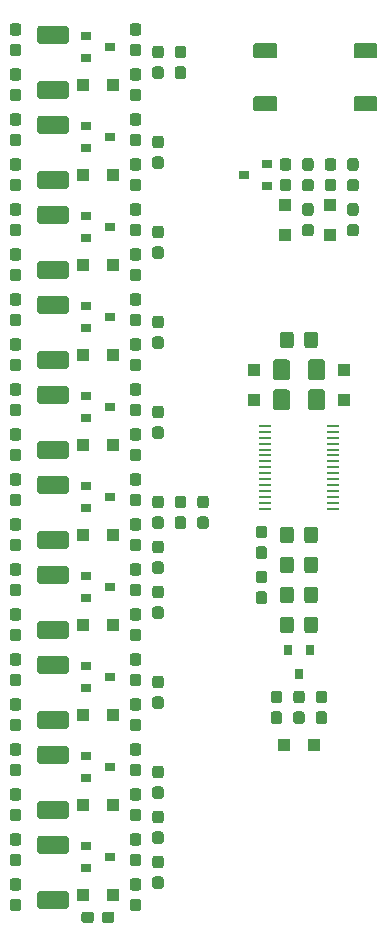
<source format=gbr>
G04 #@! TF.GenerationSoftware,KiCad,Pcbnew,(5.1.2)-2*
G04 #@! TF.CreationDate,2019-08-30T16:42:13-04:00*
G04 #@! TF.ProjectId,AFE SubBoard 0-2,41464520-5375-4624-926f-61726420302d,rev?*
G04 #@! TF.SameCoordinates,Original*
G04 #@! TF.FileFunction,Paste,Top*
G04 #@! TF.FilePolarity,Positive*
%FSLAX46Y46*%
G04 Gerber Fmt 4.6, Leading zero omitted, Abs format (unit mm)*
G04 Created by KiCad (PCBNEW (5.1.2)-2) date 2019-08-30 16:42:13*
%MOMM*%
%LPD*%
G04 APERTURE LIST*
%ADD10R,1.100000X0.285000*%
%ADD11C,0.100000*%
%ADD12C,1.250000*%
%ADD13C,0.950000*%
%ADD14C,1.525000*%
%ADD15R,0.900000X0.800000*%
%ADD16R,0.800000X0.900000*%
%ADD17R,1.000000X1.000000*%
%ADD18C,1.425000*%
%ADD19C,1.150000*%
G04 APERTURE END LIST*
D10*
G04 #@! TO.C,U1*
X153868000Y-49855000D03*
X153868000Y-49355000D03*
X153868000Y-48855000D03*
X153868000Y-48355000D03*
X153868000Y-47855000D03*
X153868000Y-47355000D03*
X153868000Y-46855000D03*
X153868000Y-46355000D03*
X153868000Y-45855000D03*
X153868000Y-45355000D03*
X153868000Y-44855000D03*
X153868000Y-44355000D03*
X153868000Y-43855000D03*
X153868000Y-43355000D03*
X153868000Y-42855000D03*
X159568000Y-42855000D03*
X159568000Y-43355000D03*
X159568000Y-43855000D03*
X159568000Y-44355000D03*
X159568000Y-44855000D03*
X159568000Y-45355000D03*
X159568000Y-45855000D03*
X159568000Y-46355000D03*
X159568000Y-46855000D03*
X159568000Y-47355000D03*
X159568000Y-47855000D03*
X159568000Y-48355000D03*
X159568000Y-48855000D03*
X159568000Y-49355000D03*
X159568000Y-49855000D03*
G04 #@! TD*
D11*
G04 #@! TO.C,SW1*
G36*
X154724065Y-10460752D02*
G01*
X154739233Y-10463002D01*
X154754107Y-10466728D01*
X154768544Y-10471894D01*
X154782406Y-10478450D01*
X154795558Y-10486333D01*
X154807874Y-10495467D01*
X154819235Y-10505765D01*
X154829533Y-10517126D01*
X154838667Y-10529442D01*
X154846550Y-10542594D01*
X154853106Y-10556456D01*
X154858272Y-10570893D01*
X154861998Y-10585767D01*
X154864248Y-10600935D01*
X154865000Y-10616250D01*
X154865000Y-11553750D01*
X154864248Y-11569065D01*
X154861998Y-11584233D01*
X154858272Y-11599107D01*
X154853106Y-11613544D01*
X154846550Y-11627406D01*
X154838667Y-11640558D01*
X154829533Y-11652874D01*
X154819235Y-11664235D01*
X154807874Y-11674533D01*
X154795558Y-11683667D01*
X154782406Y-11691550D01*
X154768544Y-11698106D01*
X154754107Y-11703272D01*
X154739233Y-11706998D01*
X154724065Y-11709248D01*
X154708750Y-11710000D01*
X153021250Y-11710000D01*
X153005935Y-11709248D01*
X152990767Y-11706998D01*
X152975893Y-11703272D01*
X152961456Y-11698106D01*
X152947594Y-11691550D01*
X152934442Y-11683667D01*
X152922126Y-11674533D01*
X152910765Y-11664235D01*
X152900467Y-11652874D01*
X152891333Y-11640558D01*
X152883450Y-11627406D01*
X152876894Y-11613544D01*
X152871728Y-11599107D01*
X152868002Y-11584233D01*
X152865752Y-11569065D01*
X152865000Y-11553750D01*
X152865000Y-10616250D01*
X152865752Y-10600935D01*
X152868002Y-10585767D01*
X152871728Y-10570893D01*
X152876894Y-10556456D01*
X152883450Y-10542594D01*
X152891333Y-10529442D01*
X152900467Y-10517126D01*
X152910765Y-10505765D01*
X152922126Y-10495467D01*
X152934442Y-10486333D01*
X152947594Y-10478450D01*
X152961456Y-10471894D01*
X152975893Y-10466728D01*
X152990767Y-10463002D01*
X153005935Y-10460752D01*
X153021250Y-10460000D01*
X154708750Y-10460000D01*
X154724065Y-10460752D01*
X154724065Y-10460752D01*
G37*
D12*
X153865000Y-11085000D03*
D11*
G36*
X163224065Y-10460752D02*
G01*
X163239233Y-10463002D01*
X163254107Y-10466728D01*
X163268544Y-10471894D01*
X163282406Y-10478450D01*
X163295558Y-10486333D01*
X163307874Y-10495467D01*
X163319235Y-10505765D01*
X163329533Y-10517126D01*
X163338667Y-10529442D01*
X163346550Y-10542594D01*
X163353106Y-10556456D01*
X163358272Y-10570893D01*
X163361998Y-10585767D01*
X163364248Y-10600935D01*
X163365000Y-10616250D01*
X163365000Y-11553750D01*
X163364248Y-11569065D01*
X163361998Y-11584233D01*
X163358272Y-11599107D01*
X163353106Y-11613544D01*
X163346550Y-11627406D01*
X163338667Y-11640558D01*
X163329533Y-11652874D01*
X163319235Y-11664235D01*
X163307874Y-11674533D01*
X163295558Y-11683667D01*
X163282406Y-11691550D01*
X163268544Y-11698106D01*
X163254107Y-11703272D01*
X163239233Y-11706998D01*
X163224065Y-11709248D01*
X163208750Y-11710000D01*
X161521250Y-11710000D01*
X161505935Y-11709248D01*
X161490767Y-11706998D01*
X161475893Y-11703272D01*
X161461456Y-11698106D01*
X161447594Y-11691550D01*
X161434442Y-11683667D01*
X161422126Y-11674533D01*
X161410765Y-11664235D01*
X161400467Y-11652874D01*
X161391333Y-11640558D01*
X161383450Y-11627406D01*
X161376894Y-11613544D01*
X161371728Y-11599107D01*
X161368002Y-11584233D01*
X161365752Y-11569065D01*
X161365000Y-11553750D01*
X161365000Y-10616250D01*
X161365752Y-10600935D01*
X161368002Y-10585767D01*
X161371728Y-10570893D01*
X161376894Y-10556456D01*
X161383450Y-10542594D01*
X161391333Y-10529442D01*
X161400467Y-10517126D01*
X161410765Y-10505765D01*
X161422126Y-10495467D01*
X161434442Y-10486333D01*
X161447594Y-10478450D01*
X161461456Y-10471894D01*
X161475893Y-10466728D01*
X161490767Y-10463002D01*
X161505935Y-10460752D01*
X161521250Y-10460000D01*
X163208750Y-10460000D01*
X163224065Y-10460752D01*
X163224065Y-10460752D01*
G37*
D12*
X162365000Y-11085000D03*
D11*
G36*
X154724065Y-14960752D02*
G01*
X154739233Y-14963002D01*
X154754107Y-14966728D01*
X154768544Y-14971894D01*
X154782406Y-14978450D01*
X154795558Y-14986333D01*
X154807874Y-14995467D01*
X154819235Y-15005765D01*
X154829533Y-15017126D01*
X154838667Y-15029442D01*
X154846550Y-15042594D01*
X154853106Y-15056456D01*
X154858272Y-15070893D01*
X154861998Y-15085767D01*
X154864248Y-15100935D01*
X154865000Y-15116250D01*
X154865000Y-16053750D01*
X154864248Y-16069065D01*
X154861998Y-16084233D01*
X154858272Y-16099107D01*
X154853106Y-16113544D01*
X154846550Y-16127406D01*
X154838667Y-16140558D01*
X154829533Y-16152874D01*
X154819235Y-16164235D01*
X154807874Y-16174533D01*
X154795558Y-16183667D01*
X154782406Y-16191550D01*
X154768544Y-16198106D01*
X154754107Y-16203272D01*
X154739233Y-16206998D01*
X154724065Y-16209248D01*
X154708750Y-16210000D01*
X153021250Y-16210000D01*
X153005935Y-16209248D01*
X152990767Y-16206998D01*
X152975893Y-16203272D01*
X152961456Y-16198106D01*
X152947594Y-16191550D01*
X152934442Y-16183667D01*
X152922126Y-16174533D01*
X152910765Y-16164235D01*
X152900467Y-16152874D01*
X152891333Y-16140558D01*
X152883450Y-16127406D01*
X152876894Y-16113544D01*
X152871728Y-16099107D01*
X152868002Y-16084233D01*
X152865752Y-16069065D01*
X152865000Y-16053750D01*
X152865000Y-15116250D01*
X152865752Y-15100935D01*
X152868002Y-15085767D01*
X152871728Y-15070893D01*
X152876894Y-15056456D01*
X152883450Y-15042594D01*
X152891333Y-15029442D01*
X152900467Y-15017126D01*
X152910765Y-15005765D01*
X152922126Y-14995467D01*
X152934442Y-14986333D01*
X152947594Y-14978450D01*
X152961456Y-14971894D01*
X152975893Y-14966728D01*
X152990767Y-14963002D01*
X153005935Y-14960752D01*
X153021250Y-14960000D01*
X154708750Y-14960000D01*
X154724065Y-14960752D01*
X154724065Y-14960752D01*
G37*
D12*
X153865000Y-15585000D03*
D11*
G36*
X163224065Y-14960752D02*
G01*
X163239233Y-14963002D01*
X163254107Y-14966728D01*
X163268544Y-14971894D01*
X163282406Y-14978450D01*
X163295558Y-14986333D01*
X163307874Y-14995467D01*
X163319235Y-15005765D01*
X163329533Y-15017126D01*
X163338667Y-15029442D01*
X163346550Y-15042594D01*
X163353106Y-15056456D01*
X163358272Y-15070893D01*
X163361998Y-15085767D01*
X163364248Y-15100935D01*
X163365000Y-15116250D01*
X163365000Y-16053750D01*
X163364248Y-16069065D01*
X163361998Y-16084233D01*
X163358272Y-16099107D01*
X163353106Y-16113544D01*
X163346550Y-16127406D01*
X163338667Y-16140558D01*
X163329533Y-16152874D01*
X163319235Y-16164235D01*
X163307874Y-16174533D01*
X163295558Y-16183667D01*
X163282406Y-16191550D01*
X163268544Y-16198106D01*
X163254107Y-16203272D01*
X163239233Y-16206998D01*
X163224065Y-16209248D01*
X163208750Y-16210000D01*
X161521250Y-16210000D01*
X161505935Y-16209248D01*
X161490767Y-16206998D01*
X161475893Y-16203272D01*
X161461456Y-16198106D01*
X161447594Y-16191550D01*
X161434442Y-16183667D01*
X161422126Y-16174533D01*
X161410765Y-16164235D01*
X161400467Y-16152874D01*
X161391333Y-16140558D01*
X161383450Y-16127406D01*
X161376894Y-16113544D01*
X161371728Y-16099107D01*
X161368002Y-16084233D01*
X161365752Y-16069065D01*
X161365000Y-16053750D01*
X161365000Y-15116250D01*
X161365752Y-15100935D01*
X161368002Y-15085767D01*
X161371728Y-15070893D01*
X161376894Y-15056456D01*
X161383450Y-15042594D01*
X161391333Y-15029442D01*
X161400467Y-15017126D01*
X161410765Y-15005765D01*
X161422126Y-14995467D01*
X161434442Y-14986333D01*
X161447594Y-14978450D01*
X161461456Y-14971894D01*
X161475893Y-14966728D01*
X161490767Y-14963002D01*
X161505935Y-14960752D01*
X161521250Y-14960000D01*
X163208750Y-14960000D01*
X163224065Y-14960752D01*
X163224065Y-14960752D01*
G37*
D12*
X162365000Y-15585000D03*
G04 #@! TD*
D11*
G04 #@! TO.C,R52*
G36*
X157740779Y-24001144D02*
G01*
X157763834Y-24004563D01*
X157786443Y-24010227D01*
X157808387Y-24018079D01*
X157829457Y-24028044D01*
X157849448Y-24040026D01*
X157868168Y-24053910D01*
X157885438Y-24069562D01*
X157901090Y-24086832D01*
X157914974Y-24105552D01*
X157926956Y-24125543D01*
X157936921Y-24146613D01*
X157944773Y-24168557D01*
X157950437Y-24191166D01*
X157953856Y-24214221D01*
X157955000Y-24237500D01*
X157955000Y-24812500D01*
X157953856Y-24835779D01*
X157950437Y-24858834D01*
X157944773Y-24881443D01*
X157936921Y-24903387D01*
X157926956Y-24924457D01*
X157914974Y-24944448D01*
X157901090Y-24963168D01*
X157885438Y-24980438D01*
X157868168Y-24996090D01*
X157849448Y-25009974D01*
X157829457Y-25021956D01*
X157808387Y-25031921D01*
X157786443Y-25039773D01*
X157763834Y-25045437D01*
X157740779Y-25048856D01*
X157717500Y-25050000D01*
X157242500Y-25050000D01*
X157219221Y-25048856D01*
X157196166Y-25045437D01*
X157173557Y-25039773D01*
X157151613Y-25031921D01*
X157130543Y-25021956D01*
X157110552Y-25009974D01*
X157091832Y-24996090D01*
X157074562Y-24980438D01*
X157058910Y-24963168D01*
X157045026Y-24944448D01*
X157033044Y-24924457D01*
X157023079Y-24903387D01*
X157015227Y-24881443D01*
X157009563Y-24858834D01*
X157006144Y-24835779D01*
X157005000Y-24812500D01*
X157005000Y-24237500D01*
X157006144Y-24214221D01*
X157009563Y-24191166D01*
X157015227Y-24168557D01*
X157023079Y-24146613D01*
X157033044Y-24125543D01*
X157045026Y-24105552D01*
X157058910Y-24086832D01*
X157074562Y-24069562D01*
X157091832Y-24053910D01*
X157110552Y-24040026D01*
X157130543Y-24028044D01*
X157151613Y-24018079D01*
X157173557Y-24010227D01*
X157196166Y-24004563D01*
X157219221Y-24001144D01*
X157242500Y-24000000D01*
X157717500Y-24000000D01*
X157740779Y-24001144D01*
X157740779Y-24001144D01*
G37*
D13*
X157480000Y-24525000D03*
D11*
G36*
X157740779Y-25751144D02*
G01*
X157763834Y-25754563D01*
X157786443Y-25760227D01*
X157808387Y-25768079D01*
X157829457Y-25778044D01*
X157849448Y-25790026D01*
X157868168Y-25803910D01*
X157885438Y-25819562D01*
X157901090Y-25836832D01*
X157914974Y-25855552D01*
X157926956Y-25875543D01*
X157936921Y-25896613D01*
X157944773Y-25918557D01*
X157950437Y-25941166D01*
X157953856Y-25964221D01*
X157955000Y-25987500D01*
X157955000Y-26562500D01*
X157953856Y-26585779D01*
X157950437Y-26608834D01*
X157944773Y-26631443D01*
X157936921Y-26653387D01*
X157926956Y-26674457D01*
X157914974Y-26694448D01*
X157901090Y-26713168D01*
X157885438Y-26730438D01*
X157868168Y-26746090D01*
X157849448Y-26759974D01*
X157829457Y-26771956D01*
X157808387Y-26781921D01*
X157786443Y-26789773D01*
X157763834Y-26795437D01*
X157740779Y-26798856D01*
X157717500Y-26800000D01*
X157242500Y-26800000D01*
X157219221Y-26798856D01*
X157196166Y-26795437D01*
X157173557Y-26789773D01*
X157151613Y-26781921D01*
X157130543Y-26771956D01*
X157110552Y-26759974D01*
X157091832Y-26746090D01*
X157074562Y-26730438D01*
X157058910Y-26713168D01*
X157045026Y-26694448D01*
X157033044Y-26674457D01*
X157023079Y-26653387D01*
X157015227Y-26631443D01*
X157009563Y-26608834D01*
X157006144Y-26585779D01*
X157005000Y-26562500D01*
X157005000Y-25987500D01*
X157006144Y-25964221D01*
X157009563Y-25941166D01*
X157015227Y-25918557D01*
X157023079Y-25896613D01*
X157033044Y-25875543D01*
X157045026Y-25855552D01*
X157058910Y-25836832D01*
X157074562Y-25819562D01*
X157091832Y-25803910D01*
X157110552Y-25790026D01*
X157130543Y-25778044D01*
X157151613Y-25768079D01*
X157173557Y-25760227D01*
X157196166Y-25754563D01*
X157219221Y-25751144D01*
X157242500Y-25750000D01*
X157717500Y-25750000D01*
X157740779Y-25751144D01*
X157740779Y-25751144D01*
G37*
D13*
X157480000Y-26275000D03*
G04 #@! TD*
D11*
G04 #@! TO.C,R51*
G36*
X153803779Y-55116144D02*
G01*
X153826834Y-55119563D01*
X153849443Y-55125227D01*
X153871387Y-55133079D01*
X153892457Y-55143044D01*
X153912448Y-55155026D01*
X153931168Y-55168910D01*
X153948438Y-55184562D01*
X153964090Y-55201832D01*
X153977974Y-55220552D01*
X153989956Y-55240543D01*
X153999921Y-55261613D01*
X154007773Y-55283557D01*
X154013437Y-55306166D01*
X154016856Y-55329221D01*
X154018000Y-55352500D01*
X154018000Y-55927500D01*
X154016856Y-55950779D01*
X154013437Y-55973834D01*
X154007773Y-55996443D01*
X153999921Y-56018387D01*
X153989956Y-56039457D01*
X153977974Y-56059448D01*
X153964090Y-56078168D01*
X153948438Y-56095438D01*
X153931168Y-56111090D01*
X153912448Y-56124974D01*
X153892457Y-56136956D01*
X153871387Y-56146921D01*
X153849443Y-56154773D01*
X153826834Y-56160437D01*
X153803779Y-56163856D01*
X153780500Y-56165000D01*
X153305500Y-56165000D01*
X153282221Y-56163856D01*
X153259166Y-56160437D01*
X153236557Y-56154773D01*
X153214613Y-56146921D01*
X153193543Y-56136956D01*
X153173552Y-56124974D01*
X153154832Y-56111090D01*
X153137562Y-56095438D01*
X153121910Y-56078168D01*
X153108026Y-56059448D01*
X153096044Y-56039457D01*
X153086079Y-56018387D01*
X153078227Y-55996443D01*
X153072563Y-55973834D01*
X153069144Y-55950779D01*
X153068000Y-55927500D01*
X153068000Y-55352500D01*
X153069144Y-55329221D01*
X153072563Y-55306166D01*
X153078227Y-55283557D01*
X153086079Y-55261613D01*
X153096044Y-55240543D01*
X153108026Y-55220552D01*
X153121910Y-55201832D01*
X153137562Y-55184562D01*
X153154832Y-55168910D01*
X153173552Y-55155026D01*
X153193543Y-55143044D01*
X153214613Y-55133079D01*
X153236557Y-55125227D01*
X153259166Y-55119563D01*
X153282221Y-55116144D01*
X153305500Y-55115000D01*
X153780500Y-55115000D01*
X153803779Y-55116144D01*
X153803779Y-55116144D01*
G37*
D13*
X153543000Y-55640000D03*
D11*
G36*
X153803779Y-56866144D02*
G01*
X153826834Y-56869563D01*
X153849443Y-56875227D01*
X153871387Y-56883079D01*
X153892457Y-56893044D01*
X153912448Y-56905026D01*
X153931168Y-56918910D01*
X153948438Y-56934562D01*
X153964090Y-56951832D01*
X153977974Y-56970552D01*
X153989956Y-56990543D01*
X153999921Y-57011613D01*
X154007773Y-57033557D01*
X154013437Y-57056166D01*
X154016856Y-57079221D01*
X154018000Y-57102500D01*
X154018000Y-57677500D01*
X154016856Y-57700779D01*
X154013437Y-57723834D01*
X154007773Y-57746443D01*
X153999921Y-57768387D01*
X153989956Y-57789457D01*
X153977974Y-57809448D01*
X153964090Y-57828168D01*
X153948438Y-57845438D01*
X153931168Y-57861090D01*
X153912448Y-57874974D01*
X153892457Y-57886956D01*
X153871387Y-57896921D01*
X153849443Y-57904773D01*
X153826834Y-57910437D01*
X153803779Y-57913856D01*
X153780500Y-57915000D01*
X153305500Y-57915000D01*
X153282221Y-57913856D01*
X153259166Y-57910437D01*
X153236557Y-57904773D01*
X153214613Y-57896921D01*
X153193543Y-57886956D01*
X153173552Y-57874974D01*
X153154832Y-57861090D01*
X153137562Y-57845438D01*
X153121910Y-57828168D01*
X153108026Y-57809448D01*
X153096044Y-57789457D01*
X153086079Y-57768387D01*
X153078227Y-57746443D01*
X153072563Y-57723834D01*
X153069144Y-57700779D01*
X153068000Y-57677500D01*
X153068000Y-57102500D01*
X153069144Y-57079221D01*
X153072563Y-57056166D01*
X153078227Y-57033557D01*
X153086079Y-57011613D01*
X153096044Y-56990543D01*
X153108026Y-56970552D01*
X153121910Y-56951832D01*
X153137562Y-56934562D01*
X153154832Y-56918910D01*
X153173552Y-56905026D01*
X153193543Y-56893044D01*
X153214613Y-56883079D01*
X153236557Y-56875227D01*
X153259166Y-56869563D01*
X153282221Y-56866144D01*
X153305500Y-56865000D01*
X153780500Y-56865000D01*
X153803779Y-56866144D01*
X153803779Y-56866144D01*
G37*
D13*
X153543000Y-57390000D03*
G04 #@! TD*
D11*
G04 #@! TO.C,R50*
G36*
X158883779Y-65276144D02*
G01*
X158906834Y-65279563D01*
X158929443Y-65285227D01*
X158951387Y-65293079D01*
X158972457Y-65303044D01*
X158992448Y-65315026D01*
X159011168Y-65328910D01*
X159028438Y-65344562D01*
X159044090Y-65361832D01*
X159057974Y-65380552D01*
X159069956Y-65400543D01*
X159079921Y-65421613D01*
X159087773Y-65443557D01*
X159093437Y-65466166D01*
X159096856Y-65489221D01*
X159098000Y-65512500D01*
X159098000Y-66087500D01*
X159096856Y-66110779D01*
X159093437Y-66133834D01*
X159087773Y-66156443D01*
X159079921Y-66178387D01*
X159069956Y-66199457D01*
X159057974Y-66219448D01*
X159044090Y-66238168D01*
X159028438Y-66255438D01*
X159011168Y-66271090D01*
X158992448Y-66284974D01*
X158972457Y-66296956D01*
X158951387Y-66306921D01*
X158929443Y-66314773D01*
X158906834Y-66320437D01*
X158883779Y-66323856D01*
X158860500Y-66325000D01*
X158385500Y-66325000D01*
X158362221Y-66323856D01*
X158339166Y-66320437D01*
X158316557Y-66314773D01*
X158294613Y-66306921D01*
X158273543Y-66296956D01*
X158253552Y-66284974D01*
X158234832Y-66271090D01*
X158217562Y-66255438D01*
X158201910Y-66238168D01*
X158188026Y-66219448D01*
X158176044Y-66199457D01*
X158166079Y-66178387D01*
X158158227Y-66156443D01*
X158152563Y-66133834D01*
X158149144Y-66110779D01*
X158148000Y-66087500D01*
X158148000Y-65512500D01*
X158149144Y-65489221D01*
X158152563Y-65466166D01*
X158158227Y-65443557D01*
X158166079Y-65421613D01*
X158176044Y-65400543D01*
X158188026Y-65380552D01*
X158201910Y-65361832D01*
X158217562Y-65344562D01*
X158234832Y-65328910D01*
X158253552Y-65315026D01*
X158273543Y-65303044D01*
X158294613Y-65293079D01*
X158316557Y-65285227D01*
X158339166Y-65279563D01*
X158362221Y-65276144D01*
X158385500Y-65275000D01*
X158860500Y-65275000D01*
X158883779Y-65276144D01*
X158883779Y-65276144D01*
G37*
D13*
X158623000Y-65800000D03*
D11*
G36*
X158883779Y-67026144D02*
G01*
X158906834Y-67029563D01*
X158929443Y-67035227D01*
X158951387Y-67043079D01*
X158972457Y-67053044D01*
X158992448Y-67065026D01*
X159011168Y-67078910D01*
X159028438Y-67094562D01*
X159044090Y-67111832D01*
X159057974Y-67130552D01*
X159069956Y-67150543D01*
X159079921Y-67171613D01*
X159087773Y-67193557D01*
X159093437Y-67216166D01*
X159096856Y-67239221D01*
X159098000Y-67262500D01*
X159098000Y-67837500D01*
X159096856Y-67860779D01*
X159093437Y-67883834D01*
X159087773Y-67906443D01*
X159079921Y-67928387D01*
X159069956Y-67949457D01*
X159057974Y-67969448D01*
X159044090Y-67988168D01*
X159028438Y-68005438D01*
X159011168Y-68021090D01*
X158992448Y-68034974D01*
X158972457Y-68046956D01*
X158951387Y-68056921D01*
X158929443Y-68064773D01*
X158906834Y-68070437D01*
X158883779Y-68073856D01*
X158860500Y-68075000D01*
X158385500Y-68075000D01*
X158362221Y-68073856D01*
X158339166Y-68070437D01*
X158316557Y-68064773D01*
X158294613Y-68056921D01*
X158273543Y-68046956D01*
X158253552Y-68034974D01*
X158234832Y-68021090D01*
X158217562Y-68005438D01*
X158201910Y-67988168D01*
X158188026Y-67969448D01*
X158176044Y-67949457D01*
X158166079Y-67928387D01*
X158158227Y-67906443D01*
X158152563Y-67883834D01*
X158149144Y-67860779D01*
X158148000Y-67837500D01*
X158148000Y-67262500D01*
X158149144Y-67239221D01*
X158152563Y-67216166D01*
X158158227Y-67193557D01*
X158166079Y-67171613D01*
X158176044Y-67150543D01*
X158188026Y-67130552D01*
X158201910Y-67111832D01*
X158217562Y-67094562D01*
X158234832Y-67078910D01*
X158253552Y-67065026D01*
X158273543Y-67053044D01*
X158294613Y-67043079D01*
X158316557Y-67035227D01*
X158339166Y-67029563D01*
X158362221Y-67026144D01*
X158385500Y-67025000D01*
X158860500Y-67025000D01*
X158883779Y-67026144D01*
X158883779Y-67026144D01*
G37*
D13*
X158623000Y-67550000D03*
G04 #@! TD*
D11*
G04 #@! TO.C,R49*
G36*
X155073779Y-67026144D02*
G01*
X155096834Y-67029563D01*
X155119443Y-67035227D01*
X155141387Y-67043079D01*
X155162457Y-67053044D01*
X155182448Y-67065026D01*
X155201168Y-67078910D01*
X155218438Y-67094562D01*
X155234090Y-67111832D01*
X155247974Y-67130552D01*
X155259956Y-67150543D01*
X155269921Y-67171613D01*
X155277773Y-67193557D01*
X155283437Y-67216166D01*
X155286856Y-67239221D01*
X155288000Y-67262500D01*
X155288000Y-67837500D01*
X155286856Y-67860779D01*
X155283437Y-67883834D01*
X155277773Y-67906443D01*
X155269921Y-67928387D01*
X155259956Y-67949457D01*
X155247974Y-67969448D01*
X155234090Y-67988168D01*
X155218438Y-68005438D01*
X155201168Y-68021090D01*
X155182448Y-68034974D01*
X155162457Y-68046956D01*
X155141387Y-68056921D01*
X155119443Y-68064773D01*
X155096834Y-68070437D01*
X155073779Y-68073856D01*
X155050500Y-68075000D01*
X154575500Y-68075000D01*
X154552221Y-68073856D01*
X154529166Y-68070437D01*
X154506557Y-68064773D01*
X154484613Y-68056921D01*
X154463543Y-68046956D01*
X154443552Y-68034974D01*
X154424832Y-68021090D01*
X154407562Y-68005438D01*
X154391910Y-67988168D01*
X154378026Y-67969448D01*
X154366044Y-67949457D01*
X154356079Y-67928387D01*
X154348227Y-67906443D01*
X154342563Y-67883834D01*
X154339144Y-67860779D01*
X154338000Y-67837500D01*
X154338000Y-67262500D01*
X154339144Y-67239221D01*
X154342563Y-67216166D01*
X154348227Y-67193557D01*
X154356079Y-67171613D01*
X154366044Y-67150543D01*
X154378026Y-67130552D01*
X154391910Y-67111832D01*
X154407562Y-67094562D01*
X154424832Y-67078910D01*
X154443552Y-67065026D01*
X154463543Y-67053044D01*
X154484613Y-67043079D01*
X154506557Y-67035227D01*
X154529166Y-67029563D01*
X154552221Y-67026144D01*
X154575500Y-67025000D01*
X155050500Y-67025000D01*
X155073779Y-67026144D01*
X155073779Y-67026144D01*
G37*
D13*
X154813000Y-67550000D03*
D11*
G36*
X155073779Y-65276144D02*
G01*
X155096834Y-65279563D01*
X155119443Y-65285227D01*
X155141387Y-65293079D01*
X155162457Y-65303044D01*
X155182448Y-65315026D01*
X155201168Y-65328910D01*
X155218438Y-65344562D01*
X155234090Y-65361832D01*
X155247974Y-65380552D01*
X155259956Y-65400543D01*
X155269921Y-65421613D01*
X155277773Y-65443557D01*
X155283437Y-65466166D01*
X155286856Y-65489221D01*
X155288000Y-65512500D01*
X155288000Y-66087500D01*
X155286856Y-66110779D01*
X155283437Y-66133834D01*
X155277773Y-66156443D01*
X155269921Y-66178387D01*
X155259956Y-66199457D01*
X155247974Y-66219448D01*
X155234090Y-66238168D01*
X155218438Y-66255438D01*
X155201168Y-66271090D01*
X155182448Y-66284974D01*
X155162457Y-66296956D01*
X155141387Y-66306921D01*
X155119443Y-66314773D01*
X155096834Y-66320437D01*
X155073779Y-66323856D01*
X155050500Y-66325000D01*
X154575500Y-66325000D01*
X154552221Y-66323856D01*
X154529166Y-66320437D01*
X154506557Y-66314773D01*
X154484613Y-66306921D01*
X154463543Y-66296956D01*
X154443552Y-66284974D01*
X154424832Y-66271090D01*
X154407562Y-66255438D01*
X154391910Y-66238168D01*
X154378026Y-66219448D01*
X154366044Y-66199457D01*
X154356079Y-66178387D01*
X154348227Y-66156443D01*
X154342563Y-66133834D01*
X154339144Y-66110779D01*
X154338000Y-66087500D01*
X154338000Y-65512500D01*
X154339144Y-65489221D01*
X154342563Y-65466166D01*
X154348227Y-65443557D01*
X154356079Y-65421613D01*
X154366044Y-65400543D01*
X154378026Y-65380552D01*
X154391910Y-65361832D01*
X154407562Y-65344562D01*
X154424832Y-65328910D01*
X154443552Y-65315026D01*
X154463543Y-65303044D01*
X154484613Y-65293079D01*
X154506557Y-65285227D01*
X154529166Y-65279563D01*
X154552221Y-65276144D01*
X154575500Y-65275000D01*
X155050500Y-65275000D01*
X155073779Y-65276144D01*
X155073779Y-65276144D01*
G37*
D13*
X154813000Y-65800000D03*
G04 #@! TD*
D11*
G04 #@! TO.C,R48*
G36*
X157740779Y-20191144D02*
G01*
X157763834Y-20194563D01*
X157786443Y-20200227D01*
X157808387Y-20208079D01*
X157829457Y-20218044D01*
X157849448Y-20230026D01*
X157868168Y-20243910D01*
X157885438Y-20259562D01*
X157901090Y-20276832D01*
X157914974Y-20295552D01*
X157926956Y-20315543D01*
X157936921Y-20336613D01*
X157944773Y-20358557D01*
X157950437Y-20381166D01*
X157953856Y-20404221D01*
X157955000Y-20427500D01*
X157955000Y-21002500D01*
X157953856Y-21025779D01*
X157950437Y-21048834D01*
X157944773Y-21071443D01*
X157936921Y-21093387D01*
X157926956Y-21114457D01*
X157914974Y-21134448D01*
X157901090Y-21153168D01*
X157885438Y-21170438D01*
X157868168Y-21186090D01*
X157849448Y-21199974D01*
X157829457Y-21211956D01*
X157808387Y-21221921D01*
X157786443Y-21229773D01*
X157763834Y-21235437D01*
X157740779Y-21238856D01*
X157717500Y-21240000D01*
X157242500Y-21240000D01*
X157219221Y-21238856D01*
X157196166Y-21235437D01*
X157173557Y-21229773D01*
X157151613Y-21221921D01*
X157130543Y-21211956D01*
X157110552Y-21199974D01*
X157091832Y-21186090D01*
X157074562Y-21170438D01*
X157058910Y-21153168D01*
X157045026Y-21134448D01*
X157033044Y-21114457D01*
X157023079Y-21093387D01*
X157015227Y-21071443D01*
X157009563Y-21048834D01*
X157006144Y-21025779D01*
X157005000Y-21002500D01*
X157005000Y-20427500D01*
X157006144Y-20404221D01*
X157009563Y-20381166D01*
X157015227Y-20358557D01*
X157023079Y-20336613D01*
X157033044Y-20315543D01*
X157045026Y-20295552D01*
X157058910Y-20276832D01*
X157074562Y-20259562D01*
X157091832Y-20243910D01*
X157110552Y-20230026D01*
X157130543Y-20218044D01*
X157151613Y-20208079D01*
X157173557Y-20200227D01*
X157196166Y-20194563D01*
X157219221Y-20191144D01*
X157242500Y-20190000D01*
X157717500Y-20190000D01*
X157740779Y-20191144D01*
X157740779Y-20191144D01*
G37*
D13*
X157480000Y-20715000D03*
D11*
G36*
X157740779Y-21941144D02*
G01*
X157763834Y-21944563D01*
X157786443Y-21950227D01*
X157808387Y-21958079D01*
X157829457Y-21968044D01*
X157849448Y-21980026D01*
X157868168Y-21993910D01*
X157885438Y-22009562D01*
X157901090Y-22026832D01*
X157914974Y-22045552D01*
X157926956Y-22065543D01*
X157936921Y-22086613D01*
X157944773Y-22108557D01*
X157950437Y-22131166D01*
X157953856Y-22154221D01*
X157955000Y-22177500D01*
X157955000Y-22752500D01*
X157953856Y-22775779D01*
X157950437Y-22798834D01*
X157944773Y-22821443D01*
X157936921Y-22843387D01*
X157926956Y-22864457D01*
X157914974Y-22884448D01*
X157901090Y-22903168D01*
X157885438Y-22920438D01*
X157868168Y-22936090D01*
X157849448Y-22949974D01*
X157829457Y-22961956D01*
X157808387Y-22971921D01*
X157786443Y-22979773D01*
X157763834Y-22985437D01*
X157740779Y-22988856D01*
X157717500Y-22990000D01*
X157242500Y-22990000D01*
X157219221Y-22988856D01*
X157196166Y-22985437D01*
X157173557Y-22979773D01*
X157151613Y-22971921D01*
X157130543Y-22961956D01*
X157110552Y-22949974D01*
X157091832Y-22936090D01*
X157074562Y-22920438D01*
X157058910Y-22903168D01*
X157045026Y-22884448D01*
X157033044Y-22864457D01*
X157023079Y-22843387D01*
X157015227Y-22821443D01*
X157009563Y-22798834D01*
X157006144Y-22775779D01*
X157005000Y-22752500D01*
X157005000Y-22177500D01*
X157006144Y-22154221D01*
X157009563Y-22131166D01*
X157015227Y-22108557D01*
X157023079Y-22086613D01*
X157033044Y-22065543D01*
X157045026Y-22045552D01*
X157058910Y-22026832D01*
X157074562Y-22009562D01*
X157091832Y-21993910D01*
X157110552Y-21980026D01*
X157130543Y-21968044D01*
X157151613Y-21958079D01*
X157173557Y-21950227D01*
X157196166Y-21944563D01*
X157219221Y-21941144D01*
X157242500Y-21940000D01*
X157717500Y-21940000D01*
X157740779Y-21941144D01*
X157740779Y-21941144D01*
G37*
D13*
X157480000Y-22465000D03*
G04 #@! TD*
D11*
G04 #@! TO.C,R47*
G36*
X159645779Y-21941144D02*
G01*
X159668834Y-21944563D01*
X159691443Y-21950227D01*
X159713387Y-21958079D01*
X159734457Y-21968044D01*
X159754448Y-21980026D01*
X159773168Y-21993910D01*
X159790438Y-22009562D01*
X159806090Y-22026832D01*
X159819974Y-22045552D01*
X159831956Y-22065543D01*
X159841921Y-22086613D01*
X159849773Y-22108557D01*
X159855437Y-22131166D01*
X159858856Y-22154221D01*
X159860000Y-22177500D01*
X159860000Y-22752500D01*
X159858856Y-22775779D01*
X159855437Y-22798834D01*
X159849773Y-22821443D01*
X159841921Y-22843387D01*
X159831956Y-22864457D01*
X159819974Y-22884448D01*
X159806090Y-22903168D01*
X159790438Y-22920438D01*
X159773168Y-22936090D01*
X159754448Y-22949974D01*
X159734457Y-22961956D01*
X159713387Y-22971921D01*
X159691443Y-22979773D01*
X159668834Y-22985437D01*
X159645779Y-22988856D01*
X159622500Y-22990000D01*
X159147500Y-22990000D01*
X159124221Y-22988856D01*
X159101166Y-22985437D01*
X159078557Y-22979773D01*
X159056613Y-22971921D01*
X159035543Y-22961956D01*
X159015552Y-22949974D01*
X158996832Y-22936090D01*
X158979562Y-22920438D01*
X158963910Y-22903168D01*
X158950026Y-22884448D01*
X158938044Y-22864457D01*
X158928079Y-22843387D01*
X158920227Y-22821443D01*
X158914563Y-22798834D01*
X158911144Y-22775779D01*
X158910000Y-22752500D01*
X158910000Y-22177500D01*
X158911144Y-22154221D01*
X158914563Y-22131166D01*
X158920227Y-22108557D01*
X158928079Y-22086613D01*
X158938044Y-22065543D01*
X158950026Y-22045552D01*
X158963910Y-22026832D01*
X158979562Y-22009562D01*
X158996832Y-21993910D01*
X159015552Y-21980026D01*
X159035543Y-21968044D01*
X159056613Y-21958079D01*
X159078557Y-21950227D01*
X159101166Y-21944563D01*
X159124221Y-21941144D01*
X159147500Y-21940000D01*
X159622500Y-21940000D01*
X159645779Y-21941144D01*
X159645779Y-21941144D01*
G37*
D13*
X159385000Y-22465000D03*
D11*
G36*
X159645779Y-20191144D02*
G01*
X159668834Y-20194563D01*
X159691443Y-20200227D01*
X159713387Y-20208079D01*
X159734457Y-20218044D01*
X159754448Y-20230026D01*
X159773168Y-20243910D01*
X159790438Y-20259562D01*
X159806090Y-20276832D01*
X159819974Y-20295552D01*
X159831956Y-20315543D01*
X159841921Y-20336613D01*
X159849773Y-20358557D01*
X159855437Y-20381166D01*
X159858856Y-20404221D01*
X159860000Y-20427500D01*
X159860000Y-21002500D01*
X159858856Y-21025779D01*
X159855437Y-21048834D01*
X159849773Y-21071443D01*
X159841921Y-21093387D01*
X159831956Y-21114457D01*
X159819974Y-21134448D01*
X159806090Y-21153168D01*
X159790438Y-21170438D01*
X159773168Y-21186090D01*
X159754448Y-21199974D01*
X159734457Y-21211956D01*
X159713387Y-21221921D01*
X159691443Y-21229773D01*
X159668834Y-21235437D01*
X159645779Y-21238856D01*
X159622500Y-21240000D01*
X159147500Y-21240000D01*
X159124221Y-21238856D01*
X159101166Y-21235437D01*
X159078557Y-21229773D01*
X159056613Y-21221921D01*
X159035543Y-21211956D01*
X159015552Y-21199974D01*
X158996832Y-21186090D01*
X158979562Y-21170438D01*
X158963910Y-21153168D01*
X158950026Y-21134448D01*
X158938044Y-21114457D01*
X158928079Y-21093387D01*
X158920227Y-21071443D01*
X158914563Y-21048834D01*
X158911144Y-21025779D01*
X158910000Y-21002500D01*
X158910000Y-20427500D01*
X158911144Y-20404221D01*
X158914563Y-20381166D01*
X158920227Y-20358557D01*
X158928079Y-20336613D01*
X158938044Y-20315543D01*
X158950026Y-20295552D01*
X158963910Y-20276832D01*
X158979562Y-20259562D01*
X158996832Y-20243910D01*
X159015552Y-20230026D01*
X159035543Y-20218044D01*
X159056613Y-20208079D01*
X159078557Y-20200227D01*
X159101166Y-20194563D01*
X159124221Y-20191144D01*
X159147500Y-20190000D01*
X159622500Y-20190000D01*
X159645779Y-20191144D01*
X159645779Y-20191144D01*
G37*
D13*
X159385000Y-20715000D03*
G04 #@! TD*
D11*
G04 #@! TO.C,R46*
G36*
X156978779Y-67026144D02*
G01*
X157001834Y-67029563D01*
X157024443Y-67035227D01*
X157046387Y-67043079D01*
X157067457Y-67053044D01*
X157087448Y-67065026D01*
X157106168Y-67078910D01*
X157123438Y-67094562D01*
X157139090Y-67111832D01*
X157152974Y-67130552D01*
X157164956Y-67150543D01*
X157174921Y-67171613D01*
X157182773Y-67193557D01*
X157188437Y-67216166D01*
X157191856Y-67239221D01*
X157193000Y-67262500D01*
X157193000Y-67837500D01*
X157191856Y-67860779D01*
X157188437Y-67883834D01*
X157182773Y-67906443D01*
X157174921Y-67928387D01*
X157164956Y-67949457D01*
X157152974Y-67969448D01*
X157139090Y-67988168D01*
X157123438Y-68005438D01*
X157106168Y-68021090D01*
X157087448Y-68034974D01*
X157067457Y-68046956D01*
X157046387Y-68056921D01*
X157024443Y-68064773D01*
X157001834Y-68070437D01*
X156978779Y-68073856D01*
X156955500Y-68075000D01*
X156480500Y-68075000D01*
X156457221Y-68073856D01*
X156434166Y-68070437D01*
X156411557Y-68064773D01*
X156389613Y-68056921D01*
X156368543Y-68046956D01*
X156348552Y-68034974D01*
X156329832Y-68021090D01*
X156312562Y-68005438D01*
X156296910Y-67988168D01*
X156283026Y-67969448D01*
X156271044Y-67949457D01*
X156261079Y-67928387D01*
X156253227Y-67906443D01*
X156247563Y-67883834D01*
X156244144Y-67860779D01*
X156243000Y-67837500D01*
X156243000Y-67262500D01*
X156244144Y-67239221D01*
X156247563Y-67216166D01*
X156253227Y-67193557D01*
X156261079Y-67171613D01*
X156271044Y-67150543D01*
X156283026Y-67130552D01*
X156296910Y-67111832D01*
X156312562Y-67094562D01*
X156329832Y-67078910D01*
X156348552Y-67065026D01*
X156368543Y-67053044D01*
X156389613Y-67043079D01*
X156411557Y-67035227D01*
X156434166Y-67029563D01*
X156457221Y-67026144D01*
X156480500Y-67025000D01*
X156955500Y-67025000D01*
X156978779Y-67026144D01*
X156978779Y-67026144D01*
G37*
D13*
X156718000Y-67550000D03*
D11*
G36*
X156978779Y-65276144D02*
G01*
X157001834Y-65279563D01*
X157024443Y-65285227D01*
X157046387Y-65293079D01*
X157067457Y-65303044D01*
X157087448Y-65315026D01*
X157106168Y-65328910D01*
X157123438Y-65344562D01*
X157139090Y-65361832D01*
X157152974Y-65380552D01*
X157164956Y-65400543D01*
X157174921Y-65421613D01*
X157182773Y-65443557D01*
X157188437Y-65466166D01*
X157191856Y-65489221D01*
X157193000Y-65512500D01*
X157193000Y-66087500D01*
X157191856Y-66110779D01*
X157188437Y-66133834D01*
X157182773Y-66156443D01*
X157174921Y-66178387D01*
X157164956Y-66199457D01*
X157152974Y-66219448D01*
X157139090Y-66238168D01*
X157123438Y-66255438D01*
X157106168Y-66271090D01*
X157087448Y-66284974D01*
X157067457Y-66296956D01*
X157046387Y-66306921D01*
X157024443Y-66314773D01*
X157001834Y-66320437D01*
X156978779Y-66323856D01*
X156955500Y-66325000D01*
X156480500Y-66325000D01*
X156457221Y-66323856D01*
X156434166Y-66320437D01*
X156411557Y-66314773D01*
X156389613Y-66306921D01*
X156368543Y-66296956D01*
X156348552Y-66284974D01*
X156329832Y-66271090D01*
X156312562Y-66255438D01*
X156296910Y-66238168D01*
X156283026Y-66219448D01*
X156271044Y-66199457D01*
X156261079Y-66178387D01*
X156253227Y-66156443D01*
X156247563Y-66133834D01*
X156244144Y-66110779D01*
X156243000Y-66087500D01*
X156243000Y-65512500D01*
X156244144Y-65489221D01*
X156247563Y-65466166D01*
X156253227Y-65443557D01*
X156261079Y-65421613D01*
X156271044Y-65400543D01*
X156283026Y-65380552D01*
X156296910Y-65361832D01*
X156312562Y-65344562D01*
X156329832Y-65328910D01*
X156348552Y-65315026D01*
X156368543Y-65303044D01*
X156389613Y-65293079D01*
X156411557Y-65285227D01*
X156434166Y-65279563D01*
X156457221Y-65276144D01*
X156480500Y-65275000D01*
X156955500Y-65275000D01*
X156978779Y-65276144D01*
X156978779Y-65276144D01*
G37*
D13*
X156718000Y-65800000D03*
G04 #@! TD*
D11*
G04 #@! TO.C,R45*
G36*
X155835779Y-21941144D02*
G01*
X155858834Y-21944563D01*
X155881443Y-21950227D01*
X155903387Y-21958079D01*
X155924457Y-21968044D01*
X155944448Y-21980026D01*
X155963168Y-21993910D01*
X155980438Y-22009562D01*
X155996090Y-22026832D01*
X156009974Y-22045552D01*
X156021956Y-22065543D01*
X156031921Y-22086613D01*
X156039773Y-22108557D01*
X156045437Y-22131166D01*
X156048856Y-22154221D01*
X156050000Y-22177500D01*
X156050000Y-22752500D01*
X156048856Y-22775779D01*
X156045437Y-22798834D01*
X156039773Y-22821443D01*
X156031921Y-22843387D01*
X156021956Y-22864457D01*
X156009974Y-22884448D01*
X155996090Y-22903168D01*
X155980438Y-22920438D01*
X155963168Y-22936090D01*
X155944448Y-22949974D01*
X155924457Y-22961956D01*
X155903387Y-22971921D01*
X155881443Y-22979773D01*
X155858834Y-22985437D01*
X155835779Y-22988856D01*
X155812500Y-22990000D01*
X155337500Y-22990000D01*
X155314221Y-22988856D01*
X155291166Y-22985437D01*
X155268557Y-22979773D01*
X155246613Y-22971921D01*
X155225543Y-22961956D01*
X155205552Y-22949974D01*
X155186832Y-22936090D01*
X155169562Y-22920438D01*
X155153910Y-22903168D01*
X155140026Y-22884448D01*
X155128044Y-22864457D01*
X155118079Y-22843387D01*
X155110227Y-22821443D01*
X155104563Y-22798834D01*
X155101144Y-22775779D01*
X155100000Y-22752500D01*
X155100000Y-22177500D01*
X155101144Y-22154221D01*
X155104563Y-22131166D01*
X155110227Y-22108557D01*
X155118079Y-22086613D01*
X155128044Y-22065543D01*
X155140026Y-22045552D01*
X155153910Y-22026832D01*
X155169562Y-22009562D01*
X155186832Y-21993910D01*
X155205552Y-21980026D01*
X155225543Y-21968044D01*
X155246613Y-21958079D01*
X155268557Y-21950227D01*
X155291166Y-21944563D01*
X155314221Y-21941144D01*
X155337500Y-21940000D01*
X155812500Y-21940000D01*
X155835779Y-21941144D01*
X155835779Y-21941144D01*
G37*
D13*
X155575000Y-22465000D03*
D11*
G36*
X155835779Y-20191144D02*
G01*
X155858834Y-20194563D01*
X155881443Y-20200227D01*
X155903387Y-20208079D01*
X155924457Y-20218044D01*
X155944448Y-20230026D01*
X155963168Y-20243910D01*
X155980438Y-20259562D01*
X155996090Y-20276832D01*
X156009974Y-20295552D01*
X156021956Y-20315543D01*
X156031921Y-20336613D01*
X156039773Y-20358557D01*
X156045437Y-20381166D01*
X156048856Y-20404221D01*
X156050000Y-20427500D01*
X156050000Y-21002500D01*
X156048856Y-21025779D01*
X156045437Y-21048834D01*
X156039773Y-21071443D01*
X156031921Y-21093387D01*
X156021956Y-21114457D01*
X156009974Y-21134448D01*
X155996090Y-21153168D01*
X155980438Y-21170438D01*
X155963168Y-21186090D01*
X155944448Y-21199974D01*
X155924457Y-21211956D01*
X155903387Y-21221921D01*
X155881443Y-21229773D01*
X155858834Y-21235437D01*
X155835779Y-21238856D01*
X155812500Y-21240000D01*
X155337500Y-21240000D01*
X155314221Y-21238856D01*
X155291166Y-21235437D01*
X155268557Y-21229773D01*
X155246613Y-21221921D01*
X155225543Y-21211956D01*
X155205552Y-21199974D01*
X155186832Y-21186090D01*
X155169562Y-21170438D01*
X155153910Y-21153168D01*
X155140026Y-21134448D01*
X155128044Y-21114457D01*
X155118079Y-21093387D01*
X155110227Y-21071443D01*
X155104563Y-21048834D01*
X155101144Y-21025779D01*
X155100000Y-21002500D01*
X155100000Y-20427500D01*
X155101144Y-20404221D01*
X155104563Y-20381166D01*
X155110227Y-20358557D01*
X155118079Y-20336613D01*
X155128044Y-20315543D01*
X155140026Y-20295552D01*
X155153910Y-20276832D01*
X155169562Y-20259562D01*
X155186832Y-20243910D01*
X155205552Y-20230026D01*
X155225543Y-20218044D01*
X155246613Y-20208079D01*
X155268557Y-20200227D01*
X155291166Y-20194563D01*
X155314221Y-20191144D01*
X155337500Y-20190000D01*
X155812500Y-20190000D01*
X155835779Y-20191144D01*
X155835779Y-20191144D01*
G37*
D13*
X155575000Y-20715000D03*
G04 #@! TD*
D11*
G04 #@! TO.C,R44*
G36*
X139135779Y-83981144D02*
G01*
X139158834Y-83984563D01*
X139181443Y-83990227D01*
X139203387Y-83998079D01*
X139224457Y-84008044D01*
X139244448Y-84020026D01*
X139263168Y-84033910D01*
X139280438Y-84049562D01*
X139296090Y-84066832D01*
X139309974Y-84085552D01*
X139321956Y-84105543D01*
X139331921Y-84126613D01*
X139339773Y-84148557D01*
X139345437Y-84171166D01*
X139348856Y-84194221D01*
X139350000Y-84217500D01*
X139350000Y-84692500D01*
X139348856Y-84715779D01*
X139345437Y-84738834D01*
X139339773Y-84761443D01*
X139331921Y-84783387D01*
X139321956Y-84804457D01*
X139309974Y-84824448D01*
X139296090Y-84843168D01*
X139280438Y-84860438D01*
X139263168Y-84876090D01*
X139244448Y-84889974D01*
X139224457Y-84901956D01*
X139203387Y-84911921D01*
X139181443Y-84919773D01*
X139158834Y-84925437D01*
X139135779Y-84928856D01*
X139112500Y-84930000D01*
X138537500Y-84930000D01*
X138514221Y-84928856D01*
X138491166Y-84925437D01*
X138468557Y-84919773D01*
X138446613Y-84911921D01*
X138425543Y-84901956D01*
X138405552Y-84889974D01*
X138386832Y-84876090D01*
X138369562Y-84860438D01*
X138353910Y-84843168D01*
X138340026Y-84824448D01*
X138328044Y-84804457D01*
X138318079Y-84783387D01*
X138310227Y-84761443D01*
X138304563Y-84738834D01*
X138301144Y-84715779D01*
X138300000Y-84692500D01*
X138300000Y-84217500D01*
X138301144Y-84194221D01*
X138304563Y-84171166D01*
X138310227Y-84148557D01*
X138318079Y-84126613D01*
X138328044Y-84105543D01*
X138340026Y-84085552D01*
X138353910Y-84066832D01*
X138369562Y-84049562D01*
X138386832Y-84033910D01*
X138405552Y-84020026D01*
X138425543Y-84008044D01*
X138446613Y-83998079D01*
X138468557Y-83990227D01*
X138491166Y-83984563D01*
X138514221Y-83981144D01*
X138537500Y-83980000D01*
X139112500Y-83980000D01*
X139135779Y-83981144D01*
X139135779Y-83981144D01*
G37*
D13*
X138825000Y-84455000D03*
D11*
G36*
X140885779Y-83981144D02*
G01*
X140908834Y-83984563D01*
X140931443Y-83990227D01*
X140953387Y-83998079D01*
X140974457Y-84008044D01*
X140994448Y-84020026D01*
X141013168Y-84033910D01*
X141030438Y-84049562D01*
X141046090Y-84066832D01*
X141059974Y-84085552D01*
X141071956Y-84105543D01*
X141081921Y-84126613D01*
X141089773Y-84148557D01*
X141095437Y-84171166D01*
X141098856Y-84194221D01*
X141100000Y-84217500D01*
X141100000Y-84692500D01*
X141098856Y-84715779D01*
X141095437Y-84738834D01*
X141089773Y-84761443D01*
X141081921Y-84783387D01*
X141071956Y-84804457D01*
X141059974Y-84824448D01*
X141046090Y-84843168D01*
X141030438Y-84860438D01*
X141013168Y-84876090D01*
X140994448Y-84889974D01*
X140974457Y-84901956D01*
X140953387Y-84911921D01*
X140931443Y-84919773D01*
X140908834Y-84925437D01*
X140885779Y-84928856D01*
X140862500Y-84930000D01*
X140287500Y-84930000D01*
X140264221Y-84928856D01*
X140241166Y-84925437D01*
X140218557Y-84919773D01*
X140196613Y-84911921D01*
X140175543Y-84901956D01*
X140155552Y-84889974D01*
X140136832Y-84876090D01*
X140119562Y-84860438D01*
X140103910Y-84843168D01*
X140090026Y-84824448D01*
X140078044Y-84804457D01*
X140068079Y-84783387D01*
X140060227Y-84761443D01*
X140054563Y-84738834D01*
X140051144Y-84715779D01*
X140050000Y-84692500D01*
X140050000Y-84217500D01*
X140051144Y-84194221D01*
X140054563Y-84171166D01*
X140060227Y-84148557D01*
X140068079Y-84126613D01*
X140078044Y-84105543D01*
X140090026Y-84085552D01*
X140103910Y-84066832D01*
X140119562Y-84049562D01*
X140136832Y-84033910D01*
X140155552Y-84020026D01*
X140175543Y-84008044D01*
X140196613Y-83998079D01*
X140218557Y-83990227D01*
X140241166Y-83984563D01*
X140264221Y-83981144D01*
X140287500Y-83980000D01*
X140862500Y-83980000D01*
X140885779Y-83981144D01*
X140885779Y-83981144D01*
G37*
D13*
X140575000Y-84455000D03*
G04 #@! TD*
D11*
G04 #@! TO.C,R43*
G36*
X143135779Y-81151144D02*
G01*
X143158834Y-81154563D01*
X143181443Y-81160227D01*
X143203387Y-81168079D01*
X143224457Y-81178044D01*
X143244448Y-81190026D01*
X143263168Y-81203910D01*
X143280438Y-81219562D01*
X143296090Y-81236832D01*
X143309974Y-81255552D01*
X143321956Y-81275543D01*
X143331921Y-81296613D01*
X143339773Y-81318557D01*
X143345437Y-81341166D01*
X143348856Y-81364221D01*
X143350000Y-81387500D01*
X143350000Y-81962500D01*
X143348856Y-81985779D01*
X143345437Y-82008834D01*
X143339773Y-82031443D01*
X143331921Y-82053387D01*
X143321956Y-82074457D01*
X143309974Y-82094448D01*
X143296090Y-82113168D01*
X143280438Y-82130438D01*
X143263168Y-82146090D01*
X143244448Y-82159974D01*
X143224457Y-82171956D01*
X143203387Y-82181921D01*
X143181443Y-82189773D01*
X143158834Y-82195437D01*
X143135779Y-82198856D01*
X143112500Y-82200000D01*
X142637500Y-82200000D01*
X142614221Y-82198856D01*
X142591166Y-82195437D01*
X142568557Y-82189773D01*
X142546613Y-82181921D01*
X142525543Y-82171956D01*
X142505552Y-82159974D01*
X142486832Y-82146090D01*
X142469562Y-82130438D01*
X142453910Y-82113168D01*
X142440026Y-82094448D01*
X142428044Y-82074457D01*
X142418079Y-82053387D01*
X142410227Y-82031443D01*
X142404563Y-82008834D01*
X142401144Y-81985779D01*
X142400000Y-81962500D01*
X142400000Y-81387500D01*
X142401144Y-81364221D01*
X142404563Y-81341166D01*
X142410227Y-81318557D01*
X142418079Y-81296613D01*
X142428044Y-81275543D01*
X142440026Y-81255552D01*
X142453910Y-81236832D01*
X142469562Y-81219562D01*
X142486832Y-81203910D01*
X142505552Y-81190026D01*
X142525543Y-81178044D01*
X142546613Y-81168079D01*
X142568557Y-81160227D01*
X142591166Y-81154563D01*
X142614221Y-81151144D01*
X142637500Y-81150000D01*
X143112500Y-81150000D01*
X143135779Y-81151144D01*
X143135779Y-81151144D01*
G37*
D13*
X142875000Y-81675000D03*
D11*
G36*
X143135779Y-82901144D02*
G01*
X143158834Y-82904563D01*
X143181443Y-82910227D01*
X143203387Y-82918079D01*
X143224457Y-82928044D01*
X143244448Y-82940026D01*
X143263168Y-82953910D01*
X143280438Y-82969562D01*
X143296090Y-82986832D01*
X143309974Y-83005552D01*
X143321956Y-83025543D01*
X143331921Y-83046613D01*
X143339773Y-83068557D01*
X143345437Y-83091166D01*
X143348856Y-83114221D01*
X143350000Y-83137500D01*
X143350000Y-83712500D01*
X143348856Y-83735779D01*
X143345437Y-83758834D01*
X143339773Y-83781443D01*
X143331921Y-83803387D01*
X143321956Y-83824457D01*
X143309974Y-83844448D01*
X143296090Y-83863168D01*
X143280438Y-83880438D01*
X143263168Y-83896090D01*
X143244448Y-83909974D01*
X143224457Y-83921956D01*
X143203387Y-83931921D01*
X143181443Y-83939773D01*
X143158834Y-83945437D01*
X143135779Y-83948856D01*
X143112500Y-83950000D01*
X142637500Y-83950000D01*
X142614221Y-83948856D01*
X142591166Y-83945437D01*
X142568557Y-83939773D01*
X142546613Y-83931921D01*
X142525543Y-83921956D01*
X142505552Y-83909974D01*
X142486832Y-83896090D01*
X142469562Y-83880438D01*
X142453910Y-83863168D01*
X142440026Y-83844448D01*
X142428044Y-83824457D01*
X142418079Y-83803387D01*
X142410227Y-83781443D01*
X142404563Y-83758834D01*
X142401144Y-83735779D01*
X142400000Y-83712500D01*
X142400000Y-83137500D01*
X142401144Y-83114221D01*
X142404563Y-83091166D01*
X142410227Y-83068557D01*
X142418079Y-83046613D01*
X142428044Y-83025543D01*
X142440026Y-83005552D01*
X142453910Y-82986832D01*
X142469562Y-82969562D01*
X142486832Y-82953910D01*
X142505552Y-82940026D01*
X142525543Y-82928044D01*
X142546613Y-82918079D01*
X142568557Y-82910227D01*
X142591166Y-82904563D01*
X142614221Y-82901144D01*
X142637500Y-82900000D01*
X143112500Y-82900000D01*
X143135779Y-82901144D01*
X143135779Y-82901144D01*
G37*
D13*
X142875000Y-83425000D03*
G04 #@! TD*
D11*
G04 #@! TO.C,R42*
G36*
X143135779Y-77341144D02*
G01*
X143158834Y-77344563D01*
X143181443Y-77350227D01*
X143203387Y-77358079D01*
X143224457Y-77368044D01*
X143244448Y-77380026D01*
X143263168Y-77393910D01*
X143280438Y-77409562D01*
X143296090Y-77426832D01*
X143309974Y-77445552D01*
X143321956Y-77465543D01*
X143331921Y-77486613D01*
X143339773Y-77508557D01*
X143345437Y-77531166D01*
X143348856Y-77554221D01*
X143350000Y-77577500D01*
X143350000Y-78152500D01*
X143348856Y-78175779D01*
X143345437Y-78198834D01*
X143339773Y-78221443D01*
X143331921Y-78243387D01*
X143321956Y-78264457D01*
X143309974Y-78284448D01*
X143296090Y-78303168D01*
X143280438Y-78320438D01*
X143263168Y-78336090D01*
X143244448Y-78349974D01*
X143224457Y-78361956D01*
X143203387Y-78371921D01*
X143181443Y-78379773D01*
X143158834Y-78385437D01*
X143135779Y-78388856D01*
X143112500Y-78390000D01*
X142637500Y-78390000D01*
X142614221Y-78388856D01*
X142591166Y-78385437D01*
X142568557Y-78379773D01*
X142546613Y-78371921D01*
X142525543Y-78361956D01*
X142505552Y-78349974D01*
X142486832Y-78336090D01*
X142469562Y-78320438D01*
X142453910Y-78303168D01*
X142440026Y-78284448D01*
X142428044Y-78264457D01*
X142418079Y-78243387D01*
X142410227Y-78221443D01*
X142404563Y-78198834D01*
X142401144Y-78175779D01*
X142400000Y-78152500D01*
X142400000Y-77577500D01*
X142401144Y-77554221D01*
X142404563Y-77531166D01*
X142410227Y-77508557D01*
X142418079Y-77486613D01*
X142428044Y-77465543D01*
X142440026Y-77445552D01*
X142453910Y-77426832D01*
X142469562Y-77409562D01*
X142486832Y-77393910D01*
X142505552Y-77380026D01*
X142525543Y-77368044D01*
X142546613Y-77358079D01*
X142568557Y-77350227D01*
X142591166Y-77344563D01*
X142614221Y-77341144D01*
X142637500Y-77340000D01*
X143112500Y-77340000D01*
X143135779Y-77341144D01*
X143135779Y-77341144D01*
G37*
D13*
X142875000Y-77865000D03*
D11*
G36*
X143135779Y-79091144D02*
G01*
X143158834Y-79094563D01*
X143181443Y-79100227D01*
X143203387Y-79108079D01*
X143224457Y-79118044D01*
X143244448Y-79130026D01*
X143263168Y-79143910D01*
X143280438Y-79159562D01*
X143296090Y-79176832D01*
X143309974Y-79195552D01*
X143321956Y-79215543D01*
X143331921Y-79236613D01*
X143339773Y-79258557D01*
X143345437Y-79281166D01*
X143348856Y-79304221D01*
X143350000Y-79327500D01*
X143350000Y-79902500D01*
X143348856Y-79925779D01*
X143345437Y-79948834D01*
X143339773Y-79971443D01*
X143331921Y-79993387D01*
X143321956Y-80014457D01*
X143309974Y-80034448D01*
X143296090Y-80053168D01*
X143280438Y-80070438D01*
X143263168Y-80086090D01*
X143244448Y-80099974D01*
X143224457Y-80111956D01*
X143203387Y-80121921D01*
X143181443Y-80129773D01*
X143158834Y-80135437D01*
X143135779Y-80138856D01*
X143112500Y-80140000D01*
X142637500Y-80140000D01*
X142614221Y-80138856D01*
X142591166Y-80135437D01*
X142568557Y-80129773D01*
X142546613Y-80121921D01*
X142525543Y-80111956D01*
X142505552Y-80099974D01*
X142486832Y-80086090D01*
X142469562Y-80070438D01*
X142453910Y-80053168D01*
X142440026Y-80034448D01*
X142428044Y-80014457D01*
X142418079Y-79993387D01*
X142410227Y-79971443D01*
X142404563Y-79948834D01*
X142401144Y-79925779D01*
X142400000Y-79902500D01*
X142400000Y-79327500D01*
X142401144Y-79304221D01*
X142404563Y-79281166D01*
X142410227Y-79258557D01*
X142418079Y-79236613D01*
X142428044Y-79215543D01*
X142440026Y-79195552D01*
X142453910Y-79176832D01*
X142469562Y-79159562D01*
X142486832Y-79143910D01*
X142505552Y-79130026D01*
X142525543Y-79118044D01*
X142546613Y-79108079D01*
X142568557Y-79100227D01*
X142591166Y-79094563D01*
X142614221Y-79091144D01*
X142637500Y-79090000D01*
X143112500Y-79090000D01*
X143135779Y-79091144D01*
X143135779Y-79091144D01*
G37*
D13*
X142875000Y-79615000D03*
G04 #@! TD*
D11*
G04 #@! TO.C,R41*
G36*
X143135779Y-73531144D02*
G01*
X143158834Y-73534563D01*
X143181443Y-73540227D01*
X143203387Y-73548079D01*
X143224457Y-73558044D01*
X143244448Y-73570026D01*
X143263168Y-73583910D01*
X143280438Y-73599562D01*
X143296090Y-73616832D01*
X143309974Y-73635552D01*
X143321956Y-73655543D01*
X143331921Y-73676613D01*
X143339773Y-73698557D01*
X143345437Y-73721166D01*
X143348856Y-73744221D01*
X143350000Y-73767500D01*
X143350000Y-74342500D01*
X143348856Y-74365779D01*
X143345437Y-74388834D01*
X143339773Y-74411443D01*
X143331921Y-74433387D01*
X143321956Y-74454457D01*
X143309974Y-74474448D01*
X143296090Y-74493168D01*
X143280438Y-74510438D01*
X143263168Y-74526090D01*
X143244448Y-74539974D01*
X143224457Y-74551956D01*
X143203387Y-74561921D01*
X143181443Y-74569773D01*
X143158834Y-74575437D01*
X143135779Y-74578856D01*
X143112500Y-74580000D01*
X142637500Y-74580000D01*
X142614221Y-74578856D01*
X142591166Y-74575437D01*
X142568557Y-74569773D01*
X142546613Y-74561921D01*
X142525543Y-74551956D01*
X142505552Y-74539974D01*
X142486832Y-74526090D01*
X142469562Y-74510438D01*
X142453910Y-74493168D01*
X142440026Y-74474448D01*
X142428044Y-74454457D01*
X142418079Y-74433387D01*
X142410227Y-74411443D01*
X142404563Y-74388834D01*
X142401144Y-74365779D01*
X142400000Y-74342500D01*
X142400000Y-73767500D01*
X142401144Y-73744221D01*
X142404563Y-73721166D01*
X142410227Y-73698557D01*
X142418079Y-73676613D01*
X142428044Y-73655543D01*
X142440026Y-73635552D01*
X142453910Y-73616832D01*
X142469562Y-73599562D01*
X142486832Y-73583910D01*
X142505552Y-73570026D01*
X142525543Y-73558044D01*
X142546613Y-73548079D01*
X142568557Y-73540227D01*
X142591166Y-73534563D01*
X142614221Y-73531144D01*
X142637500Y-73530000D01*
X143112500Y-73530000D01*
X143135779Y-73531144D01*
X143135779Y-73531144D01*
G37*
D13*
X142875000Y-74055000D03*
D11*
G36*
X143135779Y-75281144D02*
G01*
X143158834Y-75284563D01*
X143181443Y-75290227D01*
X143203387Y-75298079D01*
X143224457Y-75308044D01*
X143244448Y-75320026D01*
X143263168Y-75333910D01*
X143280438Y-75349562D01*
X143296090Y-75366832D01*
X143309974Y-75385552D01*
X143321956Y-75405543D01*
X143331921Y-75426613D01*
X143339773Y-75448557D01*
X143345437Y-75471166D01*
X143348856Y-75494221D01*
X143350000Y-75517500D01*
X143350000Y-76092500D01*
X143348856Y-76115779D01*
X143345437Y-76138834D01*
X143339773Y-76161443D01*
X143331921Y-76183387D01*
X143321956Y-76204457D01*
X143309974Y-76224448D01*
X143296090Y-76243168D01*
X143280438Y-76260438D01*
X143263168Y-76276090D01*
X143244448Y-76289974D01*
X143224457Y-76301956D01*
X143203387Y-76311921D01*
X143181443Y-76319773D01*
X143158834Y-76325437D01*
X143135779Y-76328856D01*
X143112500Y-76330000D01*
X142637500Y-76330000D01*
X142614221Y-76328856D01*
X142591166Y-76325437D01*
X142568557Y-76319773D01*
X142546613Y-76311921D01*
X142525543Y-76301956D01*
X142505552Y-76289974D01*
X142486832Y-76276090D01*
X142469562Y-76260438D01*
X142453910Y-76243168D01*
X142440026Y-76224448D01*
X142428044Y-76204457D01*
X142418079Y-76183387D01*
X142410227Y-76161443D01*
X142404563Y-76138834D01*
X142401144Y-76115779D01*
X142400000Y-76092500D01*
X142400000Y-75517500D01*
X142401144Y-75494221D01*
X142404563Y-75471166D01*
X142410227Y-75448557D01*
X142418079Y-75426613D01*
X142428044Y-75405543D01*
X142440026Y-75385552D01*
X142453910Y-75366832D01*
X142469562Y-75349562D01*
X142486832Y-75333910D01*
X142505552Y-75320026D01*
X142525543Y-75308044D01*
X142546613Y-75298079D01*
X142568557Y-75290227D01*
X142591166Y-75284563D01*
X142614221Y-75281144D01*
X142637500Y-75280000D01*
X143112500Y-75280000D01*
X143135779Y-75281144D01*
X143135779Y-75281144D01*
G37*
D13*
X142875000Y-75805000D03*
G04 #@! TD*
D11*
G04 #@! TO.C,R40*
G36*
X143135779Y-69721144D02*
G01*
X143158834Y-69724563D01*
X143181443Y-69730227D01*
X143203387Y-69738079D01*
X143224457Y-69748044D01*
X143244448Y-69760026D01*
X143263168Y-69773910D01*
X143280438Y-69789562D01*
X143296090Y-69806832D01*
X143309974Y-69825552D01*
X143321956Y-69845543D01*
X143331921Y-69866613D01*
X143339773Y-69888557D01*
X143345437Y-69911166D01*
X143348856Y-69934221D01*
X143350000Y-69957500D01*
X143350000Y-70532500D01*
X143348856Y-70555779D01*
X143345437Y-70578834D01*
X143339773Y-70601443D01*
X143331921Y-70623387D01*
X143321956Y-70644457D01*
X143309974Y-70664448D01*
X143296090Y-70683168D01*
X143280438Y-70700438D01*
X143263168Y-70716090D01*
X143244448Y-70729974D01*
X143224457Y-70741956D01*
X143203387Y-70751921D01*
X143181443Y-70759773D01*
X143158834Y-70765437D01*
X143135779Y-70768856D01*
X143112500Y-70770000D01*
X142637500Y-70770000D01*
X142614221Y-70768856D01*
X142591166Y-70765437D01*
X142568557Y-70759773D01*
X142546613Y-70751921D01*
X142525543Y-70741956D01*
X142505552Y-70729974D01*
X142486832Y-70716090D01*
X142469562Y-70700438D01*
X142453910Y-70683168D01*
X142440026Y-70664448D01*
X142428044Y-70644457D01*
X142418079Y-70623387D01*
X142410227Y-70601443D01*
X142404563Y-70578834D01*
X142401144Y-70555779D01*
X142400000Y-70532500D01*
X142400000Y-69957500D01*
X142401144Y-69934221D01*
X142404563Y-69911166D01*
X142410227Y-69888557D01*
X142418079Y-69866613D01*
X142428044Y-69845543D01*
X142440026Y-69825552D01*
X142453910Y-69806832D01*
X142469562Y-69789562D01*
X142486832Y-69773910D01*
X142505552Y-69760026D01*
X142525543Y-69748044D01*
X142546613Y-69738079D01*
X142568557Y-69730227D01*
X142591166Y-69724563D01*
X142614221Y-69721144D01*
X142637500Y-69720000D01*
X143112500Y-69720000D01*
X143135779Y-69721144D01*
X143135779Y-69721144D01*
G37*
D13*
X142875000Y-70245000D03*
D11*
G36*
X143135779Y-71471144D02*
G01*
X143158834Y-71474563D01*
X143181443Y-71480227D01*
X143203387Y-71488079D01*
X143224457Y-71498044D01*
X143244448Y-71510026D01*
X143263168Y-71523910D01*
X143280438Y-71539562D01*
X143296090Y-71556832D01*
X143309974Y-71575552D01*
X143321956Y-71595543D01*
X143331921Y-71616613D01*
X143339773Y-71638557D01*
X143345437Y-71661166D01*
X143348856Y-71684221D01*
X143350000Y-71707500D01*
X143350000Y-72282500D01*
X143348856Y-72305779D01*
X143345437Y-72328834D01*
X143339773Y-72351443D01*
X143331921Y-72373387D01*
X143321956Y-72394457D01*
X143309974Y-72414448D01*
X143296090Y-72433168D01*
X143280438Y-72450438D01*
X143263168Y-72466090D01*
X143244448Y-72479974D01*
X143224457Y-72491956D01*
X143203387Y-72501921D01*
X143181443Y-72509773D01*
X143158834Y-72515437D01*
X143135779Y-72518856D01*
X143112500Y-72520000D01*
X142637500Y-72520000D01*
X142614221Y-72518856D01*
X142591166Y-72515437D01*
X142568557Y-72509773D01*
X142546613Y-72501921D01*
X142525543Y-72491956D01*
X142505552Y-72479974D01*
X142486832Y-72466090D01*
X142469562Y-72450438D01*
X142453910Y-72433168D01*
X142440026Y-72414448D01*
X142428044Y-72394457D01*
X142418079Y-72373387D01*
X142410227Y-72351443D01*
X142404563Y-72328834D01*
X142401144Y-72305779D01*
X142400000Y-72282500D01*
X142400000Y-71707500D01*
X142401144Y-71684221D01*
X142404563Y-71661166D01*
X142410227Y-71638557D01*
X142418079Y-71616613D01*
X142428044Y-71595543D01*
X142440026Y-71575552D01*
X142453910Y-71556832D01*
X142469562Y-71539562D01*
X142486832Y-71523910D01*
X142505552Y-71510026D01*
X142525543Y-71498044D01*
X142546613Y-71488079D01*
X142568557Y-71480227D01*
X142591166Y-71474563D01*
X142614221Y-71471144D01*
X142637500Y-71470000D01*
X143112500Y-71470000D01*
X143135779Y-71471144D01*
X143135779Y-71471144D01*
G37*
D13*
X142875000Y-71995000D03*
G04 #@! TD*
D11*
G04 #@! TO.C,R39*
G36*
X143135779Y-65911144D02*
G01*
X143158834Y-65914563D01*
X143181443Y-65920227D01*
X143203387Y-65928079D01*
X143224457Y-65938044D01*
X143244448Y-65950026D01*
X143263168Y-65963910D01*
X143280438Y-65979562D01*
X143296090Y-65996832D01*
X143309974Y-66015552D01*
X143321956Y-66035543D01*
X143331921Y-66056613D01*
X143339773Y-66078557D01*
X143345437Y-66101166D01*
X143348856Y-66124221D01*
X143350000Y-66147500D01*
X143350000Y-66722500D01*
X143348856Y-66745779D01*
X143345437Y-66768834D01*
X143339773Y-66791443D01*
X143331921Y-66813387D01*
X143321956Y-66834457D01*
X143309974Y-66854448D01*
X143296090Y-66873168D01*
X143280438Y-66890438D01*
X143263168Y-66906090D01*
X143244448Y-66919974D01*
X143224457Y-66931956D01*
X143203387Y-66941921D01*
X143181443Y-66949773D01*
X143158834Y-66955437D01*
X143135779Y-66958856D01*
X143112500Y-66960000D01*
X142637500Y-66960000D01*
X142614221Y-66958856D01*
X142591166Y-66955437D01*
X142568557Y-66949773D01*
X142546613Y-66941921D01*
X142525543Y-66931956D01*
X142505552Y-66919974D01*
X142486832Y-66906090D01*
X142469562Y-66890438D01*
X142453910Y-66873168D01*
X142440026Y-66854448D01*
X142428044Y-66834457D01*
X142418079Y-66813387D01*
X142410227Y-66791443D01*
X142404563Y-66768834D01*
X142401144Y-66745779D01*
X142400000Y-66722500D01*
X142400000Y-66147500D01*
X142401144Y-66124221D01*
X142404563Y-66101166D01*
X142410227Y-66078557D01*
X142418079Y-66056613D01*
X142428044Y-66035543D01*
X142440026Y-66015552D01*
X142453910Y-65996832D01*
X142469562Y-65979562D01*
X142486832Y-65963910D01*
X142505552Y-65950026D01*
X142525543Y-65938044D01*
X142546613Y-65928079D01*
X142568557Y-65920227D01*
X142591166Y-65914563D01*
X142614221Y-65911144D01*
X142637500Y-65910000D01*
X143112500Y-65910000D01*
X143135779Y-65911144D01*
X143135779Y-65911144D01*
G37*
D13*
X142875000Y-66435000D03*
D11*
G36*
X143135779Y-67661144D02*
G01*
X143158834Y-67664563D01*
X143181443Y-67670227D01*
X143203387Y-67678079D01*
X143224457Y-67688044D01*
X143244448Y-67700026D01*
X143263168Y-67713910D01*
X143280438Y-67729562D01*
X143296090Y-67746832D01*
X143309974Y-67765552D01*
X143321956Y-67785543D01*
X143331921Y-67806613D01*
X143339773Y-67828557D01*
X143345437Y-67851166D01*
X143348856Y-67874221D01*
X143350000Y-67897500D01*
X143350000Y-68472500D01*
X143348856Y-68495779D01*
X143345437Y-68518834D01*
X143339773Y-68541443D01*
X143331921Y-68563387D01*
X143321956Y-68584457D01*
X143309974Y-68604448D01*
X143296090Y-68623168D01*
X143280438Y-68640438D01*
X143263168Y-68656090D01*
X143244448Y-68669974D01*
X143224457Y-68681956D01*
X143203387Y-68691921D01*
X143181443Y-68699773D01*
X143158834Y-68705437D01*
X143135779Y-68708856D01*
X143112500Y-68710000D01*
X142637500Y-68710000D01*
X142614221Y-68708856D01*
X142591166Y-68705437D01*
X142568557Y-68699773D01*
X142546613Y-68691921D01*
X142525543Y-68681956D01*
X142505552Y-68669974D01*
X142486832Y-68656090D01*
X142469562Y-68640438D01*
X142453910Y-68623168D01*
X142440026Y-68604448D01*
X142428044Y-68584457D01*
X142418079Y-68563387D01*
X142410227Y-68541443D01*
X142404563Y-68518834D01*
X142401144Y-68495779D01*
X142400000Y-68472500D01*
X142400000Y-67897500D01*
X142401144Y-67874221D01*
X142404563Y-67851166D01*
X142410227Y-67828557D01*
X142418079Y-67806613D01*
X142428044Y-67785543D01*
X142440026Y-67765552D01*
X142453910Y-67746832D01*
X142469562Y-67729562D01*
X142486832Y-67713910D01*
X142505552Y-67700026D01*
X142525543Y-67688044D01*
X142546613Y-67678079D01*
X142568557Y-67670227D01*
X142591166Y-67664563D01*
X142614221Y-67661144D01*
X142637500Y-67660000D01*
X143112500Y-67660000D01*
X143135779Y-67661144D01*
X143135779Y-67661144D01*
G37*
D13*
X142875000Y-68185000D03*
G04 #@! TD*
D11*
G04 #@! TO.C,R38*
G36*
X143135779Y-62101144D02*
G01*
X143158834Y-62104563D01*
X143181443Y-62110227D01*
X143203387Y-62118079D01*
X143224457Y-62128044D01*
X143244448Y-62140026D01*
X143263168Y-62153910D01*
X143280438Y-62169562D01*
X143296090Y-62186832D01*
X143309974Y-62205552D01*
X143321956Y-62225543D01*
X143331921Y-62246613D01*
X143339773Y-62268557D01*
X143345437Y-62291166D01*
X143348856Y-62314221D01*
X143350000Y-62337500D01*
X143350000Y-62912500D01*
X143348856Y-62935779D01*
X143345437Y-62958834D01*
X143339773Y-62981443D01*
X143331921Y-63003387D01*
X143321956Y-63024457D01*
X143309974Y-63044448D01*
X143296090Y-63063168D01*
X143280438Y-63080438D01*
X143263168Y-63096090D01*
X143244448Y-63109974D01*
X143224457Y-63121956D01*
X143203387Y-63131921D01*
X143181443Y-63139773D01*
X143158834Y-63145437D01*
X143135779Y-63148856D01*
X143112500Y-63150000D01*
X142637500Y-63150000D01*
X142614221Y-63148856D01*
X142591166Y-63145437D01*
X142568557Y-63139773D01*
X142546613Y-63131921D01*
X142525543Y-63121956D01*
X142505552Y-63109974D01*
X142486832Y-63096090D01*
X142469562Y-63080438D01*
X142453910Y-63063168D01*
X142440026Y-63044448D01*
X142428044Y-63024457D01*
X142418079Y-63003387D01*
X142410227Y-62981443D01*
X142404563Y-62958834D01*
X142401144Y-62935779D01*
X142400000Y-62912500D01*
X142400000Y-62337500D01*
X142401144Y-62314221D01*
X142404563Y-62291166D01*
X142410227Y-62268557D01*
X142418079Y-62246613D01*
X142428044Y-62225543D01*
X142440026Y-62205552D01*
X142453910Y-62186832D01*
X142469562Y-62169562D01*
X142486832Y-62153910D01*
X142505552Y-62140026D01*
X142525543Y-62128044D01*
X142546613Y-62118079D01*
X142568557Y-62110227D01*
X142591166Y-62104563D01*
X142614221Y-62101144D01*
X142637500Y-62100000D01*
X143112500Y-62100000D01*
X143135779Y-62101144D01*
X143135779Y-62101144D01*
G37*
D13*
X142875000Y-62625000D03*
D11*
G36*
X143135779Y-63851144D02*
G01*
X143158834Y-63854563D01*
X143181443Y-63860227D01*
X143203387Y-63868079D01*
X143224457Y-63878044D01*
X143244448Y-63890026D01*
X143263168Y-63903910D01*
X143280438Y-63919562D01*
X143296090Y-63936832D01*
X143309974Y-63955552D01*
X143321956Y-63975543D01*
X143331921Y-63996613D01*
X143339773Y-64018557D01*
X143345437Y-64041166D01*
X143348856Y-64064221D01*
X143350000Y-64087500D01*
X143350000Y-64662500D01*
X143348856Y-64685779D01*
X143345437Y-64708834D01*
X143339773Y-64731443D01*
X143331921Y-64753387D01*
X143321956Y-64774457D01*
X143309974Y-64794448D01*
X143296090Y-64813168D01*
X143280438Y-64830438D01*
X143263168Y-64846090D01*
X143244448Y-64859974D01*
X143224457Y-64871956D01*
X143203387Y-64881921D01*
X143181443Y-64889773D01*
X143158834Y-64895437D01*
X143135779Y-64898856D01*
X143112500Y-64900000D01*
X142637500Y-64900000D01*
X142614221Y-64898856D01*
X142591166Y-64895437D01*
X142568557Y-64889773D01*
X142546613Y-64881921D01*
X142525543Y-64871956D01*
X142505552Y-64859974D01*
X142486832Y-64846090D01*
X142469562Y-64830438D01*
X142453910Y-64813168D01*
X142440026Y-64794448D01*
X142428044Y-64774457D01*
X142418079Y-64753387D01*
X142410227Y-64731443D01*
X142404563Y-64708834D01*
X142401144Y-64685779D01*
X142400000Y-64662500D01*
X142400000Y-64087500D01*
X142401144Y-64064221D01*
X142404563Y-64041166D01*
X142410227Y-64018557D01*
X142418079Y-63996613D01*
X142428044Y-63975543D01*
X142440026Y-63955552D01*
X142453910Y-63936832D01*
X142469562Y-63919562D01*
X142486832Y-63903910D01*
X142505552Y-63890026D01*
X142525543Y-63878044D01*
X142546613Y-63868079D01*
X142568557Y-63860227D01*
X142591166Y-63854563D01*
X142614221Y-63851144D01*
X142637500Y-63850000D01*
X143112500Y-63850000D01*
X143135779Y-63851144D01*
X143135779Y-63851144D01*
G37*
D13*
X142875000Y-64375000D03*
G04 #@! TD*
D11*
G04 #@! TO.C,R37*
G36*
X143135779Y-58291144D02*
G01*
X143158834Y-58294563D01*
X143181443Y-58300227D01*
X143203387Y-58308079D01*
X143224457Y-58318044D01*
X143244448Y-58330026D01*
X143263168Y-58343910D01*
X143280438Y-58359562D01*
X143296090Y-58376832D01*
X143309974Y-58395552D01*
X143321956Y-58415543D01*
X143331921Y-58436613D01*
X143339773Y-58458557D01*
X143345437Y-58481166D01*
X143348856Y-58504221D01*
X143350000Y-58527500D01*
X143350000Y-59102500D01*
X143348856Y-59125779D01*
X143345437Y-59148834D01*
X143339773Y-59171443D01*
X143331921Y-59193387D01*
X143321956Y-59214457D01*
X143309974Y-59234448D01*
X143296090Y-59253168D01*
X143280438Y-59270438D01*
X143263168Y-59286090D01*
X143244448Y-59299974D01*
X143224457Y-59311956D01*
X143203387Y-59321921D01*
X143181443Y-59329773D01*
X143158834Y-59335437D01*
X143135779Y-59338856D01*
X143112500Y-59340000D01*
X142637500Y-59340000D01*
X142614221Y-59338856D01*
X142591166Y-59335437D01*
X142568557Y-59329773D01*
X142546613Y-59321921D01*
X142525543Y-59311956D01*
X142505552Y-59299974D01*
X142486832Y-59286090D01*
X142469562Y-59270438D01*
X142453910Y-59253168D01*
X142440026Y-59234448D01*
X142428044Y-59214457D01*
X142418079Y-59193387D01*
X142410227Y-59171443D01*
X142404563Y-59148834D01*
X142401144Y-59125779D01*
X142400000Y-59102500D01*
X142400000Y-58527500D01*
X142401144Y-58504221D01*
X142404563Y-58481166D01*
X142410227Y-58458557D01*
X142418079Y-58436613D01*
X142428044Y-58415543D01*
X142440026Y-58395552D01*
X142453910Y-58376832D01*
X142469562Y-58359562D01*
X142486832Y-58343910D01*
X142505552Y-58330026D01*
X142525543Y-58318044D01*
X142546613Y-58308079D01*
X142568557Y-58300227D01*
X142591166Y-58294563D01*
X142614221Y-58291144D01*
X142637500Y-58290000D01*
X143112500Y-58290000D01*
X143135779Y-58291144D01*
X143135779Y-58291144D01*
G37*
D13*
X142875000Y-58815000D03*
D11*
G36*
X143135779Y-60041144D02*
G01*
X143158834Y-60044563D01*
X143181443Y-60050227D01*
X143203387Y-60058079D01*
X143224457Y-60068044D01*
X143244448Y-60080026D01*
X143263168Y-60093910D01*
X143280438Y-60109562D01*
X143296090Y-60126832D01*
X143309974Y-60145552D01*
X143321956Y-60165543D01*
X143331921Y-60186613D01*
X143339773Y-60208557D01*
X143345437Y-60231166D01*
X143348856Y-60254221D01*
X143350000Y-60277500D01*
X143350000Y-60852500D01*
X143348856Y-60875779D01*
X143345437Y-60898834D01*
X143339773Y-60921443D01*
X143331921Y-60943387D01*
X143321956Y-60964457D01*
X143309974Y-60984448D01*
X143296090Y-61003168D01*
X143280438Y-61020438D01*
X143263168Y-61036090D01*
X143244448Y-61049974D01*
X143224457Y-61061956D01*
X143203387Y-61071921D01*
X143181443Y-61079773D01*
X143158834Y-61085437D01*
X143135779Y-61088856D01*
X143112500Y-61090000D01*
X142637500Y-61090000D01*
X142614221Y-61088856D01*
X142591166Y-61085437D01*
X142568557Y-61079773D01*
X142546613Y-61071921D01*
X142525543Y-61061956D01*
X142505552Y-61049974D01*
X142486832Y-61036090D01*
X142469562Y-61020438D01*
X142453910Y-61003168D01*
X142440026Y-60984448D01*
X142428044Y-60964457D01*
X142418079Y-60943387D01*
X142410227Y-60921443D01*
X142404563Y-60898834D01*
X142401144Y-60875779D01*
X142400000Y-60852500D01*
X142400000Y-60277500D01*
X142401144Y-60254221D01*
X142404563Y-60231166D01*
X142410227Y-60208557D01*
X142418079Y-60186613D01*
X142428044Y-60165543D01*
X142440026Y-60145552D01*
X142453910Y-60126832D01*
X142469562Y-60109562D01*
X142486832Y-60093910D01*
X142505552Y-60080026D01*
X142525543Y-60068044D01*
X142546613Y-60058079D01*
X142568557Y-60050227D01*
X142591166Y-60044563D01*
X142614221Y-60041144D01*
X142637500Y-60040000D01*
X143112500Y-60040000D01*
X143135779Y-60041144D01*
X143135779Y-60041144D01*
G37*
D13*
X142875000Y-60565000D03*
G04 #@! TD*
D11*
G04 #@! TO.C,R36*
G36*
X143135779Y-54481144D02*
G01*
X143158834Y-54484563D01*
X143181443Y-54490227D01*
X143203387Y-54498079D01*
X143224457Y-54508044D01*
X143244448Y-54520026D01*
X143263168Y-54533910D01*
X143280438Y-54549562D01*
X143296090Y-54566832D01*
X143309974Y-54585552D01*
X143321956Y-54605543D01*
X143331921Y-54626613D01*
X143339773Y-54648557D01*
X143345437Y-54671166D01*
X143348856Y-54694221D01*
X143350000Y-54717500D01*
X143350000Y-55292500D01*
X143348856Y-55315779D01*
X143345437Y-55338834D01*
X143339773Y-55361443D01*
X143331921Y-55383387D01*
X143321956Y-55404457D01*
X143309974Y-55424448D01*
X143296090Y-55443168D01*
X143280438Y-55460438D01*
X143263168Y-55476090D01*
X143244448Y-55489974D01*
X143224457Y-55501956D01*
X143203387Y-55511921D01*
X143181443Y-55519773D01*
X143158834Y-55525437D01*
X143135779Y-55528856D01*
X143112500Y-55530000D01*
X142637500Y-55530000D01*
X142614221Y-55528856D01*
X142591166Y-55525437D01*
X142568557Y-55519773D01*
X142546613Y-55511921D01*
X142525543Y-55501956D01*
X142505552Y-55489974D01*
X142486832Y-55476090D01*
X142469562Y-55460438D01*
X142453910Y-55443168D01*
X142440026Y-55424448D01*
X142428044Y-55404457D01*
X142418079Y-55383387D01*
X142410227Y-55361443D01*
X142404563Y-55338834D01*
X142401144Y-55315779D01*
X142400000Y-55292500D01*
X142400000Y-54717500D01*
X142401144Y-54694221D01*
X142404563Y-54671166D01*
X142410227Y-54648557D01*
X142418079Y-54626613D01*
X142428044Y-54605543D01*
X142440026Y-54585552D01*
X142453910Y-54566832D01*
X142469562Y-54549562D01*
X142486832Y-54533910D01*
X142505552Y-54520026D01*
X142525543Y-54508044D01*
X142546613Y-54498079D01*
X142568557Y-54490227D01*
X142591166Y-54484563D01*
X142614221Y-54481144D01*
X142637500Y-54480000D01*
X143112500Y-54480000D01*
X143135779Y-54481144D01*
X143135779Y-54481144D01*
G37*
D13*
X142875000Y-55005000D03*
D11*
G36*
X143135779Y-56231144D02*
G01*
X143158834Y-56234563D01*
X143181443Y-56240227D01*
X143203387Y-56248079D01*
X143224457Y-56258044D01*
X143244448Y-56270026D01*
X143263168Y-56283910D01*
X143280438Y-56299562D01*
X143296090Y-56316832D01*
X143309974Y-56335552D01*
X143321956Y-56355543D01*
X143331921Y-56376613D01*
X143339773Y-56398557D01*
X143345437Y-56421166D01*
X143348856Y-56444221D01*
X143350000Y-56467500D01*
X143350000Y-57042500D01*
X143348856Y-57065779D01*
X143345437Y-57088834D01*
X143339773Y-57111443D01*
X143331921Y-57133387D01*
X143321956Y-57154457D01*
X143309974Y-57174448D01*
X143296090Y-57193168D01*
X143280438Y-57210438D01*
X143263168Y-57226090D01*
X143244448Y-57239974D01*
X143224457Y-57251956D01*
X143203387Y-57261921D01*
X143181443Y-57269773D01*
X143158834Y-57275437D01*
X143135779Y-57278856D01*
X143112500Y-57280000D01*
X142637500Y-57280000D01*
X142614221Y-57278856D01*
X142591166Y-57275437D01*
X142568557Y-57269773D01*
X142546613Y-57261921D01*
X142525543Y-57251956D01*
X142505552Y-57239974D01*
X142486832Y-57226090D01*
X142469562Y-57210438D01*
X142453910Y-57193168D01*
X142440026Y-57174448D01*
X142428044Y-57154457D01*
X142418079Y-57133387D01*
X142410227Y-57111443D01*
X142404563Y-57088834D01*
X142401144Y-57065779D01*
X142400000Y-57042500D01*
X142400000Y-56467500D01*
X142401144Y-56444221D01*
X142404563Y-56421166D01*
X142410227Y-56398557D01*
X142418079Y-56376613D01*
X142428044Y-56355543D01*
X142440026Y-56335552D01*
X142453910Y-56316832D01*
X142469562Y-56299562D01*
X142486832Y-56283910D01*
X142505552Y-56270026D01*
X142525543Y-56258044D01*
X142546613Y-56248079D01*
X142568557Y-56240227D01*
X142591166Y-56234563D01*
X142614221Y-56231144D01*
X142637500Y-56230000D01*
X143112500Y-56230000D01*
X143135779Y-56231144D01*
X143135779Y-56231144D01*
G37*
D13*
X142875000Y-56755000D03*
G04 #@! TD*
D11*
G04 #@! TO.C,R35*
G36*
X143135779Y-50671144D02*
G01*
X143158834Y-50674563D01*
X143181443Y-50680227D01*
X143203387Y-50688079D01*
X143224457Y-50698044D01*
X143244448Y-50710026D01*
X143263168Y-50723910D01*
X143280438Y-50739562D01*
X143296090Y-50756832D01*
X143309974Y-50775552D01*
X143321956Y-50795543D01*
X143331921Y-50816613D01*
X143339773Y-50838557D01*
X143345437Y-50861166D01*
X143348856Y-50884221D01*
X143350000Y-50907500D01*
X143350000Y-51482500D01*
X143348856Y-51505779D01*
X143345437Y-51528834D01*
X143339773Y-51551443D01*
X143331921Y-51573387D01*
X143321956Y-51594457D01*
X143309974Y-51614448D01*
X143296090Y-51633168D01*
X143280438Y-51650438D01*
X143263168Y-51666090D01*
X143244448Y-51679974D01*
X143224457Y-51691956D01*
X143203387Y-51701921D01*
X143181443Y-51709773D01*
X143158834Y-51715437D01*
X143135779Y-51718856D01*
X143112500Y-51720000D01*
X142637500Y-51720000D01*
X142614221Y-51718856D01*
X142591166Y-51715437D01*
X142568557Y-51709773D01*
X142546613Y-51701921D01*
X142525543Y-51691956D01*
X142505552Y-51679974D01*
X142486832Y-51666090D01*
X142469562Y-51650438D01*
X142453910Y-51633168D01*
X142440026Y-51614448D01*
X142428044Y-51594457D01*
X142418079Y-51573387D01*
X142410227Y-51551443D01*
X142404563Y-51528834D01*
X142401144Y-51505779D01*
X142400000Y-51482500D01*
X142400000Y-50907500D01*
X142401144Y-50884221D01*
X142404563Y-50861166D01*
X142410227Y-50838557D01*
X142418079Y-50816613D01*
X142428044Y-50795543D01*
X142440026Y-50775552D01*
X142453910Y-50756832D01*
X142469562Y-50739562D01*
X142486832Y-50723910D01*
X142505552Y-50710026D01*
X142525543Y-50698044D01*
X142546613Y-50688079D01*
X142568557Y-50680227D01*
X142591166Y-50674563D01*
X142614221Y-50671144D01*
X142637500Y-50670000D01*
X143112500Y-50670000D01*
X143135779Y-50671144D01*
X143135779Y-50671144D01*
G37*
D13*
X142875000Y-51195000D03*
D11*
G36*
X143135779Y-52421144D02*
G01*
X143158834Y-52424563D01*
X143181443Y-52430227D01*
X143203387Y-52438079D01*
X143224457Y-52448044D01*
X143244448Y-52460026D01*
X143263168Y-52473910D01*
X143280438Y-52489562D01*
X143296090Y-52506832D01*
X143309974Y-52525552D01*
X143321956Y-52545543D01*
X143331921Y-52566613D01*
X143339773Y-52588557D01*
X143345437Y-52611166D01*
X143348856Y-52634221D01*
X143350000Y-52657500D01*
X143350000Y-53232500D01*
X143348856Y-53255779D01*
X143345437Y-53278834D01*
X143339773Y-53301443D01*
X143331921Y-53323387D01*
X143321956Y-53344457D01*
X143309974Y-53364448D01*
X143296090Y-53383168D01*
X143280438Y-53400438D01*
X143263168Y-53416090D01*
X143244448Y-53429974D01*
X143224457Y-53441956D01*
X143203387Y-53451921D01*
X143181443Y-53459773D01*
X143158834Y-53465437D01*
X143135779Y-53468856D01*
X143112500Y-53470000D01*
X142637500Y-53470000D01*
X142614221Y-53468856D01*
X142591166Y-53465437D01*
X142568557Y-53459773D01*
X142546613Y-53451921D01*
X142525543Y-53441956D01*
X142505552Y-53429974D01*
X142486832Y-53416090D01*
X142469562Y-53400438D01*
X142453910Y-53383168D01*
X142440026Y-53364448D01*
X142428044Y-53344457D01*
X142418079Y-53323387D01*
X142410227Y-53301443D01*
X142404563Y-53278834D01*
X142401144Y-53255779D01*
X142400000Y-53232500D01*
X142400000Y-52657500D01*
X142401144Y-52634221D01*
X142404563Y-52611166D01*
X142410227Y-52588557D01*
X142418079Y-52566613D01*
X142428044Y-52545543D01*
X142440026Y-52525552D01*
X142453910Y-52506832D01*
X142469562Y-52489562D01*
X142486832Y-52473910D01*
X142505552Y-52460026D01*
X142525543Y-52448044D01*
X142546613Y-52438079D01*
X142568557Y-52430227D01*
X142591166Y-52424563D01*
X142614221Y-52421144D01*
X142637500Y-52420000D01*
X143112500Y-52420000D01*
X143135779Y-52421144D01*
X143135779Y-52421144D01*
G37*
D13*
X142875000Y-52945000D03*
G04 #@! TD*
D11*
G04 #@! TO.C,R34*
G36*
X148850779Y-48766144D02*
G01*
X148873834Y-48769563D01*
X148896443Y-48775227D01*
X148918387Y-48783079D01*
X148939457Y-48793044D01*
X148959448Y-48805026D01*
X148978168Y-48818910D01*
X148995438Y-48834562D01*
X149011090Y-48851832D01*
X149024974Y-48870552D01*
X149036956Y-48890543D01*
X149046921Y-48911613D01*
X149054773Y-48933557D01*
X149060437Y-48956166D01*
X149063856Y-48979221D01*
X149065000Y-49002500D01*
X149065000Y-49577500D01*
X149063856Y-49600779D01*
X149060437Y-49623834D01*
X149054773Y-49646443D01*
X149046921Y-49668387D01*
X149036956Y-49689457D01*
X149024974Y-49709448D01*
X149011090Y-49728168D01*
X148995438Y-49745438D01*
X148978168Y-49761090D01*
X148959448Y-49774974D01*
X148939457Y-49786956D01*
X148918387Y-49796921D01*
X148896443Y-49804773D01*
X148873834Y-49810437D01*
X148850779Y-49813856D01*
X148827500Y-49815000D01*
X148352500Y-49815000D01*
X148329221Y-49813856D01*
X148306166Y-49810437D01*
X148283557Y-49804773D01*
X148261613Y-49796921D01*
X148240543Y-49786956D01*
X148220552Y-49774974D01*
X148201832Y-49761090D01*
X148184562Y-49745438D01*
X148168910Y-49728168D01*
X148155026Y-49709448D01*
X148143044Y-49689457D01*
X148133079Y-49668387D01*
X148125227Y-49646443D01*
X148119563Y-49623834D01*
X148116144Y-49600779D01*
X148115000Y-49577500D01*
X148115000Y-49002500D01*
X148116144Y-48979221D01*
X148119563Y-48956166D01*
X148125227Y-48933557D01*
X148133079Y-48911613D01*
X148143044Y-48890543D01*
X148155026Y-48870552D01*
X148168910Y-48851832D01*
X148184562Y-48834562D01*
X148201832Y-48818910D01*
X148220552Y-48805026D01*
X148240543Y-48793044D01*
X148261613Y-48783079D01*
X148283557Y-48775227D01*
X148306166Y-48769563D01*
X148329221Y-48766144D01*
X148352500Y-48765000D01*
X148827500Y-48765000D01*
X148850779Y-48766144D01*
X148850779Y-48766144D01*
G37*
D13*
X148590000Y-49290000D03*
D11*
G36*
X148850779Y-50516144D02*
G01*
X148873834Y-50519563D01*
X148896443Y-50525227D01*
X148918387Y-50533079D01*
X148939457Y-50543044D01*
X148959448Y-50555026D01*
X148978168Y-50568910D01*
X148995438Y-50584562D01*
X149011090Y-50601832D01*
X149024974Y-50620552D01*
X149036956Y-50640543D01*
X149046921Y-50661613D01*
X149054773Y-50683557D01*
X149060437Y-50706166D01*
X149063856Y-50729221D01*
X149065000Y-50752500D01*
X149065000Y-51327500D01*
X149063856Y-51350779D01*
X149060437Y-51373834D01*
X149054773Y-51396443D01*
X149046921Y-51418387D01*
X149036956Y-51439457D01*
X149024974Y-51459448D01*
X149011090Y-51478168D01*
X148995438Y-51495438D01*
X148978168Y-51511090D01*
X148959448Y-51524974D01*
X148939457Y-51536956D01*
X148918387Y-51546921D01*
X148896443Y-51554773D01*
X148873834Y-51560437D01*
X148850779Y-51563856D01*
X148827500Y-51565000D01*
X148352500Y-51565000D01*
X148329221Y-51563856D01*
X148306166Y-51560437D01*
X148283557Y-51554773D01*
X148261613Y-51546921D01*
X148240543Y-51536956D01*
X148220552Y-51524974D01*
X148201832Y-51511090D01*
X148184562Y-51495438D01*
X148168910Y-51478168D01*
X148155026Y-51459448D01*
X148143044Y-51439457D01*
X148133079Y-51418387D01*
X148125227Y-51396443D01*
X148119563Y-51373834D01*
X148116144Y-51350779D01*
X148115000Y-51327500D01*
X148115000Y-50752500D01*
X148116144Y-50729221D01*
X148119563Y-50706166D01*
X148125227Y-50683557D01*
X148133079Y-50661613D01*
X148143044Y-50640543D01*
X148155026Y-50620552D01*
X148168910Y-50601832D01*
X148184562Y-50584562D01*
X148201832Y-50568910D01*
X148220552Y-50555026D01*
X148240543Y-50543044D01*
X148261613Y-50533079D01*
X148283557Y-50525227D01*
X148306166Y-50519563D01*
X148329221Y-50516144D01*
X148352500Y-50515000D01*
X148827500Y-50515000D01*
X148850779Y-50516144D01*
X148850779Y-50516144D01*
G37*
D13*
X148590000Y-51040000D03*
G04 #@! TD*
D11*
G04 #@! TO.C,R33*
G36*
X146945779Y-48766144D02*
G01*
X146968834Y-48769563D01*
X146991443Y-48775227D01*
X147013387Y-48783079D01*
X147034457Y-48793044D01*
X147054448Y-48805026D01*
X147073168Y-48818910D01*
X147090438Y-48834562D01*
X147106090Y-48851832D01*
X147119974Y-48870552D01*
X147131956Y-48890543D01*
X147141921Y-48911613D01*
X147149773Y-48933557D01*
X147155437Y-48956166D01*
X147158856Y-48979221D01*
X147160000Y-49002500D01*
X147160000Y-49577500D01*
X147158856Y-49600779D01*
X147155437Y-49623834D01*
X147149773Y-49646443D01*
X147141921Y-49668387D01*
X147131956Y-49689457D01*
X147119974Y-49709448D01*
X147106090Y-49728168D01*
X147090438Y-49745438D01*
X147073168Y-49761090D01*
X147054448Y-49774974D01*
X147034457Y-49786956D01*
X147013387Y-49796921D01*
X146991443Y-49804773D01*
X146968834Y-49810437D01*
X146945779Y-49813856D01*
X146922500Y-49815000D01*
X146447500Y-49815000D01*
X146424221Y-49813856D01*
X146401166Y-49810437D01*
X146378557Y-49804773D01*
X146356613Y-49796921D01*
X146335543Y-49786956D01*
X146315552Y-49774974D01*
X146296832Y-49761090D01*
X146279562Y-49745438D01*
X146263910Y-49728168D01*
X146250026Y-49709448D01*
X146238044Y-49689457D01*
X146228079Y-49668387D01*
X146220227Y-49646443D01*
X146214563Y-49623834D01*
X146211144Y-49600779D01*
X146210000Y-49577500D01*
X146210000Y-49002500D01*
X146211144Y-48979221D01*
X146214563Y-48956166D01*
X146220227Y-48933557D01*
X146228079Y-48911613D01*
X146238044Y-48890543D01*
X146250026Y-48870552D01*
X146263910Y-48851832D01*
X146279562Y-48834562D01*
X146296832Y-48818910D01*
X146315552Y-48805026D01*
X146335543Y-48793044D01*
X146356613Y-48783079D01*
X146378557Y-48775227D01*
X146401166Y-48769563D01*
X146424221Y-48766144D01*
X146447500Y-48765000D01*
X146922500Y-48765000D01*
X146945779Y-48766144D01*
X146945779Y-48766144D01*
G37*
D13*
X146685000Y-49290000D03*
D11*
G36*
X146945779Y-50516144D02*
G01*
X146968834Y-50519563D01*
X146991443Y-50525227D01*
X147013387Y-50533079D01*
X147034457Y-50543044D01*
X147054448Y-50555026D01*
X147073168Y-50568910D01*
X147090438Y-50584562D01*
X147106090Y-50601832D01*
X147119974Y-50620552D01*
X147131956Y-50640543D01*
X147141921Y-50661613D01*
X147149773Y-50683557D01*
X147155437Y-50706166D01*
X147158856Y-50729221D01*
X147160000Y-50752500D01*
X147160000Y-51327500D01*
X147158856Y-51350779D01*
X147155437Y-51373834D01*
X147149773Y-51396443D01*
X147141921Y-51418387D01*
X147131956Y-51439457D01*
X147119974Y-51459448D01*
X147106090Y-51478168D01*
X147090438Y-51495438D01*
X147073168Y-51511090D01*
X147054448Y-51524974D01*
X147034457Y-51536956D01*
X147013387Y-51546921D01*
X146991443Y-51554773D01*
X146968834Y-51560437D01*
X146945779Y-51563856D01*
X146922500Y-51565000D01*
X146447500Y-51565000D01*
X146424221Y-51563856D01*
X146401166Y-51560437D01*
X146378557Y-51554773D01*
X146356613Y-51546921D01*
X146335543Y-51536956D01*
X146315552Y-51524974D01*
X146296832Y-51511090D01*
X146279562Y-51495438D01*
X146263910Y-51478168D01*
X146250026Y-51459448D01*
X146238044Y-51439457D01*
X146228079Y-51418387D01*
X146220227Y-51396443D01*
X146214563Y-51373834D01*
X146211144Y-51350779D01*
X146210000Y-51327500D01*
X146210000Y-50752500D01*
X146211144Y-50729221D01*
X146214563Y-50706166D01*
X146220227Y-50683557D01*
X146228079Y-50661613D01*
X146238044Y-50640543D01*
X146250026Y-50620552D01*
X146263910Y-50601832D01*
X146279562Y-50584562D01*
X146296832Y-50568910D01*
X146315552Y-50555026D01*
X146335543Y-50543044D01*
X146356613Y-50533079D01*
X146378557Y-50525227D01*
X146401166Y-50519563D01*
X146424221Y-50516144D01*
X146447500Y-50515000D01*
X146922500Y-50515000D01*
X146945779Y-50516144D01*
X146945779Y-50516144D01*
G37*
D13*
X146685000Y-51040000D03*
G04 #@! TD*
D11*
G04 #@! TO.C,R32*
G36*
X143135779Y-46861144D02*
G01*
X143158834Y-46864563D01*
X143181443Y-46870227D01*
X143203387Y-46878079D01*
X143224457Y-46888044D01*
X143244448Y-46900026D01*
X143263168Y-46913910D01*
X143280438Y-46929562D01*
X143296090Y-46946832D01*
X143309974Y-46965552D01*
X143321956Y-46985543D01*
X143331921Y-47006613D01*
X143339773Y-47028557D01*
X143345437Y-47051166D01*
X143348856Y-47074221D01*
X143350000Y-47097500D01*
X143350000Y-47672500D01*
X143348856Y-47695779D01*
X143345437Y-47718834D01*
X143339773Y-47741443D01*
X143331921Y-47763387D01*
X143321956Y-47784457D01*
X143309974Y-47804448D01*
X143296090Y-47823168D01*
X143280438Y-47840438D01*
X143263168Y-47856090D01*
X143244448Y-47869974D01*
X143224457Y-47881956D01*
X143203387Y-47891921D01*
X143181443Y-47899773D01*
X143158834Y-47905437D01*
X143135779Y-47908856D01*
X143112500Y-47910000D01*
X142637500Y-47910000D01*
X142614221Y-47908856D01*
X142591166Y-47905437D01*
X142568557Y-47899773D01*
X142546613Y-47891921D01*
X142525543Y-47881956D01*
X142505552Y-47869974D01*
X142486832Y-47856090D01*
X142469562Y-47840438D01*
X142453910Y-47823168D01*
X142440026Y-47804448D01*
X142428044Y-47784457D01*
X142418079Y-47763387D01*
X142410227Y-47741443D01*
X142404563Y-47718834D01*
X142401144Y-47695779D01*
X142400000Y-47672500D01*
X142400000Y-47097500D01*
X142401144Y-47074221D01*
X142404563Y-47051166D01*
X142410227Y-47028557D01*
X142418079Y-47006613D01*
X142428044Y-46985543D01*
X142440026Y-46965552D01*
X142453910Y-46946832D01*
X142469562Y-46929562D01*
X142486832Y-46913910D01*
X142505552Y-46900026D01*
X142525543Y-46888044D01*
X142546613Y-46878079D01*
X142568557Y-46870227D01*
X142591166Y-46864563D01*
X142614221Y-46861144D01*
X142637500Y-46860000D01*
X143112500Y-46860000D01*
X143135779Y-46861144D01*
X143135779Y-46861144D01*
G37*
D13*
X142875000Y-47385000D03*
D11*
G36*
X143135779Y-48611144D02*
G01*
X143158834Y-48614563D01*
X143181443Y-48620227D01*
X143203387Y-48628079D01*
X143224457Y-48638044D01*
X143244448Y-48650026D01*
X143263168Y-48663910D01*
X143280438Y-48679562D01*
X143296090Y-48696832D01*
X143309974Y-48715552D01*
X143321956Y-48735543D01*
X143331921Y-48756613D01*
X143339773Y-48778557D01*
X143345437Y-48801166D01*
X143348856Y-48824221D01*
X143350000Y-48847500D01*
X143350000Y-49422500D01*
X143348856Y-49445779D01*
X143345437Y-49468834D01*
X143339773Y-49491443D01*
X143331921Y-49513387D01*
X143321956Y-49534457D01*
X143309974Y-49554448D01*
X143296090Y-49573168D01*
X143280438Y-49590438D01*
X143263168Y-49606090D01*
X143244448Y-49619974D01*
X143224457Y-49631956D01*
X143203387Y-49641921D01*
X143181443Y-49649773D01*
X143158834Y-49655437D01*
X143135779Y-49658856D01*
X143112500Y-49660000D01*
X142637500Y-49660000D01*
X142614221Y-49658856D01*
X142591166Y-49655437D01*
X142568557Y-49649773D01*
X142546613Y-49641921D01*
X142525543Y-49631956D01*
X142505552Y-49619974D01*
X142486832Y-49606090D01*
X142469562Y-49590438D01*
X142453910Y-49573168D01*
X142440026Y-49554448D01*
X142428044Y-49534457D01*
X142418079Y-49513387D01*
X142410227Y-49491443D01*
X142404563Y-49468834D01*
X142401144Y-49445779D01*
X142400000Y-49422500D01*
X142400000Y-48847500D01*
X142401144Y-48824221D01*
X142404563Y-48801166D01*
X142410227Y-48778557D01*
X142418079Y-48756613D01*
X142428044Y-48735543D01*
X142440026Y-48715552D01*
X142453910Y-48696832D01*
X142469562Y-48679562D01*
X142486832Y-48663910D01*
X142505552Y-48650026D01*
X142525543Y-48638044D01*
X142546613Y-48628079D01*
X142568557Y-48620227D01*
X142591166Y-48614563D01*
X142614221Y-48611144D01*
X142637500Y-48610000D01*
X143112500Y-48610000D01*
X143135779Y-48611144D01*
X143135779Y-48611144D01*
G37*
D13*
X142875000Y-49135000D03*
G04 #@! TD*
D11*
G04 #@! TO.C,R31*
G36*
X143135779Y-43051144D02*
G01*
X143158834Y-43054563D01*
X143181443Y-43060227D01*
X143203387Y-43068079D01*
X143224457Y-43078044D01*
X143244448Y-43090026D01*
X143263168Y-43103910D01*
X143280438Y-43119562D01*
X143296090Y-43136832D01*
X143309974Y-43155552D01*
X143321956Y-43175543D01*
X143331921Y-43196613D01*
X143339773Y-43218557D01*
X143345437Y-43241166D01*
X143348856Y-43264221D01*
X143350000Y-43287500D01*
X143350000Y-43862500D01*
X143348856Y-43885779D01*
X143345437Y-43908834D01*
X143339773Y-43931443D01*
X143331921Y-43953387D01*
X143321956Y-43974457D01*
X143309974Y-43994448D01*
X143296090Y-44013168D01*
X143280438Y-44030438D01*
X143263168Y-44046090D01*
X143244448Y-44059974D01*
X143224457Y-44071956D01*
X143203387Y-44081921D01*
X143181443Y-44089773D01*
X143158834Y-44095437D01*
X143135779Y-44098856D01*
X143112500Y-44100000D01*
X142637500Y-44100000D01*
X142614221Y-44098856D01*
X142591166Y-44095437D01*
X142568557Y-44089773D01*
X142546613Y-44081921D01*
X142525543Y-44071956D01*
X142505552Y-44059974D01*
X142486832Y-44046090D01*
X142469562Y-44030438D01*
X142453910Y-44013168D01*
X142440026Y-43994448D01*
X142428044Y-43974457D01*
X142418079Y-43953387D01*
X142410227Y-43931443D01*
X142404563Y-43908834D01*
X142401144Y-43885779D01*
X142400000Y-43862500D01*
X142400000Y-43287500D01*
X142401144Y-43264221D01*
X142404563Y-43241166D01*
X142410227Y-43218557D01*
X142418079Y-43196613D01*
X142428044Y-43175543D01*
X142440026Y-43155552D01*
X142453910Y-43136832D01*
X142469562Y-43119562D01*
X142486832Y-43103910D01*
X142505552Y-43090026D01*
X142525543Y-43078044D01*
X142546613Y-43068079D01*
X142568557Y-43060227D01*
X142591166Y-43054563D01*
X142614221Y-43051144D01*
X142637500Y-43050000D01*
X143112500Y-43050000D01*
X143135779Y-43051144D01*
X143135779Y-43051144D01*
G37*
D13*
X142875000Y-43575000D03*
D11*
G36*
X143135779Y-44801144D02*
G01*
X143158834Y-44804563D01*
X143181443Y-44810227D01*
X143203387Y-44818079D01*
X143224457Y-44828044D01*
X143244448Y-44840026D01*
X143263168Y-44853910D01*
X143280438Y-44869562D01*
X143296090Y-44886832D01*
X143309974Y-44905552D01*
X143321956Y-44925543D01*
X143331921Y-44946613D01*
X143339773Y-44968557D01*
X143345437Y-44991166D01*
X143348856Y-45014221D01*
X143350000Y-45037500D01*
X143350000Y-45612500D01*
X143348856Y-45635779D01*
X143345437Y-45658834D01*
X143339773Y-45681443D01*
X143331921Y-45703387D01*
X143321956Y-45724457D01*
X143309974Y-45744448D01*
X143296090Y-45763168D01*
X143280438Y-45780438D01*
X143263168Y-45796090D01*
X143244448Y-45809974D01*
X143224457Y-45821956D01*
X143203387Y-45831921D01*
X143181443Y-45839773D01*
X143158834Y-45845437D01*
X143135779Y-45848856D01*
X143112500Y-45850000D01*
X142637500Y-45850000D01*
X142614221Y-45848856D01*
X142591166Y-45845437D01*
X142568557Y-45839773D01*
X142546613Y-45831921D01*
X142525543Y-45821956D01*
X142505552Y-45809974D01*
X142486832Y-45796090D01*
X142469562Y-45780438D01*
X142453910Y-45763168D01*
X142440026Y-45744448D01*
X142428044Y-45724457D01*
X142418079Y-45703387D01*
X142410227Y-45681443D01*
X142404563Y-45658834D01*
X142401144Y-45635779D01*
X142400000Y-45612500D01*
X142400000Y-45037500D01*
X142401144Y-45014221D01*
X142404563Y-44991166D01*
X142410227Y-44968557D01*
X142418079Y-44946613D01*
X142428044Y-44925543D01*
X142440026Y-44905552D01*
X142453910Y-44886832D01*
X142469562Y-44869562D01*
X142486832Y-44853910D01*
X142505552Y-44840026D01*
X142525543Y-44828044D01*
X142546613Y-44818079D01*
X142568557Y-44810227D01*
X142591166Y-44804563D01*
X142614221Y-44801144D01*
X142637500Y-44800000D01*
X143112500Y-44800000D01*
X143135779Y-44801144D01*
X143135779Y-44801144D01*
G37*
D13*
X142875000Y-45325000D03*
G04 #@! TD*
D11*
G04 #@! TO.C,R30*
G36*
X143135779Y-39241144D02*
G01*
X143158834Y-39244563D01*
X143181443Y-39250227D01*
X143203387Y-39258079D01*
X143224457Y-39268044D01*
X143244448Y-39280026D01*
X143263168Y-39293910D01*
X143280438Y-39309562D01*
X143296090Y-39326832D01*
X143309974Y-39345552D01*
X143321956Y-39365543D01*
X143331921Y-39386613D01*
X143339773Y-39408557D01*
X143345437Y-39431166D01*
X143348856Y-39454221D01*
X143350000Y-39477500D01*
X143350000Y-40052500D01*
X143348856Y-40075779D01*
X143345437Y-40098834D01*
X143339773Y-40121443D01*
X143331921Y-40143387D01*
X143321956Y-40164457D01*
X143309974Y-40184448D01*
X143296090Y-40203168D01*
X143280438Y-40220438D01*
X143263168Y-40236090D01*
X143244448Y-40249974D01*
X143224457Y-40261956D01*
X143203387Y-40271921D01*
X143181443Y-40279773D01*
X143158834Y-40285437D01*
X143135779Y-40288856D01*
X143112500Y-40290000D01*
X142637500Y-40290000D01*
X142614221Y-40288856D01*
X142591166Y-40285437D01*
X142568557Y-40279773D01*
X142546613Y-40271921D01*
X142525543Y-40261956D01*
X142505552Y-40249974D01*
X142486832Y-40236090D01*
X142469562Y-40220438D01*
X142453910Y-40203168D01*
X142440026Y-40184448D01*
X142428044Y-40164457D01*
X142418079Y-40143387D01*
X142410227Y-40121443D01*
X142404563Y-40098834D01*
X142401144Y-40075779D01*
X142400000Y-40052500D01*
X142400000Y-39477500D01*
X142401144Y-39454221D01*
X142404563Y-39431166D01*
X142410227Y-39408557D01*
X142418079Y-39386613D01*
X142428044Y-39365543D01*
X142440026Y-39345552D01*
X142453910Y-39326832D01*
X142469562Y-39309562D01*
X142486832Y-39293910D01*
X142505552Y-39280026D01*
X142525543Y-39268044D01*
X142546613Y-39258079D01*
X142568557Y-39250227D01*
X142591166Y-39244563D01*
X142614221Y-39241144D01*
X142637500Y-39240000D01*
X143112500Y-39240000D01*
X143135779Y-39241144D01*
X143135779Y-39241144D01*
G37*
D13*
X142875000Y-39765000D03*
D11*
G36*
X143135779Y-40991144D02*
G01*
X143158834Y-40994563D01*
X143181443Y-41000227D01*
X143203387Y-41008079D01*
X143224457Y-41018044D01*
X143244448Y-41030026D01*
X143263168Y-41043910D01*
X143280438Y-41059562D01*
X143296090Y-41076832D01*
X143309974Y-41095552D01*
X143321956Y-41115543D01*
X143331921Y-41136613D01*
X143339773Y-41158557D01*
X143345437Y-41181166D01*
X143348856Y-41204221D01*
X143350000Y-41227500D01*
X143350000Y-41802500D01*
X143348856Y-41825779D01*
X143345437Y-41848834D01*
X143339773Y-41871443D01*
X143331921Y-41893387D01*
X143321956Y-41914457D01*
X143309974Y-41934448D01*
X143296090Y-41953168D01*
X143280438Y-41970438D01*
X143263168Y-41986090D01*
X143244448Y-41999974D01*
X143224457Y-42011956D01*
X143203387Y-42021921D01*
X143181443Y-42029773D01*
X143158834Y-42035437D01*
X143135779Y-42038856D01*
X143112500Y-42040000D01*
X142637500Y-42040000D01*
X142614221Y-42038856D01*
X142591166Y-42035437D01*
X142568557Y-42029773D01*
X142546613Y-42021921D01*
X142525543Y-42011956D01*
X142505552Y-41999974D01*
X142486832Y-41986090D01*
X142469562Y-41970438D01*
X142453910Y-41953168D01*
X142440026Y-41934448D01*
X142428044Y-41914457D01*
X142418079Y-41893387D01*
X142410227Y-41871443D01*
X142404563Y-41848834D01*
X142401144Y-41825779D01*
X142400000Y-41802500D01*
X142400000Y-41227500D01*
X142401144Y-41204221D01*
X142404563Y-41181166D01*
X142410227Y-41158557D01*
X142418079Y-41136613D01*
X142428044Y-41115543D01*
X142440026Y-41095552D01*
X142453910Y-41076832D01*
X142469562Y-41059562D01*
X142486832Y-41043910D01*
X142505552Y-41030026D01*
X142525543Y-41018044D01*
X142546613Y-41008079D01*
X142568557Y-41000227D01*
X142591166Y-40994563D01*
X142614221Y-40991144D01*
X142637500Y-40990000D01*
X143112500Y-40990000D01*
X143135779Y-40991144D01*
X143135779Y-40991144D01*
G37*
D13*
X142875000Y-41515000D03*
G04 #@! TD*
D11*
G04 #@! TO.C,R29*
G36*
X143135779Y-35431144D02*
G01*
X143158834Y-35434563D01*
X143181443Y-35440227D01*
X143203387Y-35448079D01*
X143224457Y-35458044D01*
X143244448Y-35470026D01*
X143263168Y-35483910D01*
X143280438Y-35499562D01*
X143296090Y-35516832D01*
X143309974Y-35535552D01*
X143321956Y-35555543D01*
X143331921Y-35576613D01*
X143339773Y-35598557D01*
X143345437Y-35621166D01*
X143348856Y-35644221D01*
X143350000Y-35667500D01*
X143350000Y-36242500D01*
X143348856Y-36265779D01*
X143345437Y-36288834D01*
X143339773Y-36311443D01*
X143331921Y-36333387D01*
X143321956Y-36354457D01*
X143309974Y-36374448D01*
X143296090Y-36393168D01*
X143280438Y-36410438D01*
X143263168Y-36426090D01*
X143244448Y-36439974D01*
X143224457Y-36451956D01*
X143203387Y-36461921D01*
X143181443Y-36469773D01*
X143158834Y-36475437D01*
X143135779Y-36478856D01*
X143112500Y-36480000D01*
X142637500Y-36480000D01*
X142614221Y-36478856D01*
X142591166Y-36475437D01*
X142568557Y-36469773D01*
X142546613Y-36461921D01*
X142525543Y-36451956D01*
X142505552Y-36439974D01*
X142486832Y-36426090D01*
X142469562Y-36410438D01*
X142453910Y-36393168D01*
X142440026Y-36374448D01*
X142428044Y-36354457D01*
X142418079Y-36333387D01*
X142410227Y-36311443D01*
X142404563Y-36288834D01*
X142401144Y-36265779D01*
X142400000Y-36242500D01*
X142400000Y-35667500D01*
X142401144Y-35644221D01*
X142404563Y-35621166D01*
X142410227Y-35598557D01*
X142418079Y-35576613D01*
X142428044Y-35555543D01*
X142440026Y-35535552D01*
X142453910Y-35516832D01*
X142469562Y-35499562D01*
X142486832Y-35483910D01*
X142505552Y-35470026D01*
X142525543Y-35458044D01*
X142546613Y-35448079D01*
X142568557Y-35440227D01*
X142591166Y-35434563D01*
X142614221Y-35431144D01*
X142637500Y-35430000D01*
X143112500Y-35430000D01*
X143135779Y-35431144D01*
X143135779Y-35431144D01*
G37*
D13*
X142875000Y-35955000D03*
D11*
G36*
X143135779Y-37181144D02*
G01*
X143158834Y-37184563D01*
X143181443Y-37190227D01*
X143203387Y-37198079D01*
X143224457Y-37208044D01*
X143244448Y-37220026D01*
X143263168Y-37233910D01*
X143280438Y-37249562D01*
X143296090Y-37266832D01*
X143309974Y-37285552D01*
X143321956Y-37305543D01*
X143331921Y-37326613D01*
X143339773Y-37348557D01*
X143345437Y-37371166D01*
X143348856Y-37394221D01*
X143350000Y-37417500D01*
X143350000Y-37992500D01*
X143348856Y-38015779D01*
X143345437Y-38038834D01*
X143339773Y-38061443D01*
X143331921Y-38083387D01*
X143321956Y-38104457D01*
X143309974Y-38124448D01*
X143296090Y-38143168D01*
X143280438Y-38160438D01*
X143263168Y-38176090D01*
X143244448Y-38189974D01*
X143224457Y-38201956D01*
X143203387Y-38211921D01*
X143181443Y-38219773D01*
X143158834Y-38225437D01*
X143135779Y-38228856D01*
X143112500Y-38230000D01*
X142637500Y-38230000D01*
X142614221Y-38228856D01*
X142591166Y-38225437D01*
X142568557Y-38219773D01*
X142546613Y-38211921D01*
X142525543Y-38201956D01*
X142505552Y-38189974D01*
X142486832Y-38176090D01*
X142469562Y-38160438D01*
X142453910Y-38143168D01*
X142440026Y-38124448D01*
X142428044Y-38104457D01*
X142418079Y-38083387D01*
X142410227Y-38061443D01*
X142404563Y-38038834D01*
X142401144Y-38015779D01*
X142400000Y-37992500D01*
X142400000Y-37417500D01*
X142401144Y-37394221D01*
X142404563Y-37371166D01*
X142410227Y-37348557D01*
X142418079Y-37326613D01*
X142428044Y-37305543D01*
X142440026Y-37285552D01*
X142453910Y-37266832D01*
X142469562Y-37249562D01*
X142486832Y-37233910D01*
X142505552Y-37220026D01*
X142525543Y-37208044D01*
X142546613Y-37198079D01*
X142568557Y-37190227D01*
X142591166Y-37184563D01*
X142614221Y-37181144D01*
X142637500Y-37180000D01*
X143112500Y-37180000D01*
X143135779Y-37181144D01*
X143135779Y-37181144D01*
G37*
D13*
X142875000Y-37705000D03*
G04 #@! TD*
D11*
G04 #@! TO.C,R28*
G36*
X143135779Y-31621144D02*
G01*
X143158834Y-31624563D01*
X143181443Y-31630227D01*
X143203387Y-31638079D01*
X143224457Y-31648044D01*
X143244448Y-31660026D01*
X143263168Y-31673910D01*
X143280438Y-31689562D01*
X143296090Y-31706832D01*
X143309974Y-31725552D01*
X143321956Y-31745543D01*
X143331921Y-31766613D01*
X143339773Y-31788557D01*
X143345437Y-31811166D01*
X143348856Y-31834221D01*
X143350000Y-31857500D01*
X143350000Y-32432500D01*
X143348856Y-32455779D01*
X143345437Y-32478834D01*
X143339773Y-32501443D01*
X143331921Y-32523387D01*
X143321956Y-32544457D01*
X143309974Y-32564448D01*
X143296090Y-32583168D01*
X143280438Y-32600438D01*
X143263168Y-32616090D01*
X143244448Y-32629974D01*
X143224457Y-32641956D01*
X143203387Y-32651921D01*
X143181443Y-32659773D01*
X143158834Y-32665437D01*
X143135779Y-32668856D01*
X143112500Y-32670000D01*
X142637500Y-32670000D01*
X142614221Y-32668856D01*
X142591166Y-32665437D01*
X142568557Y-32659773D01*
X142546613Y-32651921D01*
X142525543Y-32641956D01*
X142505552Y-32629974D01*
X142486832Y-32616090D01*
X142469562Y-32600438D01*
X142453910Y-32583168D01*
X142440026Y-32564448D01*
X142428044Y-32544457D01*
X142418079Y-32523387D01*
X142410227Y-32501443D01*
X142404563Y-32478834D01*
X142401144Y-32455779D01*
X142400000Y-32432500D01*
X142400000Y-31857500D01*
X142401144Y-31834221D01*
X142404563Y-31811166D01*
X142410227Y-31788557D01*
X142418079Y-31766613D01*
X142428044Y-31745543D01*
X142440026Y-31725552D01*
X142453910Y-31706832D01*
X142469562Y-31689562D01*
X142486832Y-31673910D01*
X142505552Y-31660026D01*
X142525543Y-31648044D01*
X142546613Y-31638079D01*
X142568557Y-31630227D01*
X142591166Y-31624563D01*
X142614221Y-31621144D01*
X142637500Y-31620000D01*
X143112500Y-31620000D01*
X143135779Y-31621144D01*
X143135779Y-31621144D01*
G37*
D13*
X142875000Y-32145000D03*
D11*
G36*
X143135779Y-33371144D02*
G01*
X143158834Y-33374563D01*
X143181443Y-33380227D01*
X143203387Y-33388079D01*
X143224457Y-33398044D01*
X143244448Y-33410026D01*
X143263168Y-33423910D01*
X143280438Y-33439562D01*
X143296090Y-33456832D01*
X143309974Y-33475552D01*
X143321956Y-33495543D01*
X143331921Y-33516613D01*
X143339773Y-33538557D01*
X143345437Y-33561166D01*
X143348856Y-33584221D01*
X143350000Y-33607500D01*
X143350000Y-34182500D01*
X143348856Y-34205779D01*
X143345437Y-34228834D01*
X143339773Y-34251443D01*
X143331921Y-34273387D01*
X143321956Y-34294457D01*
X143309974Y-34314448D01*
X143296090Y-34333168D01*
X143280438Y-34350438D01*
X143263168Y-34366090D01*
X143244448Y-34379974D01*
X143224457Y-34391956D01*
X143203387Y-34401921D01*
X143181443Y-34409773D01*
X143158834Y-34415437D01*
X143135779Y-34418856D01*
X143112500Y-34420000D01*
X142637500Y-34420000D01*
X142614221Y-34418856D01*
X142591166Y-34415437D01*
X142568557Y-34409773D01*
X142546613Y-34401921D01*
X142525543Y-34391956D01*
X142505552Y-34379974D01*
X142486832Y-34366090D01*
X142469562Y-34350438D01*
X142453910Y-34333168D01*
X142440026Y-34314448D01*
X142428044Y-34294457D01*
X142418079Y-34273387D01*
X142410227Y-34251443D01*
X142404563Y-34228834D01*
X142401144Y-34205779D01*
X142400000Y-34182500D01*
X142400000Y-33607500D01*
X142401144Y-33584221D01*
X142404563Y-33561166D01*
X142410227Y-33538557D01*
X142418079Y-33516613D01*
X142428044Y-33495543D01*
X142440026Y-33475552D01*
X142453910Y-33456832D01*
X142469562Y-33439562D01*
X142486832Y-33423910D01*
X142505552Y-33410026D01*
X142525543Y-33398044D01*
X142546613Y-33388079D01*
X142568557Y-33380227D01*
X142591166Y-33374563D01*
X142614221Y-33371144D01*
X142637500Y-33370000D01*
X143112500Y-33370000D01*
X143135779Y-33371144D01*
X143135779Y-33371144D01*
G37*
D13*
X142875000Y-33895000D03*
G04 #@! TD*
D11*
G04 #@! TO.C,R27*
G36*
X143135779Y-27811144D02*
G01*
X143158834Y-27814563D01*
X143181443Y-27820227D01*
X143203387Y-27828079D01*
X143224457Y-27838044D01*
X143244448Y-27850026D01*
X143263168Y-27863910D01*
X143280438Y-27879562D01*
X143296090Y-27896832D01*
X143309974Y-27915552D01*
X143321956Y-27935543D01*
X143331921Y-27956613D01*
X143339773Y-27978557D01*
X143345437Y-28001166D01*
X143348856Y-28024221D01*
X143350000Y-28047500D01*
X143350000Y-28622500D01*
X143348856Y-28645779D01*
X143345437Y-28668834D01*
X143339773Y-28691443D01*
X143331921Y-28713387D01*
X143321956Y-28734457D01*
X143309974Y-28754448D01*
X143296090Y-28773168D01*
X143280438Y-28790438D01*
X143263168Y-28806090D01*
X143244448Y-28819974D01*
X143224457Y-28831956D01*
X143203387Y-28841921D01*
X143181443Y-28849773D01*
X143158834Y-28855437D01*
X143135779Y-28858856D01*
X143112500Y-28860000D01*
X142637500Y-28860000D01*
X142614221Y-28858856D01*
X142591166Y-28855437D01*
X142568557Y-28849773D01*
X142546613Y-28841921D01*
X142525543Y-28831956D01*
X142505552Y-28819974D01*
X142486832Y-28806090D01*
X142469562Y-28790438D01*
X142453910Y-28773168D01*
X142440026Y-28754448D01*
X142428044Y-28734457D01*
X142418079Y-28713387D01*
X142410227Y-28691443D01*
X142404563Y-28668834D01*
X142401144Y-28645779D01*
X142400000Y-28622500D01*
X142400000Y-28047500D01*
X142401144Y-28024221D01*
X142404563Y-28001166D01*
X142410227Y-27978557D01*
X142418079Y-27956613D01*
X142428044Y-27935543D01*
X142440026Y-27915552D01*
X142453910Y-27896832D01*
X142469562Y-27879562D01*
X142486832Y-27863910D01*
X142505552Y-27850026D01*
X142525543Y-27838044D01*
X142546613Y-27828079D01*
X142568557Y-27820227D01*
X142591166Y-27814563D01*
X142614221Y-27811144D01*
X142637500Y-27810000D01*
X143112500Y-27810000D01*
X143135779Y-27811144D01*
X143135779Y-27811144D01*
G37*
D13*
X142875000Y-28335000D03*
D11*
G36*
X143135779Y-29561144D02*
G01*
X143158834Y-29564563D01*
X143181443Y-29570227D01*
X143203387Y-29578079D01*
X143224457Y-29588044D01*
X143244448Y-29600026D01*
X143263168Y-29613910D01*
X143280438Y-29629562D01*
X143296090Y-29646832D01*
X143309974Y-29665552D01*
X143321956Y-29685543D01*
X143331921Y-29706613D01*
X143339773Y-29728557D01*
X143345437Y-29751166D01*
X143348856Y-29774221D01*
X143350000Y-29797500D01*
X143350000Y-30372500D01*
X143348856Y-30395779D01*
X143345437Y-30418834D01*
X143339773Y-30441443D01*
X143331921Y-30463387D01*
X143321956Y-30484457D01*
X143309974Y-30504448D01*
X143296090Y-30523168D01*
X143280438Y-30540438D01*
X143263168Y-30556090D01*
X143244448Y-30569974D01*
X143224457Y-30581956D01*
X143203387Y-30591921D01*
X143181443Y-30599773D01*
X143158834Y-30605437D01*
X143135779Y-30608856D01*
X143112500Y-30610000D01*
X142637500Y-30610000D01*
X142614221Y-30608856D01*
X142591166Y-30605437D01*
X142568557Y-30599773D01*
X142546613Y-30591921D01*
X142525543Y-30581956D01*
X142505552Y-30569974D01*
X142486832Y-30556090D01*
X142469562Y-30540438D01*
X142453910Y-30523168D01*
X142440026Y-30504448D01*
X142428044Y-30484457D01*
X142418079Y-30463387D01*
X142410227Y-30441443D01*
X142404563Y-30418834D01*
X142401144Y-30395779D01*
X142400000Y-30372500D01*
X142400000Y-29797500D01*
X142401144Y-29774221D01*
X142404563Y-29751166D01*
X142410227Y-29728557D01*
X142418079Y-29706613D01*
X142428044Y-29685543D01*
X142440026Y-29665552D01*
X142453910Y-29646832D01*
X142469562Y-29629562D01*
X142486832Y-29613910D01*
X142505552Y-29600026D01*
X142525543Y-29588044D01*
X142546613Y-29578079D01*
X142568557Y-29570227D01*
X142591166Y-29564563D01*
X142614221Y-29561144D01*
X142637500Y-29560000D01*
X143112500Y-29560000D01*
X143135779Y-29561144D01*
X143135779Y-29561144D01*
G37*
D13*
X142875000Y-30085000D03*
G04 #@! TD*
D11*
G04 #@! TO.C,R26*
G36*
X143135779Y-24001144D02*
G01*
X143158834Y-24004563D01*
X143181443Y-24010227D01*
X143203387Y-24018079D01*
X143224457Y-24028044D01*
X143244448Y-24040026D01*
X143263168Y-24053910D01*
X143280438Y-24069562D01*
X143296090Y-24086832D01*
X143309974Y-24105552D01*
X143321956Y-24125543D01*
X143331921Y-24146613D01*
X143339773Y-24168557D01*
X143345437Y-24191166D01*
X143348856Y-24214221D01*
X143350000Y-24237500D01*
X143350000Y-24812500D01*
X143348856Y-24835779D01*
X143345437Y-24858834D01*
X143339773Y-24881443D01*
X143331921Y-24903387D01*
X143321956Y-24924457D01*
X143309974Y-24944448D01*
X143296090Y-24963168D01*
X143280438Y-24980438D01*
X143263168Y-24996090D01*
X143244448Y-25009974D01*
X143224457Y-25021956D01*
X143203387Y-25031921D01*
X143181443Y-25039773D01*
X143158834Y-25045437D01*
X143135779Y-25048856D01*
X143112500Y-25050000D01*
X142637500Y-25050000D01*
X142614221Y-25048856D01*
X142591166Y-25045437D01*
X142568557Y-25039773D01*
X142546613Y-25031921D01*
X142525543Y-25021956D01*
X142505552Y-25009974D01*
X142486832Y-24996090D01*
X142469562Y-24980438D01*
X142453910Y-24963168D01*
X142440026Y-24944448D01*
X142428044Y-24924457D01*
X142418079Y-24903387D01*
X142410227Y-24881443D01*
X142404563Y-24858834D01*
X142401144Y-24835779D01*
X142400000Y-24812500D01*
X142400000Y-24237500D01*
X142401144Y-24214221D01*
X142404563Y-24191166D01*
X142410227Y-24168557D01*
X142418079Y-24146613D01*
X142428044Y-24125543D01*
X142440026Y-24105552D01*
X142453910Y-24086832D01*
X142469562Y-24069562D01*
X142486832Y-24053910D01*
X142505552Y-24040026D01*
X142525543Y-24028044D01*
X142546613Y-24018079D01*
X142568557Y-24010227D01*
X142591166Y-24004563D01*
X142614221Y-24001144D01*
X142637500Y-24000000D01*
X143112500Y-24000000D01*
X143135779Y-24001144D01*
X143135779Y-24001144D01*
G37*
D13*
X142875000Y-24525000D03*
D11*
G36*
X143135779Y-25751144D02*
G01*
X143158834Y-25754563D01*
X143181443Y-25760227D01*
X143203387Y-25768079D01*
X143224457Y-25778044D01*
X143244448Y-25790026D01*
X143263168Y-25803910D01*
X143280438Y-25819562D01*
X143296090Y-25836832D01*
X143309974Y-25855552D01*
X143321956Y-25875543D01*
X143331921Y-25896613D01*
X143339773Y-25918557D01*
X143345437Y-25941166D01*
X143348856Y-25964221D01*
X143350000Y-25987500D01*
X143350000Y-26562500D01*
X143348856Y-26585779D01*
X143345437Y-26608834D01*
X143339773Y-26631443D01*
X143331921Y-26653387D01*
X143321956Y-26674457D01*
X143309974Y-26694448D01*
X143296090Y-26713168D01*
X143280438Y-26730438D01*
X143263168Y-26746090D01*
X143244448Y-26759974D01*
X143224457Y-26771956D01*
X143203387Y-26781921D01*
X143181443Y-26789773D01*
X143158834Y-26795437D01*
X143135779Y-26798856D01*
X143112500Y-26800000D01*
X142637500Y-26800000D01*
X142614221Y-26798856D01*
X142591166Y-26795437D01*
X142568557Y-26789773D01*
X142546613Y-26781921D01*
X142525543Y-26771956D01*
X142505552Y-26759974D01*
X142486832Y-26746090D01*
X142469562Y-26730438D01*
X142453910Y-26713168D01*
X142440026Y-26694448D01*
X142428044Y-26674457D01*
X142418079Y-26653387D01*
X142410227Y-26631443D01*
X142404563Y-26608834D01*
X142401144Y-26585779D01*
X142400000Y-26562500D01*
X142400000Y-25987500D01*
X142401144Y-25964221D01*
X142404563Y-25941166D01*
X142410227Y-25918557D01*
X142418079Y-25896613D01*
X142428044Y-25875543D01*
X142440026Y-25855552D01*
X142453910Y-25836832D01*
X142469562Y-25819562D01*
X142486832Y-25803910D01*
X142505552Y-25790026D01*
X142525543Y-25778044D01*
X142546613Y-25768079D01*
X142568557Y-25760227D01*
X142591166Y-25754563D01*
X142614221Y-25751144D01*
X142637500Y-25750000D01*
X143112500Y-25750000D01*
X143135779Y-25751144D01*
X143135779Y-25751144D01*
G37*
D13*
X142875000Y-26275000D03*
G04 #@! TD*
D11*
G04 #@! TO.C,R25*
G36*
X143135779Y-20191144D02*
G01*
X143158834Y-20194563D01*
X143181443Y-20200227D01*
X143203387Y-20208079D01*
X143224457Y-20218044D01*
X143244448Y-20230026D01*
X143263168Y-20243910D01*
X143280438Y-20259562D01*
X143296090Y-20276832D01*
X143309974Y-20295552D01*
X143321956Y-20315543D01*
X143331921Y-20336613D01*
X143339773Y-20358557D01*
X143345437Y-20381166D01*
X143348856Y-20404221D01*
X143350000Y-20427500D01*
X143350000Y-21002500D01*
X143348856Y-21025779D01*
X143345437Y-21048834D01*
X143339773Y-21071443D01*
X143331921Y-21093387D01*
X143321956Y-21114457D01*
X143309974Y-21134448D01*
X143296090Y-21153168D01*
X143280438Y-21170438D01*
X143263168Y-21186090D01*
X143244448Y-21199974D01*
X143224457Y-21211956D01*
X143203387Y-21221921D01*
X143181443Y-21229773D01*
X143158834Y-21235437D01*
X143135779Y-21238856D01*
X143112500Y-21240000D01*
X142637500Y-21240000D01*
X142614221Y-21238856D01*
X142591166Y-21235437D01*
X142568557Y-21229773D01*
X142546613Y-21221921D01*
X142525543Y-21211956D01*
X142505552Y-21199974D01*
X142486832Y-21186090D01*
X142469562Y-21170438D01*
X142453910Y-21153168D01*
X142440026Y-21134448D01*
X142428044Y-21114457D01*
X142418079Y-21093387D01*
X142410227Y-21071443D01*
X142404563Y-21048834D01*
X142401144Y-21025779D01*
X142400000Y-21002500D01*
X142400000Y-20427500D01*
X142401144Y-20404221D01*
X142404563Y-20381166D01*
X142410227Y-20358557D01*
X142418079Y-20336613D01*
X142428044Y-20315543D01*
X142440026Y-20295552D01*
X142453910Y-20276832D01*
X142469562Y-20259562D01*
X142486832Y-20243910D01*
X142505552Y-20230026D01*
X142525543Y-20218044D01*
X142546613Y-20208079D01*
X142568557Y-20200227D01*
X142591166Y-20194563D01*
X142614221Y-20191144D01*
X142637500Y-20190000D01*
X143112500Y-20190000D01*
X143135779Y-20191144D01*
X143135779Y-20191144D01*
G37*
D13*
X142875000Y-20715000D03*
D11*
G36*
X143135779Y-21941144D02*
G01*
X143158834Y-21944563D01*
X143181443Y-21950227D01*
X143203387Y-21958079D01*
X143224457Y-21968044D01*
X143244448Y-21980026D01*
X143263168Y-21993910D01*
X143280438Y-22009562D01*
X143296090Y-22026832D01*
X143309974Y-22045552D01*
X143321956Y-22065543D01*
X143331921Y-22086613D01*
X143339773Y-22108557D01*
X143345437Y-22131166D01*
X143348856Y-22154221D01*
X143350000Y-22177500D01*
X143350000Y-22752500D01*
X143348856Y-22775779D01*
X143345437Y-22798834D01*
X143339773Y-22821443D01*
X143331921Y-22843387D01*
X143321956Y-22864457D01*
X143309974Y-22884448D01*
X143296090Y-22903168D01*
X143280438Y-22920438D01*
X143263168Y-22936090D01*
X143244448Y-22949974D01*
X143224457Y-22961956D01*
X143203387Y-22971921D01*
X143181443Y-22979773D01*
X143158834Y-22985437D01*
X143135779Y-22988856D01*
X143112500Y-22990000D01*
X142637500Y-22990000D01*
X142614221Y-22988856D01*
X142591166Y-22985437D01*
X142568557Y-22979773D01*
X142546613Y-22971921D01*
X142525543Y-22961956D01*
X142505552Y-22949974D01*
X142486832Y-22936090D01*
X142469562Y-22920438D01*
X142453910Y-22903168D01*
X142440026Y-22884448D01*
X142428044Y-22864457D01*
X142418079Y-22843387D01*
X142410227Y-22821443D01*
X142404563Y-22798834D01*
X142401144Y-22775779D01*
X142400000Y-22752500D01*
X142400000Y-22177500D01*
X142401144Y-22154221D01*
X142404563Y-22131166D01*
X142410227Y-22108557D01*
X142418079Y-22086613D01*
X142428044Y-22065543D01*
X142440026Y-22045552D01*
X142453910Y-22026832D01*
X142469562Y-22009562D01*
X142486832Y-21993910D01*
X142505552Y-21980026D01*
X142525543Y-21968044D01*
X142546613Y-21958079D01*
X142568557Y-21950227D01*
X142591166Y-21944563D01*
X142614221Y-21941144D01*
X142637500Y-21940000D01*
X143112500Y-21940000D01*
X143135779Y-21941144D01*
X143135779Y-21941144D01*
G37*
D13*
X142875000Y-22465000D03*
G04 #@! TD*
D11*
G04 #@! TO.C,R24*
G36*
X143135779Y-16381144D02*
G01*
X143158834Y-16384563D01*
X143181443Y-16390227D01*
X143203387Y-16398079D01*
X143224457Y-16408044D01*
X143244448Y-16420026D01*
X143263168Y-16433910D01*
X143280438Y-16449562D01*
X143296090Y-16466832D01*
X143309974Y-16485552D01*
X143321956Y-16505543D01*
X143331921Y-16526613D01*
X143339773Y-16548557D01*
X143345437Y-16571166D01*
X143348856Y-16594221D01*
X143350000Y-16617500D01*
X143350000Y-17192500D01*
X143348856Y-17215779D01*
X143345437Y-17238834D01*
X143339773Y-17261443D01*
X143331921Y-17283387D01*
X143321956Y-17304457D01*
X143309974Y-17324448D01*
X143296090Y-17343168D01*
X143280438Y-17360438D01*
X143263168Y-17376090D01*
X143244448Y-17389974D01*
X143224457Y-17401956D01*
X143203387Y-17411921D01*
X143181443Y-17419773D01*
X143158834Y-17425437D01*
X143135779Y-17428856D01*
X143112500Y-17430000D01*
X142637500Y-17430000D01*
X142614221Y-17428856D01*
X142591166Y-17425437D01*
X142568557Y-17419773D01*
X142546613Y-17411921D01*
X142525543Y-17401956D01*
X142505552Y-17389974D01*
X142486832Y-17376090D01*
X142469562Y-17360438D01*
X142453910Y-17343168D01*
X142440026Y-17324448D01*
X142428044Y-17304457D01*
X142418079Y-17283387D01*
X142410227Y-17261443D01*
X142404563Y-17238834D01*
X142401144Y-17215779D01*
X142400000Y-17192500D01*
X142400000Y-16617500D01*
X142401144Y-16594221D01*
X142404563Y-16571166D01*
X142410227Y-16548557D01*
X142418079Y-16526613D01*
X142428044Y-16505543D01*
X142440026Y-16485552D01*
X142453910Y-16466832D01*
X142469562Y-16449562D01*
X142486832Y-16433910D01*
X142505552Y-16420026D01*
X142525543Y-16408044D01*
X142546613Y-16398079D01*
X142568557Y-16390227D01*
X142591166Y-16384563D01*
X142614221Y-16381144D01*
X142637500Y-16380000D01*
X143112500Y-16380000D01*
X143135779Y-16381144D01*
X143135779Y-16381144D01*
G37*
D13*
X142875000Y-16905000D03*
D11*
G36*
X143135779Y-18131144D02*
G01*
X143158834Y-18134563D01*
X143181443Y-18140227D01*
X143203387Y-18148079D01*
X143224457Y-18158044D01*
X143244448Y-18170026D01*
X143263168Y-18183910D01*
X143280438Y-18199562D01*
X143296090Y-18216832D01*
X143309974Y-18235552D01*
X143321956Y-18255543D01*
X143331921Y-18276613D01*
X143339773Y-18298557D01*
X143345437Y-18321166D01*
X143348856Y-18344221D01*
X143350000Y-18367500D01*
X143350000Y-18942500D01*
X143348856Y-18965779D01*
X143345437Y-18988834D01*
X143339773Y-19011443D01*
X143331921Y-19033387D01*
X143321956Y-19054457D01*
X143309974Y-19074448D01*
X143296090Y-19093168D01*
X143280438Y-19110438D01*
X143263168Y-19126090D01*
X143244448Y-19139974D01*
X143224457Y-19151956D01*
X143203387Y-19161921D01*
X143181443Y-19169773D01*
X143158834Y-19175437D01*
X143135779Y-19178856D01*
X143112500Y-19180000D01*
X142637500Y-19180000D01*
X142614221Y-19178856D01*
X142591166Y-19175437D01*
X142568557Y-19169773D01*
X142546613Y-19161921D01*
X142525543Y-19151956D01*
X142505552Y-19139974D01*
X142486832Y-19126090D01*
X142469562Y-19110438D01*
X142453910Y-19093168D01*
X142440026Y-19074448D01*
X142428044Y-19054457D01*
X142418079Y-19033387D01*
X142410227Y-19011443D01*
X142404563Y-18988834D01*
X142401144Y-18965779D01*
X142400000Y-18942500D01*
X142400000Y-18367500D01*
X142401144Y-18344221D01*
X142404563Y-18321166D01*
X142410227Y-18298557D01*
X142418079Y-18276613D01*
X142428044Y-18255543D01*
X142440026Y-18235552D01*
X142453910Y-18216832D01*
X142469562Y-18199562D01*
X142486832Y-18183910D01*
X142505552Y-18170026D01*
X142525543Y-18158044D01*
X142546613Y-18148079D01*
X142568557Y-18140227D01*
X142591166Y-18134563D01*
X142614221Y-18131144D01*
X142637500Y-18130000D01*
X143112500Y-18130000D01*
X143135779Y-18131144D01*
X143135779Y-18131144D01*
G37*
D13*
X142875000Y-18655000D03*
G04 #@! TD*
D11*
G04 #@! TO.C,R23*
G36*
X143135779Y-12571144D02*
G01*
X143158834Y-12574563D01*
X143181443Y-12580227D01*
X143203387Y-12588079D01*
X143224457Y-12598044D01*
X143244448Y-12610026D01*
X143263168Y-12623910D01*
X143280438Y-12639562D01*
X143296090Y-12656832D01*
X143309974Y-12675552D01*
X143321956Y-12695543D01*
X143331921Y-12716613D01*
X143339773Y-12738557D01*
X143345437Y-12761166D01*
X143348856Y-12784221D01*
X143350000Y-12807500D01*
X143350000Y-13382500D01*
X143348856Y-13405779D01*
X143345437Y-13428834D01*
X143339773Y-13451443D01*
X143331921Y-13473387D01*
X143321956Y-13494457D01*
X143309974Y-13514448D01*
X143296090Y-13533168D01*
X143280438Y-13550438D01*
X143263168Y-13566090D01*
X143244448Y-13579974D01*
X143224457Y-13591956D01*
X143203387Y-13601921D01*
X143181443Y-13609773D01*
X143158834Y-13615437D01*
X143135779Y-13618856D01*
X143112500Y-13620000D01*
X142637500Y-13620000D01*
X142614221Y-13618856D01*
X142591166Y-13615437D01*
X142568557Y-13609773D01*
X142546613Y-13601921D01*
X142525543Y-13591956D01*
X142505552Y-13579974D01*
X142486832Y-13566090D01*
X142469562Y-13550438D01*
X142453910Y-13533168D01*
X142440026Y-13514448D01*
X142428044Y-13494457D01*
X142418079Y-13473387D01*
X142410227Y-13451443D01*
X142404563Y-13428834D01*
X142401144Y-13405779D01*
X142400000Y-13382500D01*
X142400000Y-12807500D01*
X142401144Y-12784221D01*
X142404563Y-12761166D01*
X142410227Y-12738557D01*
X142418079Y-12716613D01*
X142428044Y-12695543D01*
X142440026Y-12675552D01*
X142453910Y-12656832D01*
X142469562Y-12639562D01*
X142486832Y-12623910D01*
X142505552Y-12610026D01*
X142525543Y-12598044D01*
X142546613Y-12588079D01*
X142568557Y-12580227D01*
X142591166Y-12574563D01*
X142614221Y-12571144D01*
X142637500Y-12570000D01*
X143112500Y-12570000D01*
X143135779Y-12571144D01*
X143135779Y-12571144D01*
G37*
D13*
X142875000Y-13095000D03*
D11*
G36*
X143135779Y-14321144D02*
G01*
X143158834Y-14324563D01*
X143181443Y-14330227D01*
X143203387Y-14338079D01*
X143224457Y-14348044D01*
X143244448Y-14360026D01*
X143263168Y-14373910D01*
X143280438Y-14389562D01*
X143296090Y-14406832D01*
X143309974Y-14425552D01*
X143321956Y-14445543D01*
X143331921Y-14466613D01*
X143339773Y-14488557D01*
X143345437Y-14511166D01*
X143348856Y-14534221D01*
X143350000Y-14557500D01*
X143350000Y-15132500D01*
X143348856Y-15155779D01*
X143345437Y-15178834D01*
X143339773Y-15201443D01*
X143331921Y-15223387D01*
X143321956Y-15244457D01*
X143309974Y-15264448D01*
X143296090Y-15283168D01*
X143280438Y-15300438D01*
X143263168Y-15316090D01*
X143244448Y-15329974D01*
X143224457Y-15341956D01*
X143203387Y-15351921D01*
X143181443Y-15359773D01*
X143158834Y-15365437D01*
X143135779Y-15368856D01*
X143112500Y-15370000D01*
X142637500Y-15370000D01*
X142614221Y-15368856D01*
X142591166Y-15365437D01*
X142568557Y-15359773D01*
X142546613Y-15351921D01*
X142525543Y-15341956D01*
X142505552Y-15329974D01*
X142486832Y-15316090D01*
X142469562Y-15300438D01*
X142453910Y-15283168D01*
X142440026Y-15264448D01*
X142428044Y-15244457D01*
X142418079Y-15223387D01*
X142410227Y-15201443D01*
X142404563Y-15178834D01*
X142401144Y-15155779D01*
X142400000Y-15132500D01*
X142400000Y-14557500D01*
X142401144Y-14534221D01*
X142404563Y-14511166D01*
X142410227Y-14488557D01*
X142418079Y-14466613D01*
X142428044Y-14445543D01*
X142440026Y-14425552D01*
X142453910Y-14406832D01*
X142469562Y-14389562D01*
X142486832Y-14373910D01*
X142505552Y-14360026D01*
X142525543Y-14348044D01*
X142546613Y-14338079D01*
X142568557Y-14330227D01*
X142591166Y-14324563D01*
X142614221Y-14321144D01*
X142637500Y-14320000D01*
X143112500Y-14320000D01*
X143135779Y-14321144D01*
X143135779Y-14321144D01*
G37*
D13*
X142875000Y-14845000D03*
G04 #@! TD*
D11*
G04 #@! TO.C,R22*
G36*
X143135779Y-8761144D02*
G01*
X143158834Y-8764563D01*
X143181443Y-8770227D01*
X143203387Y-8778079D01*
X143224457Y-8788044D01*
X143244448Y-8800026D01*
X143263168Y-8813910D01*
X143280438Y-8829562D01*
X143296090Y-8846832D01*
X143309974Y-8865552D01*
X143321956Y-8885543D01*
X143331921Y-8906613D01*
X143339773Y-8928557D01*
X143345437Y-8951166D01*
X143348856Y-8974221D01*
X143350000Y-8997500D01*
X143350000Y-9572500D01*
X143348856Y-9595779D01*
X143345437Y-9618834D01*
X143339773Y-9641443D01*
X143331921Y-9663387D01*
X143321956Y-9684457D01*
X143309974Y-9704448D01*
X143296090Y-9723168D01*
X143280438Y-9740438D01*
X143263168Y-9756090D01*
X143244448Y-9769974D01*
X143224457Y-9781956D01*
X143203387Y-9791921D01*
X143181443Y-9799773D01*
X143158834Y-9805437D01*
X143135779Y-9808856D01*
X143112500Y-9810000D01*
X142637500Y-9810000D01*
X142614221Y-9808856D01*
X142591166Y-9805437D01*
X142568557Y-9799773D01*
X142546613Y-9791921D01*
X142525543Y-9781956D01*
X142505552Y-9769974D01*
X142486832Y-9756090D01*
X142469562Y-9740438D01*
X142453910Y-9723168D01*
X142440026Y-9704448D01*
X142428044Y-9684457D01*
X142418079Y-9663387D01*
X142410227Y-9641443D01*
X142404563Y-9618834D01*
X142401144Y-9595779D01*
X142400000Y-9572500D01*
X142400000Y-8997500D01*
X142401144Y-8974221D01*
X142404563Y-8951166D01*
X142410227Y-8928557D01*
X142418079Y-8906613D01*
X142428044Y-8885543D01*
X142440026Y-8865552D01*
X142453910Y-8846832D01*
X142469562Y-8829562D01*
X142486832Y-8813910D01*
X142505552Y-8800026D01*
X142525543Y-8788044D01*
X142546613Y-8778079D01*
X142568557Y-8770227D01*
X142591166Y-8764563D01*
X142614221Y-8761144D01*
X142637500Y-8760000D01*
X143112500Y-8760000D01*
X143135779Y-8761144D01*
X143135779Y-8761144D01*
G37*
D13*
X142875000Y-9285000D03*
D11*
G36*
X143135779Y-10511144D02*
G01*
X143158834Y-10514563D01*
X143181443Y-10520227D01*
X143203387Y-10528079D01*
X143224457Y-10538044D01*
X143244448Y-10550026D01*
X143263168Y-10563910D01*
X143280438Y-10579562D01*
X143296090Y-10596832D01*
X143309974Y-10615552D01*
X143321956Y-10635543D01*
X143331921Y-10656613D01*
X143339773Y-10678557D01*
X143345437Y-10701166D01*
X143348856Y-10724221D01*
X143350000Y-10747500D01*
X143350000Y-11322500D01*
X143348856Y-11345779D01*
X143345437Y-11368834D01*
X143339773Y-11391443D01*
X143331921Y-11413387D01*
X143321956Y-11434457D01*
X143309974Y-11454448D01*
X143296090Y-11473168D01*
X143280438Y-11490438D01*
X143263168Y-11506090D01*
X143244448Y-11519974D01*
X143224457Y-11531956D01*
X143203387Y-11541921D01*
X143181443Y-11549773D01*
X143158834Y-11555437D01*
X143135779Y-11558856D01*
X143112500Y-11560000D01*
X142637500Y-11560000D01*
X142614221Y-11558856D01*
X142591166Y-11555437D01*
X142568557Y-11549773D01*
X142546613Y-11541921D01*
X142525543Y-11531956D01*
X142505552Y-11519974D01*
X142486832Y-11506090D01*
X142469562Y-11490438D01*
X142453910Y-11473168D01*
X142440026Y-11454448D01*
X142428044Y-11434457D01*
X142418079Y-11413387D01*
X142410227Y-11391443D01*
X142404563Y-11368834D01*
X142401144Y-11345779D01*
X142400000Y-11322500D01*
X142400000Y-10747500D01*
X142401144Y-10724221D01*
X142404563Y-10701166D01*
X142410227Y-10678557D01*
X142418079Y-10656613D01*
X142428044Y-10635543D01*
X142440026Y-10615552D01*
X142453910Y-10596832D01*
X142469562Y-10579562D01*
X142486832Y-10563910D01*
X142505552Y-10550026D01*
X142525543Y-10538044D01*
X142546613Y-10528079D01*
X142568557Y-10520227D01*
X142591166Y-10514563D01*
X142614221Y-10511144D01*
X142637500Y-10510000D01*
X143112500Y-10510000D01*
X143135779Y-10511144D01*
X143135779Y-10511144D01*
G37*
D13*
X142875000Y-11035000D03*
G04 #@! TD*
D11*
G04 #@! TO.C,R21*
G36*
X146945779Y-10666144D02*
G01*
X146968834Y-10669563D01*
X146991443Y-10675227D01*
X147013387Y-10683079D01*
X147034457Y-10693044D01*
X147054448Y-10705026D01*
X147073168Y-10718910D01*
X147090438Y-10734562D01*
X147106090Y-10751832D01*
X147119974Y-10770552D01*
X147131956Y-10790543D01*
X147141921Y-10811613D01*
X147149773Y-10833557D01*
X147155437Y-10856166D01*
X147158856Y-10879221D01*
X147160000Y-10902500D01*
X147160000Y-11477500D01*
X147158856Y-11500779D01*
X147155437Y-11523834D01*
X147149773Y-11546443D01*
X147141921Y-11568387D01*
X147131956Y-11589457D01*
X147119974Y-11609448D01*
X147106090Y-11628168D01*
X147090438Y-11645438D01*
X147073168Y-11661090D01*
X147054448Y-11674974D01*
X147034457Y-11686956D01*
X147013387Y-11696921D01*
X146991443Y-11704773D01*
X146968834Y-11710437D01*
X146945779Y-11713856D01*
X146922500Y-11715000D01*
X146447500Y-11715000D01*
X146424221Y-11713856D01*
X146401166Y-11710437D01*
X146378557Y-11704773D01*
X146356613Y-11696921D01*
X146335543Y-11686956D01*
X146315552Y-11674974D01*
X146296832Y-11661090D01*
X146279562Y-11645438D01*
X146263910Y-11628168D01*
X146250026Y-11609448D01*
X146238044Y-11589457D01*
X146228079Y-11568387D01*
X146220227Y-11546443D01*
X146214563Y-11523834D01*
X146211144Y-11500779D01*
X146210000Y-11477500D01*
X146210000Y-10902500D01*
X146211144Y-10879221D01*
X146214563Y-10856166D01*
X146220227Y-10833557D01*
X146228079Y-10811613D01*
X146238044Y-10790543D01*
X146250026Y-10770552D01*
X146263910Y-10751832D01*
X146279562Y-10734562D01*
X146296832Y-10718910D01*
X146315552Y-10705026D01*
X146335543Y-10693044D01*
X146356613Y-10683079D01*
X146378557Y-10675227D01*
X146401166Y-10669563D01*
X146424221Y-10666144D01*
X146447500Y-10665000D01*
X146922500Y-10665000D01*
X146945779Y-10666144D01*
X146945779Y-10666144D01*
G37*
D13*
X146685000Y-11190000D03*
D11*
G36*
X146945779Y-12416144D02*
G01*
X146968834Y-12419563D01*
X146991443Y-12425227D01*
X147013387Y-12433079D01*
X147034457Y-12443044D01*
X147054448Y-12455026D01*
X147073168Y-12468910D01*
X147090438Y-12484562D01*
X147106090Y-12501832D01*
X147119974Y-12520552D01*
X147131956Y-12540543D01*
X147141921Y-12561613D01*
X147149773Y-12583557D01*
X147155437Y-12606166D01*
X147158856Y-12629221D01*
X147160000Y-12652500D01*
X147160000Y-13227500D01*
X147158856Y-13250779D01*
X147155437Y-13273834D01*
X147149773Y-13296443D01*
X147141921Y-13318387D01*
X147131956Y-13339457D01*
X147119974Y-13359448D01*
X147106090Y-13378168D01*
X147090438Y-13395438D01*
X147073168Y-13411090D01*
X147054448Y-13424974D01*
X147034457Y-13436956D01*
X147013387Y-13446921D01*
X146991443Y-13454773D01*
X146968834Y-13460437D01*
X146945779Y-13463856D01*
X146922500Y-13465000D01*
X146447500Y-13465000D01*
X146424221Y-13463856D01*
X146401166Y-13460437D01*
X146378557Y-13454773D01*
X146356613Y-13446921D01*
X146335543Y-13436956D01*
X146315552Y-13424974D01*
X146296832Y-13411090D01*
X146279562Y-13395438D01*
X146263910Y-13378168D01*
X146250026Y-13359448D01*
X146238044Y-13339457D01*
X146228079Y-13318387D01*
X146220227Y-13296443D01*
X146214563Y-13273834D01*
X146211144Y-13250779D01*
X146210000Y-13227500D01*
X146210000Y-12652500D01*
X146211144Y-12629221D01*
X146214563Y-12606166D01*
X146220227Y-12583557D01*
X146228079Y-12561613D01*
X146238044Y-12540543D01*
X146250026Y-12520552D01*
X146263910Y-12501832D01*
X146279562Y-12484562D01*
X146296832Y-12468910D01*
X146315552Y-12455026D01*
X146335543Y-12443044D01*
X146356613Y-12433079D01*
X146378557Y-12425227D01*
X146401166Y-12419563D01*
X146424221Y-12416144D01*
X146447500Y-12415000D01*
X146922500Y-12415000D01*
X146945779Y-12416144D01*
X146945779Y-12416144D01*
G37*
D13*
X146685000Y-12940000D03*
G04 #@! TD*
D11*
G04 #@! TO.C,R20*
G36*
X136989505Y-77546204D02*
G01*
X137013773Y-77549804D01*
X137037572Y-77555765D01*
X137060671Y-77564030D01*
X137082850Y-77574520D01*
X137103893Y-77587132D01*
X137123599Y-77601747D01*
X137141777Y-77618223D01*
X137158253Y-77636401D01*
X137172868Y-77656107D01*
X137185480Y-77677150D01*
X137195970Y-77699329D01*
X137204235Y-77722428D01*
X137210196Y-77746227D01*
X137213796Y-77770495D01*
X137215000Y-77794999D01*
X137215000Y-78820001D01*
X137213796Y-78844505D01*
X137210196Y-78868773D01*
X137204235Y-78892572D01*
X137195970Y-78915671D01*
X137185480Y-78937850D01*
X137172868Y-78958893D01*
X137158253Y-78978599D01*
X137141777Y-78996777D01*
X137123599Y-79013253D01*
X137103893Y-79027868D01*
X137082850Y-79040480D01*
X137060671Y-79050970D01*
X137037572Y-79059235D01*
X137013773Y-79065196D01*
X136989505Y-79068796D01*
X136965001Y-79070000D01*
X134814999Y-79070000D01*
X134790495Y-79068796D01*
X134766227Y-79065196D01*
X134742428Y-79059235D01*
X134719329Y-79050970D01*
X134697150Y-79040480D01*
X134676107Y-79027868D01*
X134656401Y-79013253D01*
X134638223Y-78996777D01*
X134621747Y-78978599D01*
X134607132Y-78958893D01*
X134594520Y-78937850D01*
X134584030Y-78915671D01*
X134575765Y-78892572D01*
X134569804Y-78868773D01*
X134566204Y-78844505D01*
X134565000Y-78820001D01*
X134565000Y-77794999D01*
X134566204Y-77770495D01*
X134569804Y-77746227D01*
X134575765Y-77722428D01*
X134584030Y-77699329D01*
X134594520Y-77677150D01*
X134607132Y-77656107D01*
X134621747Y-77636401D01*
X134638223Y-77618223D01*
X134656401Y-77601747D01*
X134676107Y-77587132D01*
X134697150Y-77574520D01*
X134719329Y-77564030D01*
X134742428Y-77555765D01*
X134766227Y-77549804D01*
X134790495Y-77546204D01*
X134814999Y-77545000D01*
X136965001Y-77545000D01*
X136989505Y-77546204D01*
X136989505Y-77546204D01*
G37*
D14*
X135890000Y-78307500D03*
D11*
G36*
X136989505Y-82221204D02*
G01*
X137013773Y-82224804D01*
X137037572Y-82230765D01*
X137060671Y-82239030D01*
X137082850Y-82249520D01*
X137103893Y-82262132D01*
X137123599Y-82276747D01*
X137141777Y-82293223D01*
X137158253Y-82311401D01*
X137172868Y-82331107D01*
X137185480Y-82352150D01*
X137195970Y-82374329D01*
X137204235Y-82397428D01*
X137210196Y-82421227D01*
X137213796Y-82445495D01*
X137215000Y-82469999D01*
X137215000Y-83495001D01*
X137213796Y-83519505D01*
X137210196Y-83543773D01*
X137204235Y-83567572D01*
X137195970Y-83590671D01*
X137185480Y-83612850D01*
X137172868Y-83633893D01*
X137158253Y-83653599D01*
X137141777Y-83671777D01*
X137123599Y-83688253D01*
X137103893Y-83702868D01*
X137082850Y-83715480D01*
X137060671Y-83725970D01*
X137037572Y-83734235D01*
X137013773Y-83740196D01*
X136989505Y-83743796D01*
X136965001Y-83745000D01*
X134814999Y-83745000D01*
X134790495Y-83743796D01*
X134766227Y-83740196D01*
X134742428Y-83734235D01*
X134719329Y-83725970D01*
X134697150Y-83715480D01*
X134676107Y-83702868D01*
X134656401Y-83688253D01*
X134638223Y-83671777D01*
X134621747Y-83653599D01*
X134607132Y-83633893D01*
X134594520Y-83612850D01*
X134584030Y-83590671D01*
X134575765Y-83567572D01*
X134569804Y-83543773D01*
X134566204Y-83519505D01*
X134565000Y-83495001D01*
X134565000Y-82469999D01*
X134566204Y-82445495D01*
X134569804Y-82421227D01*
X134575765Y-82397428D01*
X134584030Y-82374329D01*
X134594520Y-82352150D01*
X134607132Y-82331107D01*
X134621747Y-82311401D01*
X134638223Y-82293223D01*
X134656401Y-82276747D01*
X134676107Y-82262132D01*
X134697150Y-82249520D01*
X134719329Y-82239030D01*
X134742428Y-82230765D01*
X134766227Y-82224804D01*
X134790495Y-82221204D01*
X134814999Y-82220000D01*
X136965001Y-82220000D01*
X136989505Y-82221204D01*
X136989505Y-82221204D01*
G37*
D14*
X135890000Y-82982500D03*
G04 #@! TD*
D11*
G04 #@! TO.C,R19*
G36*
X136989505Y-69926204D02*
G01*
X137013773Y-69929804D01*
X137037572Y-69935765D01*
X137060671Y-69944030D01*
X137082850Y-69954520D01*
X137103893Y-69967132D01*
X137123599Y-69981747D01*
X137141777Y-69998223D01*
X137158253Y-70016401D01*
X137172868Y-70036107D01*
X137185480Y-70057150D01*
X137195970Y-70079329D01*
X137204235Y-70102428D01*
X137210196Y-70126227D01*
X137213796Y-70150495D01*
X137215000Y-70174999D01*
X137215000Y-71200001D01*
X137213796Y-71224505D01*
X137210196Y-71248773D01*
X137204235Y-71272572D01*
X137195970Y-71295671D01*
X137185480Y-71317850D01*
X137172868Y-71338893D01*
X137158253Y-71358599D01*
X137141777Y-71376777D01*
X137123599Y-71393253D01*
X137103893Y-71407868D01*
X137082850Y-71420480D01*
X137060671Y-71430970D01*
X137037572Y-71439235D01*
X137013773Y-71445196D01*
X136989505Y-71448796D01*
X136965001Y-71450000D01*
X134814999Y-71450000D01*
X134790495Y-71448796D01*
X134766227Y-71445196D01*
X134742428Y-71439235D01*
X134719329Y-71430970D01*
X134697150Y-71420480D01*
X134676107Y-71407868D01*
X134656401Y-71393253D01*
X134638223Y-71376777D01*
X134621747Y-71358599D01*
X134607132Y-71338893D01*
X134594520Y-71317850D01*
X134584030Y-71295671D01*
X134575765Y-71272572D01*
X134569804Y-71248773D01*
X134566204Y-71224505D01*
X134565000Y-71200001D01*
X134565000Y-70174999D01*
X134566204Y-70150495D01*
X134569804Y-70126227D01*
X134575765Y-70102428D01*
X134584030Y-70079329D01*
X134594520Y-70057150D01*
X134607132Y-70036107D01*
X134621747Y-70016401D01*
X134638223Y-69998223D01*
X134656401Y-69981747D01*
X134676107Y-69967132D01*
X134697150Y-69954520D01*
X134719329Y-69944030D01*
X134742428Y-69935765D01*
X134766227Y-69929804D01*
X134790495Y-69926204D01*
X134814999Y-69925000D01*
X136965001Y-69925000D01*
X136989505Y-69926204D01*
X136989505Y-69926204D01*
G37*
D14*
X135890000Y-70687500D03*
D11*
G36*
X136989505Y-74601204D02*
G01*
X137013773Y-74604804D01*
X137037572Y-74610765D01*
X137060671Y-74619030D01*
X137082850Y-74629520D01*
X137103893Y-74642132D01*
X137123599Y-74656747D01*
X137141777Y-74673223D01*
X137158253Y-74691401D01*
X137172868Y-74711107D01*
X137185480Y-74732150D01*
X137195970Y-74754329D01*
X137204235Y-74777428D01*
X137210196Y-74801227D01*
X137213796Y-74825495D01*
X137215000Y-74849999D01*
X137215000Y-75875001D01*
X137213796Y-75899505D01*
X137210196Y-75923773D01*
X137204235Y-75947572D01*
X137195970Y-75970671D01*
X137185480Y-75992850D01*
X137172868Y-76013893D01*
X137158253Y-76033599D01*
X137141777Y-76051777D01*
X137123599Y-76068253D01*
X137103893Y-76082868D01*
X137082850Y-76095480D01*
X137060671Y-76105970D01*
X137037572Y-76114235D01*
X137013773Y-76120196D01*
X136989505Y-76123796D01*
X136965001Y-76125000D01*
X134814999Y-76125000D01*
X134790495Y-76123796D01*
X134766227Y-76120196D01*
X134742428Y-76114235D01*
X134719329Y-76105970D01*
X134697150Y-76095480D01*
X134676107Y-76082868D01*
X134656401Y-76068253D01*
X134638223Y-76051777D01*
X134621747Y-76033599D01*
X134607132Y-76013893D01*
X134594520Y-75992850D01*
X134584030Y-75970671D01*
X134575765Y-75947572D01*
X134569804Y-75923773D01*
X134566204Y-75899505D01*
X134565000Y-75875001D01*
X134565000Y-74849999D01*
X134566204Y-74825495D01*
X134569804Y-74801227D01*
X134575765Y-74777428D01*
X134584030Y-74754329D01*
X134594520Y-74732150D01*
X134607132Y-74711107D01*
X134621747Y-74691401D01*
X134638223Y-74673223D01*
X134656401Y-74656747D01*
X134676107Y-74642132D01*
X134697150Y-74629520D01*
X134719329Y-74619030D01*
X134742428Y-74610765D01*
X134766227Y-74604804D01*
X134790495Y-74601204D01*
X134814999Y-74600000D01*
X136965001Y-74600000D01*
X136989505Y-74601204D01*
X136989505Y-74601204D01*
G37*
D14*
X135890000Y-75362500D03*
G04 #@! TD*
D11*
G04 #@! TO.C,R18*
G36*
X136989505Y-62306204D02*
G01*
X137013773Y-62309804D01*
X137037572Y-62315765D01*
X137060671Y-62324030D01*
X137082850Y-62334520D01*
X137103893Y-62347132D01*
X137123599Y-62361747D01*
X137141777Y-62378223D01*
X137158253Y-62396401D01*
X137172868Y-62416107D01*
X137185480Y-62437150D01*
X137195970Y-62459329D01*
X137204235Y-62482428D01*
X137210196Y-62506227D01*
X137213796Y-62530495D01*
X137215000Y-62554999D01*
X137215000Y-63580001D01*
X137213796Y-63604505D01*
X137210196Y-63628773D01*
X137204235Y-63652572D01*
X137195970Y-63675671D01*
X137185480Y-63697850D01*
X137172868Y-63718893D01*
X137158253Y-63738599D01*
X137141777Y-63756777D01*
X137123599Y-63773253D01*
X137103893Y-63787868D01*
X137082850Y-63800480D01*
X137060671Y-63810970D01*
X137037572Y-63819235D01*
X137013773Y-63825196D01*
X136989505Y-63828796D01*
X136965001Y-63830000D01*
X134814999Y-63830000D01*
X134790495Y-63828796D01*
X134766227Y-63825196D01*
X134742428Y-63819235D01*
X134719329Y-63810970D01*
X134697150Y-63800480D01*
X134676107Y-63787868D01*
X134656401Y-63773253D01*
X134638223Y-63756777D01*
X134621747Y-63738599D01*
X134607132Y-63718893D01*
X134594520Y-63697850D01*
X134584030Y-63675671D01*
X134575765Y-63652572D01*
X134569804Y-63628773D01*
X134566204Y-63604505D01*
X134565000Y-63580001D01*
X134565000Y-62554999D01*
X134566204Y-62530495D01*
X134569804Y-62506227D01*
X134575765Y-62482428D01*
X134584030Y-62459329D01*
X134594520Y-62437150D01*
X134607132Y-62416107D01*
X134621747Y-62396401D01*
X134638223Y-62378223D01*
X134656401Y-62361747D01*
X134676107Y-62347132D01*
X134697150Y-62334520D01*
X134719329Y-62324030D01*
X134742428Y-62315765D01*
X134766227Y-62309804D01*
X134790495Y-62306204D01*
X134814999Y-62305000D01*
X136965001Y-62305000D01*
X136989505Y-62306204D01*
X136989505Y-62306204D01*
G37*
D14*
X135890000Y-63067500D03*
D11*
G36*
X136989505Y-66981204D02*
G01*
X137013773Y-66984804D01*
X137037572Y-66990765D01*
X137060671Y-66999030D01*
X137082850Y-67009520D01*
X137103893Y-67022132D01*
X137123599Y-67036747D01*
X137141777Y-67053223D01*
X137158253Y-67071401D01*
X137172868Y-67091107D01*
X137185480Y-67112150D01*
X137195970Y-67134329D01*
X137204235Y-67157428D01*
X137210196Y-67181227D01*
X137213796Y-67205495D01*
X137215000Y-67229999D01*
X137215000Y-68255001D01*
X137213796Y-68279505D01*
X137210196Y-68303773D01*
X137204235Y-68327572D01*
X137195970Y-68350671D01*
X137185480Y-68372850D01*
X137172868Y-68393893D01*
X137158253Y-68413599D01*
X137141777Y-68431777D01*
X137123599Y-68448253D01*
X137103893Y-68462868D01*
X137082850Y-68475480D01*
X137060671Y-68485970D01*
X137037572Y-68494235D01*
X137013773Y-68500196D01*
X136989505Y-68503796D01*
X136965001Y-68505000D01*
X134814999Y-68505000D01*
X134790495Y-68503796D01*
X134766227Y-68500196D01*
X134742428Y-68494235D01*
X134719329Y-68485970D01*
X134697150Y-68475480D01*
X134676107Y-68462868D01*
X134656401Y-68448253D01*
X134638223Y-68431777D01*
X134621747Y-68413599D01*
X134607132Y-68393893D01*
X134594520Y-68372850D01*
X134584030Y-68350671D01*
X134575765Y-68327572D01*
X134569804Y-68303773D01*
X134566204Y-68279505D01*
X134565000Y-68255001D01*
X134565000Y-67229999D01*
X134566204Y-67205495D01*
X134569804Y-67181227D01*
X134575765Y-67157428D01*
X134584030Y-67134329D01*
X134594520Y-67112150D01*
X134607132Y-67091107D01*
X134621747Y-67071401D01*
X134638223Y-67053223D01*
X134656401Y-67036747D01*
X134676107Y-67022132D01*
X134697150Y-67009520D01*
X134719329Y-66999030D01*
X134742428Y-66990765D01*
X134766227Y-66984804D01*
X134790495Y-66981204D01*
X134814999Y-66980000D01*
X136965001Y-66980000D01*
X136989505Y-66981204D01*
X136989505Y-66981204D01*
G37*
D14*
X135890000Y-67742500D03*
G04 #@! TD*
D11*
G04 #@! TO.C,R17*
G36*
X136989505Y-54686204D02*
G01*
X137013773Y-54689804D01*
X137037572Y-54695765D01*
X137060671Y-54704030D01*
X137082850Y-54714520D01*
X137103893Y-54727132D01*
X137123599Y-54741747D01*
X137141777Y-54758223D01*
X137158253Y-54776401D01*
X137172868Y-54796107D01*
X137185480Y-54817150D01*
X137195970Y-54839329D01*
X137204235Y-54862428D01*
X137210196Y-54886227D01*
X137213796Y-54910495D01*
X137215000Y-54934999D01*
X137215000Y-55960001D01*
X137213796Y-55984505D01*
X137210196Y-56008773D01*
X137204235Y-56032572D01*
X137195970Y-56055671D01*
X137185480Y-56077850D01*
X137172868Y-56098893D01*
X137158253Y-56118599D01*
X137141777Y-56136777D01*
X137123599Y-56153253D01*
X137103893Y-56167868D01*
X137082850Y-56180480D01*
X137060671Y-56190970D01*
X137037572Y-56199235D01*
X137013773Y-56205196D01*
X136989505Y-56208796D01*
X136965001Y-56210000D01*
X134814999Y-56210000D01*
X134790495Y-56208796D01*
X134766227Y-56205196D01*
X134742428Y-56199235D01*
X134719329Y-56190970D01*
X134697150Y-56180480D01*
X134676107Y-56167868D01*
X134656401Y-56153253D01*
X134638223Y-56136777D01*
X134621747Y-56118599D01*
X134607132Y-56098893D01*
X134594520Y-56077850D01*
X134584030Y-56055671D01*
X134575765Y-56032572D01*
X134569804Y-56008773D01*
X134566204Y-55984505D01*
X134565000Y-55960001D01*
X134565000Y-54934999D01*
X134566204Y-54910495D01*
X134569804Y-54886227D01*
X134575765Y-54862428D01*
X134584030Y-54839329D01*
X134594520Y-54817150D01*
X134607132Y-54796107D01*
X134621747Y-54776401D01*
X134638223Y-54758223D01*
X134656401Y-54741747D01*
X134676107Y-54727132D01*
X134697150Y-54714520D01*
X134719329Y-54704030D01*
X134742428Y-54695765D01*
X134766227Y-54689804D01*
X134790495Y-54686204D01*
X134814999Y-54685000D01*
X136965001Y-54685000D01*
X136989505Y-54686204D01*
X136989505Y-54686204D01*
G37*
D14*
X135890000Y-55447500D03*
D11*
G36*
X136989505Y-59361204D02*
G01*
X137013773Y-59364804D01*
X137037572Y-59370765D01*
X137060671Y-59379030D01*
X137082850Y-59389520D01*
X137103893Y-59402132D01*
X137123599Y-59416747D01*
X137141777Y-59433223D01*
X137158253Y-59451401D01*
X137172868Y-59471107D01*
X137185480Y-59492150D01*
X137195970Y-59514329D01*
X137204235Y-59537428D01*
X137210196Y-59561227D01*
X137213796Y-59585495D01*
X137215000Y-59609999D01*
X137215000Y-60635001D01*
X137213796Y-60659505D01*
X137210196Y-60683773D01*
X137204235Y-60707572D01*
X137195970Y-60730671D01*
X137185480Y-60752850D01*
X137172868Y-60773893D01*
X137158253Y-60793599D01*
X137141777Y-60811777D01*
X137123599Y-60828253D01*
X137103893Y-60842868D01*
X137082850Y-60855480D01*
X137060671Y-60865970D01*
X137037572Y-60874235D01*
X137013773Y-60880196D01*
X136989505Y-60883796D01*
X136965001Y-60885000D01*
X134814999Y-60885000D01*
X134790495Y-60883796D01*
X134766227Y-60880196D01*
X134742428Y-60874235D01*
X134719329Y-60865970D01*
X134697150Y-60855480D01*
X134676107Y-60842868D01*
X134656401Y-60828253D01*
X134638223Y-60811777D01*
X134621747Y-60793599D01*
X134607132Y-60773893D01*
X134594520Y-60752850D01*
X134584030Y-60730671D01*
X134575765Y-60707572D01*
X134569804Y-60683773D01*
X134566204Y-60659505D01*
X134565000Y-60635001D01*
X134565000Y-59609999D01*
X134566204Y-59585495D01*
X134569804Y-59561227D01*
X134575765Y-59537428D01*
X134584030Y-59514329D01*
X134594520Y-59492150D01*
X134607132Y-59471107D01*
X134621747Y-59451401D01*
X134638223Y-59433223D01*
X134656401Y-59416747D01*
X134676107Y-59402132D01*
X134697150Y-59389520D01*
X134719329Y-59379030D01*
X134742428Y-59370765D01*
X134766227Y-59364804D01*
X134790495Y-59361204D01*
X134814999Y-59360000D01*
X136965001Y-59360000D01*
X136989505Y-59361204D01*
X136989505Y-59361204D01*
G37*
D14*
X135890000Y-60122500D03*
G04 #@! TD*
D11*
G04 #@! TO.C,R16*
G36*
X136989505Y-47066204D02*
G01*
X137013773Y-47069804D01*
X137037572Y-47075765D01*
X137060671Y-47084030D01*
X137082850Y-47094520D01*
X137103893Y-47107132D01*
X137123599Y-47121747D01*
X137141777Y-47138223D01*
X137158253Y-47156401D01*
X137172868Y-47176107D01*
X137185480Y-47197150D01*
X137195970Y-47219329D01*
X137204235Y-47242428D01*
X137210196Y-47266227D01*
X137213796Y-47290495D01*
X137215000Y-47314999D01*
X137215000Y-48340001D01*
X137213796Y-48364505D01*
X137210196Y-48388773D01*
X137204235Y-48412572D01*
X137195970Y-48435671D01*
X137185480Y-48457850D01*
X137172868Y-48478893D01*
X137158253Y-48498599D01*
X137141777Y-48516777D01*
X137123599Y-48533253D01*
X137103893Y-48547868D01*
X137082850Y-48560480D01*
X137060671Y-48570970D01*
X137037572Y-48579235D01*
X137013773Y-48585196D01*
X136989505Y-48588796D01*
X136965001Y-48590000D01*
X134814999Y-48590000D01*
X134790495Y-48588796D01*
X134766227Y-48585196D01*
X134742428Y-48579235D01*
X134719329Y-48570970D01*
X134697150Y-48560480D01*
X134676107Y-48547868D01*
X134656401Y-48533253D01*
X134638223Y-48516777D01*
X134621747Y-48498599D01*
X134607132Y-48478893D01*
X134594520Y-48457850D01*
X134584030Y-48435671D01*
X134575765Y-48412572D01*
X134569804Y-48388773D01*
X134566204Y-48364505D01*
X134565000Y-48340001D01*
X134565000Y-47314999D01*
X134566204Y-47290495D01*
X134569804Y-47266227D01*
X134575765Y-47242428D01*
X134584030Y-47219329D01*
X134594520Y-47197150D01*
X134607132Y-47176107D01*
X134621747Y-47156401D01*
X134638223Y-47138223D01*
X134656401Y-47121747D01*
X134676107Y-47107132D01*
X134697150Y-47094520D01*
X134719329Y-47084030D01*
X134742428Y-47075765D01*
X134766227Y-47069804D01*
X134790495Y-47066204D01*
X134814999Y-47065000D01*
X136965001Y-47065000D01*
X136989505Y-47066204D01*
X136989505Y-47066204D01*
G37*
D14*
X135890000Y-47827500D03*
D11*
G36*
X136989505Y-51741204D02*
G01*
X137013773Y-51744804D01*
X137037572Y-51750765D01*
X137060671Y-51759030D01*
X137082850Y-51769520D01*
X137103893Y-51782132D01*
X137123599Y-51796747D01*
X137141777Y-51813223D01*
X137158253Y-51831401D01*
X137172868Y-51851107D01*
X137185480Y-51872150D01*
X137195970Y-51894329D01*
X137204235Y-51917428D01*
X137210196Y-51941227D01*
X137213796Y-51965495D01*
X137215000Y-51989999D01*
X137215000Y-53015001D01*
X137213796Y-53039505D01*
X137210196Y-53063773D01*
X137204235Y-53087572D01*
X137195970Y-53110671D01*
X137185480Y-53132850D01*
X137172868Y-53153893D01*
X137158253Y-53173599D01*
X137141777Y-53191777D01*
X137123599Y-53208253D01*
X137103893Y-53222868D01*
X137082850Y-53235480D01*
X137060671Y-53245970D01*
X137037572Y-53254235D01*
X137013773Y-53260196D01*
X136989505Y-53263796D01*
X136965001Y-53265000D01*
X134814999Y-53265000D01*
X134790495Y-53263796D01*
X134766227Y-53260196D01*
X134742428Y-53254235D01*
X134719329Y-53245970D01*
X134697150Y-53235480D01*
X134676107Y-53222868D01*
X134656401Y-53208253D01*
X134638223Y-53191777D01*
X134621747Y-53173599D01*
X134607132Y-53153893D01*
X134594520Y-53132850D01*
X134584030Y-53110671D01*
X134575765Y-53087572D01*
X134569804Y-53063773D01*
X134566204Y-53039505D01*
X134565000Y-53015001D01*
X134565000Y-51989999D01*
X134566204Y-51965495D01*
X134569804Y-51941227D01*
X134575765Y-51917428D01*
X134584030Y-51894329D01*
X134594520Y-51872150D01*
X134607132Y-51851107D01*
X134621747Y-51831401D01*
X134638223Y-51813223D01*
X134656401Y-51796747D01*
X134676107Y-51782132D01*
X134697150Y-51769520D01*
X134719329Y-51759030D01*
X134742428Y-51750765D01*
X134766227Y-51744804D01*
X134790495Y-51741204D01*
X134814999Y-51740000D01*
X136965001Y-51740000D01*
X136989505Y-51741204D01*
X136989505Y-51741204D01*
G37*
D14*
X135890000Y-52502500D03*
G04 #@! TD*
D11*
G04 #@! TO.C,R15*
G36*
X136989505Y-39446204D02*
G01*
X137013773Y-39449804D01*
X137037572Y-39455765D01*
X137060671Y-39464030D01*
X137082850Y-39474520D01*
X137103893Y-39487132D01*
X137123599Y-39501747D01*
X137141777Y-39518223D01*
X137158253Y-39536401D01*
X137172868Y-39556107D01*
X137185480Y-39577150D01*
X137195970Y-39599329D01*
X137204235Y-39622428D01*
X137210196Y-39646227D01*
X137213796Y-39670495D01*
X137215000Y-39694999D01*
X137215000Y-40720001D01*
X137213796Y-40744505D01*
X137210196Y-40768773D01*
X137204235Y-40792572D01*
X137195970Y-40815671D01*
X137185480Y-40837850D01*
X137172868Y-40858893D01*
X137158253Y-40878599D01*
X137141777Y-40896777D01*
X137123599Y-40913253D01*
X137103893Y-40927868D01*
X137082850Y-40940480D01*
X137060671Y-40950970D01*
X137037572Y-40959235D01*
X137013773Y-40965196D01*
X136989505Y-40968796D01*
X136965001Y-40970000D01*
X134814999Y-40970000D01*
X134790495Y-40968796D01*
X134766227Y-40965196D01*
X134742428Y-40959235D01*
X134719329Y-40950970D01*
X134697150Y-40940480D01*
X134676107Y-40927868D01*
X134656401Y-40913253D01*
X134638223Y-40896777D01*
X134621747Y-40878599D01*
X134607132Y-40858893D01*
X134594520Y-40837850D01*
X134584030Y-40815671D01*
X134575765Y-40792572D01*
X134569804Y-40768773D01*
X134566204Y-40744505D01*
X134565000Y-40720001D01*
X134565000Y-39694999D01*
X134566204Y-39670495D01*
X134569804Y-39646227D01*
X134575765Y-39622428D01*
X134584030Y-39599329D01*
X134594520Y-39577150D01*
X134607132Y-39556107D01*
X134621747Y-39536401D01*
X134638223Y-39518223D01*
X134656401Y-39501747D01*
X134676107Y-39487132D01*
X134697150Y-39474520D01*
X134719329Y-39464030D01*
X134742428Y-39455765D01*
X134766227Y-39449804D01*
X134790495Y-39446204D01*
X134814999Y-39445000D01*
X136965001Y-39445000D01*
X136989505Y-39446204D01*
X136989505Y-39446204D01*
G37*
D14*
X135890000Y-40207500D03*
D11*
G36*
X136989505Y-44121204D02*
G01*
X137013773Y-44124804D01*
X137037572Y-44130765D01*
X137060671Y-44139030D01*
X137082850Y-44149520D01*
X137103893Y-44162132D01*
X137123599Y-44176747D01*
X137141777Y-44193223D01*
X137158253Y-44211401D01*
X137172868Y-44231107D01*
X137185480Y-44252150D01*
X137195970Y-44274329D01*
X137204235Y-44297428D01*
X137210196Y-44321227D01*
X137213796Y-44345495D01*
X137215000Y-44369999D01*
X137215000Y-45395001D01*
X137213796Y-45419505D01*
X137210196Y-45443773D01*
X137204235Y-45467572D01*
X137195970Y-45490671D01*
X137185480Y-45512850D01*
X137172868Y-45533893D01*
X137158253Y-45553599D01*
X137141777Y-45571777D01*
X137123599Y-45588253D01*
X137103893Y-45602868D01*
X137082850Y-45615480D01*
X137060671Y-45625970D01*
X137037572Y-45634235D01*
X137013773Y-45640196D01*
X136989505Y-45643796D01*
X136965001Y-45645000D01*
X134814999Y-45645000D01*
X134790495Y-45643796D01*
X134766227Y-45640196D01*
X134742428Y-45634235D01*
X134719329Y-45625970D01*
X134697150Y-45615480D01*
X134676107Y-45602868D01*
X134656401Y-45588253D01*
X134638223Y-45571777D01*
X134621747Y-45553599D01*
X134607132Y-45533893D01*
X134594520Y-45512850D01*
X134584030Y-45490671D01*
X134575765Y-45467572D01*
X134569804Y-45443773D01*
X134566204Y-45419505D01*
X134565000Y-45395001D01*
X134565000Y-44369999D01*
X134566204Y-44345495D01*
X134569804Y-44321227D01*
X134575765Y-44297428D01*
X134584030Y-44274329D01*
X134594520Y-44252150D01*
X134607132Y-44231107D01*
X134621747Y-44211401D01*
X134638223Y-44193223D01*
X134656401Y-44176747D01*
X134676107Y-44162132D01*
X134697150Y-44149520D01*
X134719329Y-44139030D01*
X134742428Y-44130765D01*
X134766227Y-44124804D01*
X134790495Y-44121204D01*
X134814999Y-44120000D01*
X136965001Y-44120000D01*
X136989505Y-44121204D01*
X136989505Y-44121204D01*
G37*
D14*
X135890000Y-44882500D03*
G04 #@! TD*
D11*
G04 #@! TO.C,R14*
G36*
X136989505Y-31826204D02*
G01*
X137013773Y-31829804D01*
X137037572Y-31835765D01*
X137060671Y-31844030D01*
X137082850Y-31854520D01*
X137103893Y-31867132D01*
X137123599Y-31881747D01*
X137141777Y-31898223D01*
X137158253Y-31916401D01*
X137172868Y-31936107D01*
X137185480Y-31957150D01*
X137195970Y-31979329D01*
X137204235Y-32002428D01*
X137210196Y-32026227D01*
X137213796Y-32050495D01*
X137215000Y-32074999D01*
X137215000Y-33100001D01*
X137213796Y-33124505D01*
X137210196Y-33148773D01*
X137204235Y-33172572D01*
X137195970Y-33195671D01*
X137185480Y-33217850D01*
X137172868Y-33238893D01*
X137158253Y-33258599D01*
X137141777Y-33276777D01*
X137123599Y-33293253D01*
X137103893Y-33307868D01*
X137082850Y-33320480D01*
X137060671Y-33330970D01*
X137037572Y-33339235D01*
X137013773Y-33345196D01*
X136989505Y-33348796D01*
X136965001Y-33350000D01*
X134814999Y-33350000D01*
X134790495Y-33348796D01*
X134766227Y-33345196D01*
X134742428Y-33339235D01*
X134719329Y-33330970D01*
X134697150Y-33320480D01*
X134676107Y-33307868D01*
X134656401Y-33293253D01*
X134638223Y-33276777D01*
X134621747Y-33258599D01*
X134607132Y-33238893D01*
X134594520Y-33217850D01*
X134584030Y-33195671D01*
X134575765Y-33172572D01*
X134569804Y-33148773D01*
X134566204Y-33124505D01*
X134565000Y-33100001D01*
X134565000Y-32074999D01*
X134566204Y-32050495D01*
X134569804Y-32026227D01*
X134575765Y-32002428D01*
X134584030Y-31979329D01*
X134594520Y-31957150D01*
X134607132Y-31936107D01*
X134621747Y-31916401D01*
X134638223Y-31898223D01*
X134656401Y-31881747D01*
X134676107Y-31867132D01*
X134697150Y-31854520D01*
X134719329Y-31844030D01*
X134742428Y-31835765D01*
X134766227Y-31829804D01*
X134790495Y-31826204D01*
X134814999Y-31825000D01*
X136965001Y-31825000D01*
X136989505Y-31826204D01*
X136989505Y-31826204D01*
G37*
D14*
X135890000Y-32587500D03*
D11*
G36*
X136989505Y-36501204D02*
G01*
X137013773Y-36504804D01*
X137037572Y-36510765D01*
X137060671Y-36519030D01*
X137082850Y-36529520D01*
X137103893Y-36542132D01*
X137123599Y-36556747D01*
X137141777Y-36573223D01*
X137158253Y-36591401D01*
X137172868Y-36611107D01*
X137185480Y-36632150D01*
X137195970Y-36654329D01*
X137204235Y-36677428D01*
X137210196Y-36701227D01*
X137213796Y-36725495D01*
X137215000Y-36749999D01*
X137215000Y-37775001D01*
X137213796Y-37799505D01*
X137210196Y-37823773D01*
X137204235Y-37847572D01*
X137195970Y-37870671D01*
X137185480Y-37892850D01*
X137172868Y-37913893D01*
X137158253Y-37933599D01*
X137141777Y-37951777D01*
X137123599Y-37968253D01*
X137103893Y-37982868D01*
X137082850Y-37995480D01*
X137060671Y-38005970D01*
X137037572Y-38014235D01*
X137013773Y-38020196D01*
X136989505Y-38023796D01*
X136965001Y-38025000D01*
X134814999Y-38025000D01*
X134790495Y-38023796D01*
X134766227Y-38020196D01*
X134742428Y-38014235D01*
X134719329Y-38005970D01*
X134697150Y-37995480D01*
X134676107Y-37982868D01*
X134656401Y-37968253D01*
X134638223Y-37951777D01*
X134621747Y-37933599D01*
X134607132Y-37913893D01*
X134594520Y-37892850D01*
X134584030Y-37870671D01*
X134575765Y-37847572D01*
X134569804Y-37823773D01*
X134566204Y-37799505D01*
X134565000Y-37775001D01*
X134565000Y-36749999D01*
X134566204Y-36725495D01*
X134569804Y-36701227D01*
X134575765Y-36677428D01*
X134584030Y-36654329D01*
X134594520Y-36632150D01*
X134607132Y-36611107D01*
X134621747Y-36591401D01*
X134638223Y-36573223D01*
X134656401Y-36556747D01*
X134676107Y-36542132D01*
X134697150Y-36529520D01*
X134719329Y-36519030D01*
X134742428Y-36510765D01*
X134766227Y-36504804D01*
X134790495Y-36501204D01*
X134814999Y-36500000D01*
X136965001Y-36500000D01*
X136989505Y-36501204D01*
X136989505Y-36501204D01*
G37*
D14*
X135890000Y-37262500D03*
G04 #@! TD*
D11*
G04 #@! TO.C,R13*
G36*
X136989505Y-24206204D02*
G01*
X137013773Y-24209804D01*
X137037572Y-24215765D01*
X137060671Y-24224030D01*
X137082850Y-24234520D01*
X137103893Y-24247132D01*
X137123599Y-24261747D01*
X137141777Y-24278223D01*
X137158253Y-24296401D01*
X137172868Y-24316107D01*
X137185480Y-24337150D01*
X137195970Y-24359329D01*
X137204235Y-24382428D01*
X137210196Y-24406227D01*
X137213796Y-24430495D01*
X137215000Y-24454999D01*
X137215000Y-25480001D01*
X137213796Y-25504505D01*
X137210196Y-25528773D01*
X137204235Y-25552572D01*
X137195970Y-25575671D01*
X137185480Y-25597850D01*
X137172868Y-25618893D01*
X137158253Y-25638599D01*
X137141777Y-25656777D01*
X137123599Y-25673253D01*
X137103893Y-25687868D01*
X137082850Y-25700480D01*
X137060671Y-25710970D01*
X137037572Y-25719235D01*
X137013773Y-25725196D01*
X136989505Y-25728796D01*
X136965001Y-25730000D01*
X134814999Y-25730000D01*
X134790495Y-25728796D01*
X134766227Y-25725196D01*
X134742428Y-25719235D01*
X134719329Y-25710970D01*
X134697150Y-25700480D01*
X134676107Y-25687868D01*
X134656401Y-25673253D01*
X134638223Y-25656777D01*
X134621747Y-25638599D01*
X134607132Y-25618893D01*
X134594520Y-25597850D01*
X134584030Y-25575671D01*
X134575765Y-25552572D01*
X134569804Y-25528773D01*
X134566204Y-25504505D01*
X134565000Y-25480001D01*
X134565000Y-24454999D01*
X134566204Y-24430495D01*
X134569804Y-24406227D01*
X134575765Y-24382428D01*
X134584030Y-24359329D01*
X134594520Y-24337150D01*
X134607132Y-24316107D01*
X134621747Y-24296401D01*
X134638223Y-24278223D01*
X134656401Y-24261747D01*
X134676107Y-24247132D01*
X134697150Y-24234520D01*
X134719329Y-24224030D01*
X134742428Y-24215765D01*
X134766227Y-24209804D01*
X134790495Y-24206204D01*
X134814999Y-24205000D01*
X136965001Y-24205000D01*
X136989505Y-24206204D01*
X136989505Y-24206204D01*
G37*
D14*
X135890000Y-24967500D03*
D11*
G36*
X136989505Y-28881204D02*
G01*
X137013773Y-28884804D01*
X137037572Y-28890765D01*
X137060671Y-28899030D01*
X137082850Y-28909520D01*
X137103893Y-28922132D01*
X137123599Y-28936747D01*
X137141777Y-28953223D01*
X137158253Y-28971401D01*
X137172868Y-28991107D01*
X137185480Y-29012150D01*
X137195970Y-29034329D01*
X137204235Y-29057428D01*
X137210196Y-29081227D01*
X137213796Y-29105495D01*
X137215000Y-29129999D01*
X137215000Y-30155001D01*
X137213796Y-30179505D01*
X137210196Y-30203773D01*
X137204235Y-30227572D01*
X137195970Y-30250671D01*
X137185480Y-30272850D01*
X137172868Y-30293893D01*
X137158253Y-30313599D01*
X137141777Y-30331777D01*
X137123599Y-30348253D01*
X137103893Y-30362868D01*
X137082850Y-30375480D01*
X137060671Y-30385970D01*
X137037572Y-30394235D01*
X137013773Y-30400196D01*
X136989505Y-30403796D01*
X136965001Y-30405000D01*
X134814999Y-30405000D01*
X134790495Y-30403796D01*
X134766227Y-30400196D01*
X134742428Y-30394235D01*
X134719329Y-30385970D01*
X134697150Y-30375480D01*
X134676107Y-30362868D01*
X134656401Y-30348253D01*
X134638223Y-30331777D01*
X134621747Y-30313599D01*
X134607132Y-30293893D01*
X134594520Y-30272850D01*
X134584030Y-30250671D01*
X134575765Y-30227572D01*
X134569804Y-30203773D01*
X134566204Y-30179505D01*
X134565000Y-30155001D01*
X134565000Y-29129999D01*
X134566204Y-29105495D01*
X134569804Y-29081227D01*
X134575765Y-29057428D01*
X134584030Y-29034329D01*
X134594520Y-29012150D01*
X134607132Y-28991107D01*
X134621747Y-28971401D01*
X134638223Y-28953223D01*
X134656401Y-28936747D01*
X134676107Y-28922132D01*
X134697150Y-28909520D01*
X134719329Y-28899030D01*
X134742428Y-28890765D01*
X134766227Y-28884804D01*
X134790495Y-28881204D01*
X134814999Y-28880000D01*
X136965001Y-28880000D01*
X136989505Y-28881204D01*
X136989505Y-28881204D01*
G37*
D14*
X135890000Y-29642500D03*
G04 #@! TD*
D11*
G04 #@! TO.C,R12*
G36*
X136989505Y-16586204D02*
G01*
X137013773Y-16589804D01*
X137037572Y-16595765D01*
X137060671Y-16604030D01*
X137082850Y-16614520D01*
X137103893Y-16627132D01*
X137123599Y-16641747D01*
X137141777Y-16658223D01*
X137158253Y-16676401D01*
X137172868Y-16696107D01*
X137185480Y-16717150D01*
X137195970Y-16739329D01*
X137204235Y-16762428D01*
X137210196Y-16786227D01*
X137213796Y-16810495D01*
X137215000Y-16834999D01*
X137215000Y-17860001D01*
X137213796Y-17884505D01*
X137210196Y-17908773D01*
X137204235Y-17932572D01*
X137195970Y-17955671D01*
X137185480Y-17977850D01*
X137172868Y-17998893D01*
X137158253Y-18018599D01*
X137141777Y-18036777D01*
X137123599Y-18053253D01*
X137103893Y-18067868D01*
X137082850Y-18080480D01*
X137060671Y-18090970D01*
X137037572Y-18099235D01*
X137013773Y-18105196D01*
X136989505Y-18108796D01*
X136965001Y-18110000D01*
X134814999Y-18110000D01*
X134790495Y-18108796D01*
X134766227Y-18105196D01*
X134742428Y-18099235D01*
X134719329Y-18090970D01*
X134697150Y-18080480D01*
X134676107Y-18067868D01*
X134656401Y-18053253D01*
X134638223Y-18036777D01*
X134621747Y-18018599D01*
X134607132Y-17998893D01*
X134594520Y-17977850D01*
X134584030Y-17955671D01*
X134575765Y-17932572D01*
X134569804Y-17908773D01*
X134566204Y-17884505D01*
X134565000Y-17860001D01*
X134565000Y-16834999D01*
X134566204Y-16810495D01*
X134569804Y-16786227D01*
X134575765Y-16762428D01*
X134584030Y-16739329D01*
X134594520Y-16717150D01*
X134607132Y-16696107D01*
X134621747Y-16676401D01*
X134638223Y-16658223D01*
X134656401Y-16641747D01*
X134676107Y-16627132D01*
X134697150Y-16614520D01*
X134719329Y-16604030D01*
X134742428Y-16595765D01*
X134766227Y-16589804D01*
X134790495Y-16586204D01*
X134814999Y-16585000D01*
X136965001Y-16585000D01*
X136989505Y-16586204D01*
X136989505Y-16586204D01*
G37*
D14*
X135890000Y-17347500D03*
D11*
G36*
X136989505Y-21261204D02*
G01*
X137013773Y-21264804D01*
X137037572Y-21270765D01*
X137060671Y-21279030D01*
X137082850Y-21289520D01*
X137103893Y-21302132D01*
X137123599Y-21316747D01*
X137141777Y-21333223D01*
X137158253Y-21351401D01*
X137172868Y-21371107D01*
X137185480Y-21392150D01*
X137195970Y-21414329D01*
X137204235Y-21437428D01*
X137210196Y-21461227D01*
X137213796Y-21485495D01*
X137215000Y-21509999D01*
X137215000Y-22535001D01*
X137213796Y-22559505D01*
X137210196Y-22583773D01*
X137204235Y-22607572D01*
X137195970Y-22630671D01*
X137185480Y-22652850D01*
X137172868Y-22673893D01*
X137158253Y-22693599D01*
X137141777Y-22711777D01*
X137123599Y-22728253D01*
X137103893Y-22742868D01*
X137082850Y-22755480D01*
X137060671Y-22765970D01*
X137037572Y-22774235D01*
X137013773Y-22780196D01*
X136989505Y-22783796D01*
X136965001Y-22785000D01*
X134814999Y-22785000D01*
X134790495Y-22783796D01*
X134766227Y-22780196D01*
X134742428Y-22774235D01*
X134719329Y-22765970D01*
X134697150Y-22755480D01*
X134676107Y-22742868D01*
X134656401Y-22728253D01*
X134638223Y-22711777D01*
X134621747Y-22693599D01*
X134607132Y-22673893D01*
X134594520Y-22652850D01*
X134584030Y-22630671D01*
X134575765Y-22607572D01*
X134569804Y-22583773D01*
X134566204Y-22559505D01*
X134565000Y-22535001D01*
X134565000Y-21509999D01*
X134566204Y-21485495D01*
X134569804Y-21461227D01*
X134575765Y-21437428D01*
X134584030Y-21414329D01*
X134594520Y-21392150D01*
X134607132Y-21371107D01*
X134621747Y-21351401D01*
X134638223Y-21333223D01*
X134656401Y-21316747D01*
X134676107Y-21302132D01*
X134697150Y-21289520D01*
X134719329Y-21279030D01*
X134742428Y-21270765D01*
X134766227Y-21264804D01*
X134790495Y-21261204D01*
X134814999Y-21260000D01*
X136965001Y-21260000D01*
X136989505Y-21261204D01*
X136989505Y-21261204D01*
G37*
D14*
X135890000Y-22022500D03*
G04 #@! TD*
D11*
G04 #@! TO.C,R11*
G36*
X136989505Y-8966204D02*
G01*
X137013773Y-8969804D01*
X137037572Y-8975765D01*
X137060671Y-8984030D01*
X137082850Y-8994520D01*
X137103893Y-9007132D01*
X137123599Y-9021747D01*
X137141777Y-9038223D01*
X137158253Y-9056401D01*
X137172868Y-9076107D01*
X137185480Y-9097150D01*
X137195970Y-9119329D01*
X137204235Y-9142428D01*
X137210196Y-9166227D01*
X137213796Y-9190495D01*
X137215000Y-9214999D01*
X137215000Y-10240001D01*
X137213796Y-10264505D01*
X137210196Y-10288773D01*
X137204235Y-10312572D01*
X137195970Y-10335671D01*
X137185480Y-10357850D01*
X137172868Y-10378893D01*
X137158253Y-10398599D01*
X137141777Y-10416777D01*
X137123599Y-10433253D01*
X137103893Y-10447868D01*
X137082850Y-10460480D01*
X137060671Y-10470970D01*
X137037572Y-10479235D01*
X137013773Y-10485196D01*
X136989505Y-10488796D01*
X136965001Y-10490000D01*
X134814999Y-10490000D01*
X134790495Y-10488796D01*
X134766227Y-10485196D01*
X134742428Y-10479235D01*
X134719329Y-10470970D01*
X134697150Y-10460480D01*
X134676107Y-10447868D01*
X134656401Y-10433253D01*
X134638223Y-10416777D01*
X134621747Y-10398599D01*
X134607132Y-10378893D01*
X134594520Y-10357850D01*
X134584030Y-10335671D01*
X134575765Y-10312572D01*
X134569804Y-10288773D01*
X134566204Y-10264505D01*
X134565000Y-10240001D01*
X134565000Y-9214999D01*
X134566204Y-9190495D01*
X134569804Y-9166227D01*
X134575765Y-9142428D01*
X134584030Y-9119329D01*
X134594520Y-9097150D01*
X134607132Y-9076107D01*
X134621747Y-9056401D01*
X134638223Y-9038223D01*
X134656401Y-9021747D01*
X134676107Y-9007132D01*
X134697150Y-8994520D01*
X134719329Y-8984030D01*
X134742428Y-8975765D01*
X134766227Y-8969804D01*
X134790495Y-8966204D01*
X134814999Y-8965000D01*
X136965001Y-8965000D01*
X136989505Y-8966204D01*
X136989505Y-8966204D01*
G37*
D14*
X135890000Y-9727500D03*
D11*
G36*
X136989505Y-13641204D02*
G01*
X137013773Y-13644804D01*
X137037572Y-13650765D01*
X137060671Y-13659030D01*
X137082850Y-13669520D01*
X137103893Y-13682132D01*
X137123599Y-13696747D01*
X137141777Y-13713223D01*
X137158253Y-13731401D01*
X137172868Y-13751107D01*
X137185480Y-13772150D01*
X137195970Y-13794329D01*
X137204235Y-13817428D01*
X137210196Y-13841227D01*
X137213796Y-13865495D01*
X137215000Y-13889999D01*
X137215000Y-14915001D01*
X137213796Y-14939505D01*
X137210196Y-14963773D01*
X137204235Y-14987572D01*
X137195970Y-15010671D01*
X137185480Y-15032850D01*
X137172868Y-15053893D01*
X137158253Y-15073599D01*
X137141777Y-15091777D01*
X137123599Y-15108253D01*
X137103893Y-15122868D01*
X137082850Y-15135480D01*
X137060671Y-15145970D01*
X137037572Y-15154235D01*
X137013773Y-15160196D01*
X136989505Y-15163796D01*
X136965001Y-15165000D01*
X134814999Y-15165000D01*
X134790495Y-15163796D01*
X134766227Y-15160196D01*
X134742428Y-15154235D01*
X134719329Y-15145970D01*
X134697150Y-15135480D01*
X134676107Y-15122868D01*
X134656401Y-15108253D01*
X134638223Y-15091777D01*
X134621747Y-15073599D01*
X134607132Y-15053893D01*
X134594520Y-15032850D01*
X134584030Y-15010671D01*
X134575765Y-14987572D01*
X134569804Y-14963773D01*
X134566204Y-14939505D01*
X134565000Y-14915001D01*
X134565000Y-13889999D01*
X134566204Y-13865495D01*
X134569804Y-13841227D01*
X134575765Y-13817428D01*
X134584030Y-13794329D01*
X134594520Y-13772150D01*
X134607132Y-13751107D01*
X134621747Y-13731401D01*
X134638223Y-13713223D01*
X134656401Y-13696747D01*
X134676107Y-13682132D01*
X134697150Y-13669520D01*
X134719329Y-13659030D01*
X134742428Y-13650765D01*
X134766227Y-13644804D01*
X134790495Y-13641204D01*
X134814999Y-13640000D01*
X136965001Y-13640000D01*
X136989505Y-13641204D01*
X136989505Y-13641204D01*
G37*
D14*
X135890000Y-14402500D03*
G04 #@! TD*
D11*
G04 #@! TO.C,R10*
G36*
X132975779Y-81151144D02*
G01*
X132998834Y-81154563D01*
X133021443Y-81160227D01*
X133043387Y-81168079D01*
X133064457Y-81178044D01*
X133084448Y-81190026D01*
X133103168Y-81203910D01*
X133120438Y-81219562D01*
X133136090Y-81236832D01*
X133149974Y-81255552D01*
X133161956Y-81275543D01*
X133171921Y-81296613D01*
X133179773Y-81318557D01*
X133185437Y-81341166D01*
X133188856Y-81364221D01*
X133190000Y-81387500D01*
X133190000Y-81962500D01*
X133188856Y-81985779D01*
X133185437Y-82008834D01*
X133179773Y-82031443D01*
X133171921Y-82053387D01*
X133161956Y-82074457D01*
X133149974Y-82094448D01*
X133136090Y-82113168D01*
X133120438Y-82130438D01*
X133103168Y-82146090D01*
X133084448Y-82159974D01*
X133064457Y-82171956D01*
X133043387Y-82181921D01*
X133021443Y-82189773D01*
X132998834Y-82195437D01*
X132975779Y-82198856D01*
X132952500Y-82200000D01*
X132477500Y-82200000D01*
X132454221Y-82198856D01*
X132431166Y-82195437D01*
X132408557Y-82189773D01*
X132386613Y-82181921D01*
X132365543Y-82171956D01*
X132345552Y-82159974D01*
X132326832Y-82146090D01*
X132309562Y-82130438D01*
X132293910Y-82113168D01*
X132280026Y-82094448D01*
X132268044Y-82074457D01*
X132258079Y-82053387D01*
X132250227Y-82031443D01*
X132244563Y-82008834D01*
X132241144Y-81985779D01*
X132240000Y-81962500D01*
X132240000Y-81387500D01*
X132241144Y-81364221D01*
X132244563Y-81341166D01*
X132250227Y-81318557D01*
X132258079Y-81296613D01*
X132268044Y-81275543D01*
X132280026Y-81255552D01*
X132293910Y-81236832D01*
X132309562Y-81219562D01*
X132326832Y-81203910D01*
X132345552Y-81190026D01*
X132365543Y-81178044D01*
X132386613Y-81168079D01*
X132408557Y-81160227D01*
X132431166Y-81154563D01*
X132454221Y-81151144D01*
X132477500Y-81150000D01*
X132952500Y-81150000D01*
X132975779Y-81151144D01*
X132975779Y-81151144D01*
G37*
D13*
X132715000Y-81675000D03*
D11*
G36*
X132975779Y-82901144D02*
G01*
X132998834Y-82904563D01*
X133021443Y-82910227D01*
X133043387Y-82918079D01*
X133064457Y-82928044D01*
X133084448Y-82940026D01*
X133103168Y-82953910D01*
X133120438Y-82969562D01*
X133136090Y-82986832D01*
X133149974Y-83005552D01*
X133161956Y-83025543D01*
X133171921Y-83046613D01*
X133179773Y-83068557D01*
X133185437Y-83091166D01*
X133188856Y-83114221D01*
X133190000Y-83137500D01*
X133190000Y-83712500D01*
X133188856Y-83735779D01*
X133185437Y-83758834D01*
X133179773Y-83781443D01*
X133171921Y-83803387D01*
X133161956Y-83824457D01*
X133149974Y-83844448D01*
X133136090Y-83863168D01*
X133120438Y-83880438D01*
X133103168Y-83896090D01*
X133084448Y-83909974D01*
X133064457Y-83921956D01*
X133043387Y-83931921D01*
X133021443Y-83939773D01*
X132998834Y-83945437D01*
X132975779Y-83948856D01*
X132952500Y-83950000D01*
X132477500Y-83950000D01*
X132454221Y-83948856D01*
X132431166Y-83945437D01*
X132408557Y-83939773D01*
X132386613Y-83931921D01*
X132365543Y-83921956D01*
X132345552Y-83909974D01*
X132326832Y-83896090D01*
X132309562Y-83880438D01*
X132293910Y-83863168D01*
X132280026Y-83844448D01*
X132268044Y-83824457D01*
X132258079Y-83803387D01*
X132250227Y-83781443D01*
X132244563Y-83758834D01*
X132241144Y-83735779D01*
X132240000Y-83712500D01*
X132240000Y-83137500D01*
X132241144Y-83114221D01*
X132244563Y-83091166D01*
X132250227Y-83068557D01*
X132258079Y-83046613D01*
X132268044Y-83025543D01*
X132280026Y-83005552D01*
X132293910Y-82986832D01*
X132309562Y-82969562D01*
X132326832Y-82953910D01*
X132345552Y-82940026D01*
X132365543Y-82928044D01*
X132386613Y-82918079D01*
X132408557Y-82910227D01*
X132431166Y-82904563D01*
X132454221Y-82901144D01*
X132477500Y-82900000D01*
X132952500Y-82900000D01*
X132975779Y-82901144D01*
X132975779Y-82901144D01*
G37*
D13*
X132715000Y-83425000D03*
G04 #@! TD*
D11*
G04 #@! TO.C,R9*
G36*
X132975779Y-73531144D02*
G01*
X132998834Y-73534563D01*
X133021443Y-73540227D01*
X133043387Y-73548079D01*
X133064457Y-73558044D01*
X133084448Y-73570026D01*
X133103168Y-73583910D01*
X133120438Y-73599562D01*
X133136090Y-73616832D01*
X133149974Y-73635552D01*
X133161956Y-73655543D01*
X133171921Y-73676613D01*
X133179773Y-73698557D01*
X133185437Y-73721166D01*
X133188856Y-73744221D01*
X133190000Y-73767500D01*
X133190000Y-74342500D01*
X133188856Y-74365779D01*
X133185437Y-74388834D01*
X133179773Y-74411443D01*
X133171921Y-74433387D01*
X133161956Y-74454457D01*
X133149974Y-74474448D01*
X133136090Y-74493168D01*
X133120438Y-74510438D01*
X133103168Y-74526090D01*
X133084448Y-74539974D01*
X133064457Y-74551956D01*
X133043387Y-74561921D01*
X133021443Y-74569773D01*
X132998834Y-74575437D01*
X132975779Y-74578856D01*
X132952500Y-74580000D01*
X132477500Y-74580000D01*
X132454221Y-74578856D01*
X132431166Y-74575437D01*
X132408557Y-74569773D01*
X132386613Y-74561921D01*
X132365543Y-74551956D01*
X132345552Y-74539974D01*
X132326832Y-74526090D01*
X132309562Y-74510438D01*
X132293910Y-74493168D01*
X132280026Y-74474448D01*
X132268044Y-74454457D01*
X132258079Y-74433387D01*
X132250227Y-74411443D01*
X132244563Y-74388834D01*
X132241144Y-74365779D01*
X132240000Y-74342500D01*
X132240000Y-73767500D01*
X132241144Y-73744221D01*
X132244563Y-73721166D01*
X132250227Y-73698557D01*
X132258079Y-73676613D01*
X132268044Y-73655543D01*
X132280026Y-73635552D01*
X132293910Y-73616832D01*
X132309562Y-73599562D01*
X132326832Y-73583910D01*
X132345552Y-73570026D01*
X132365543Y-73558044D01*
X132386613Y-73548079D01*
X132408557Y-73540227D01*
X132431166Y-73534563D01*
X132454221Y-73531144D01*
X132477500Y-73530000D01*
X132952500Y-73530000D01*
X132975779Y-73531144D01*
X132975779Y-73531144D01*
G37*
D13*
X132715000Y-74055000D03*
D11*
G36*
X132975779Y-75281144D02*
G01*
X132998834Y-75284563D01*
X133021443Y-75290227D01*
X133043387Y-75298079D01*
X133064457Y-75308044D01*
X133084448Y-75320026D01*
X133103168Y-75333910D01*
X133120438Y-75349562D01*
X133136090Y-75366832D01*
X133149974Y-75385552D01*
X133161956Y-75405543D01*
X133171921Y-75426613D01*
X133179773Y-75448557D01*
X133185437Y-75471166D01*
X133188856Y-75494221D01*
X133190000Y-75517500D01*
X133190000Y-76092500D01*
X133188856Y-76115779D01*
X133185437Y-76138834D01*
X133179773Y-76161443D01*
X133171921Y-76183387D01*
X133161956Y-76204457D01*
X133149974Y-76224448D01*
X133136090Y-76243168D01*
X133120438Y-76260438D01*
X133103168Y-76276090D01*
X133084448Y-76289974D01*
X133064457Y-76301956D01*
X133043387Y-76311921D01*
X133021443Y-76319773D01*
X132998834Y-76325437D01*
X132975779Y-76328856D01*
X132952500Y-76330000D01*
X132477500Y-76330000D01*
X132454221Y-76328856D01*
X132431166Y-76325437D01*
X132408557Y-76319773D01*
X132386613Y-76311921D01*
X132365543Y-76301956D01*
X132345552Y-76289974D01*
X132326832Y-76276090D01*
X132309562Y-76260438D01*
X132293910Y-76243168D01*
X132280026Y-76224448D01*
X132268044Y-76204457D01*
X132258079Y-76183387D01*
X132250227Y-76161443D01*
X132244563Y-76138834D01*
X132241144Y-76115779D01*
X132240000Y-76092500D01*
X132240000Y-75517500D01*
X132241144Y-75494221D01*
X132244563Y-75471166D01*
X132250227Y-75448557D01*
X132258079Y-75426613D01*
X132268044Y-75405543D01*
X132280026Y-75385552D01*
X132293910Y-75366832D01*
X132309562Y-75349562D01*
X132326832Y-75333910D01*
X132345552Y-75320026D01*
X132365543Y-75308044D01*
X132386613Y-75298079D01*
X132408557Y-75290227D01*
X132431166Y-75284563D01*
X132454221Y-75281144D01*
X132477500Y-75280000D01*
X132952500Y-75280000D01*
X132975779Y-75281144D01*
X132975779Y-75281144D01*
G37*
D13*
X132715000Y-75805000D03*
G04 #@! TD*
D11*
G04 #@! TO.C,R8*
G36*
X132975779Y-65911144D02*
G01*
X132998834Y-65914563D01*
X133021443Y-65920227D01*
X133043387Y-65928079D01*
X133064457Y-65938044D01*
X133084448Y-65950026D01*
X133103168Y-65963910D01*
X133120438Y-65979562D01*
X133136090Y-65996832D01*
X133149974Y-66015552D01*
X133161956Y-66035543D01*
X133171921Y-66056613D01*
X133179773Y-66078557D01*
X133185437Y-66101166D01*
X133188856Y-66124221D01*
X133190000Y-66147500D01*
X133190000Y-66722500D01*
X133188856Y-66745779D01*
X133185437Y-66768834D01*
X133179773Y-66791443D01*
X133171921Y-66813387D01*
X133161956Y-66834457D01*
X133149974Y-66854448D01*
X133136090Y-66873168D01*
X133120438Y-66890438D01*
X133103168Y-66906090D01*
X133084448Y-66919974D01*
X133064457Y-66931956D01*
X133043387Y-66941921D01*
X133021443Y-66949773D01*
X132998834Y-66955437D01*
X132975779Y-66958856D01*
X132952500Y-66960000D01*
X132477500Y-66960000D01*
X132454221Y-66958856D01*
X132431166Y-66955437D01*
X132408557Y-66949773D01*
X132386613Y-66941921D01*
X132365543Y-66931956D01*
X132345552Y-66919974D01*
X132326832Y-66906090D01*
X132309562Y-66890438D01*
X132293910Y-66873168D01*
X132280026Y-66854448D01*
X132268044Y-66834457D01*
X132258079Y-66813387D01*
X132250227Y-66791443D01*
X132244563Y-66768834D01*
X132241144Y-66745779D01*
X132240000Y-66722500D01*
X132240000Y-66147500D01*
X132241144Y-66124221D01*
X132244563Y-66101166D01*
X132250227Y-66078557D01*
X132258079Y-66056613D01*
X132268044Y-66035543D01*
X132280026Y-66015552D01*
X132293910Y-65996832D01*
X132309562Y-65979562D01*
X132326832Y-65963910D01*
X132345552Y-65950026D01*
X132365543Y-65938044D01*
X132386613Y-65928079D01*
X132408557Y-65920227D01*
X132431166Y-65914563D01*
X132454221Y-65911144D01*
X132477500Y-65910000D01*
X132952500Y-65910000D01*
X132975779Y-65911144D01*
X132975779Y-65911144D01*
G37*
D13*
X132715000Y-66435000D03*
D11*
G36*
X132975779Y-67661144D02*
G01*
X132998834Y-67664563D01*
X133021443Y-67670227D01*
X133043387Y-67678079D01*
X133064457Y-67688044D01*
X133084448Y-67700026D01*
X133103168Y-67713910D01*
X133120438Y-67729562D01*
X133136090Y-67746832D01*
X133149974Y-67765552D01*
X133161956Y-67785543D01*
X133171921Y-67806613D01*
X133179773Y-67828557D01*
X133185437Y-67851166D01*
X133188856Y-67874221D01*
X133190000Y-67897500D01*
X133190000Y-68472500D01*
X133188856Y-68495779D01*
X133185437Y-68518834D01*
X133179773Y-68541443D01*
X133171921Y-68563387D01*
X133161956Y-68584457D01*
X133149974Y-68604448D01*
X133136090Y-68623168D01*
X133120438Y-68640438D01*
X133103168Y-68656090D01*
X133084448Y-68669974D01*
X133064457Y-68681956D01*
X133043387Y-68691921D01*
X133021443Y-68699773D01*
X132998834Y-68705437D01*
X132975779Y-68708856D01*
X132952500Y-68710000D01*
X132477500Y-68710000D01*
X132454221Y-68708856D01*
X132431166Y-68705437D01*
X132408557Y-68699773D01*
X132386613Y-68691921D01*
X132365543Y-68681956D01*
X132345552Y-68669974D01*
X132326832Y-68656090D01*
X132309562Y-68640438D01*
X132293910Y-68623168D01*
X132280026Y-68604448D01*
X132268044Y-68584457D01*
X132258079Y-68563387D01*
X132250227Y-68541443D01*
X132244563Y-68518834D01*
X132241144Y-68495779D01*
X132240000Y-68472500D01*
X132240000Y-67897500D01*
X132241144Y-67874221D01*
X132244563Y-67851166D01*
X132250227Y-67828557D01*
X132258079Y-67806613D01*
X132268044Y-67785543D01*
X132280026Y-67765552D01*
X132293910Y-67746832D01*
X132309562Y-67729562D01*
X132326832Y-67713910D01*
X132345552Y-67700026D01*
X132365543Y-67688044D01*
X132386613Y-67678079D01*
X132408557Y-67670227D01*
X132431166Y-67664563D01*
X132454221Y-67661144D01*
X132477500Y-67660000D01*
X132952500Y-67660000D01*
X132975779Y-67661144D01*
X132975779Y-67661144D01*
G37*
D13*
X132715000Y-68185000D03*
G04 #@! TD*
D11*
G04 #@! TO.C,R7*
G36*
X132975779Y-58291144D02*
G01*
X132998834Y-58294563D01*
X133021443Y-58300227D01*
X133043387Y-58308079D01*
X133064457Y-58318044D01*
X133084448Y-58330026D01*
X133103168Y-58343910D01*
X133120438Y-58359562D01*
X133136090Y-58376832D01*
X133149974Y-58395552D01*
X133161956Y-58415543D01*
X133171921Y-58436613D01*
X133179773Y-58458557D01*
X133185437Y-58481166D01*
X133188856Y-58504221D01*
X133190000Y-58527500D01*
X133190000Y-59102500D01*
X133188856Y-59125779D01*
X133185437Y-59148834D01*
X133179773Y-59171443D01*
X133171921Y-59193387D01*
X133161956Y-59214457D01*
X133149974Y-59234448D01*
X133136090Y-59253168D01*
X133120438Y-59270438D01*
X133103168Y-59286090D01*
X133084448Y-59299974D01*
X133064457Y-59311956D01*
X133043387Y-59321921D01*
X133021443Y-59329773D01*
X132998834Y-59335437D01*
X132975779Y-59338856D01*
X132952500Y-59340000D01*
X132477500Y-59340000D01*
X132454221Y-59338856D01*
X132431166Y-59335437D01*
X132408557Y-59329773D01*
X132386613Y-59321921D01*
X132365543Y-59311956D01*
X132345552Y-59299974D01*
X132326832Y-59286090D01*
X132309562Y-59270438D01*
X132293910Y-59253168D01*
X132280026Y-59234448D01*
X132268044Y-59214457D01*
X132258079Y-59193387D01*
X132250227Y-59171443D01*
X132244563Y-59148834D01*
X132241144Y-59125779D01*
X132240000Y-59102500D01*
X132240000Y-58527500D01*
X132241144Y-58504221D01*
X132244563Y-58481166D01*
X132250227Y-58458557D01*
X132258079Y-58436613D01*
X132268044Y-58415543D01*
X132280026Y-58395552D01*
X132293910Y-58376832D01*
X132309562Y-58359562D01*
X132326832Y-58343910D01*
X132345552Y-58330026D01*
X132365543Y-58318044D01*
X132386613Y-58308079D01*
X132408557Y-58300227D01*
X132431166Y-58294563D01*
X132454221Y-58291144D01*
X132477500Y-58290000D01*
X132952500Y-58290000D01*
X132975779Y-58291144D01*
X132975779Y-58291144D01*
G37*
D13*
X132715000Y-58815000D03*
D11*
G36*
X132975779Y-60041144D02*
G01*
X132998834Y-60044563D01*
X133021443Y-60050227D01*
X133043387Y-60058079D01*
X133064457Y-60068044D01*
X133084448Y-60080026D01*
X133103168Y-60093910D01*
X133120438Y-60109562D01*
X133136090Y-60126832D01*
X133149974Y-60145552D01*
X133161956Y-60165543D01*
X133171921Y-60186613D01*
X133179773Y-60208557D01*
X133185437Y-60231166D01*
X133188856Y-60254221D01*
X133190000Y-60277500D01*
X133190000Y-60852500D01*
X133188856Y-60875779D01*
X133185437Y-60898834D01*
X133179773Y-60921443D01*
X133171921Y-60943387D01*
X133161956Y-60964457D01*
X133149974Y-60984448D01*
X133136090Y-61003168D01*
X133120438Y-61020438D01*
X133103168Y-61036090D01*
X133084448Y-61049974D01*
X133064457Y-61061956D01*
X133043387Y-61071921D01*
X133021443Y-61079773D01*
X132998834Y-61085437D01*
X132975779Y-61088856D01*
X132952500Y-61090000D01*
X132477500Y-61090000D01*
X132454221Y-61088856D01*
X132431166Y-61085437D01*
X132408557Y-61079773D01*
X132386613Y-61071921D01*
X132365543Y-61061956D01*
X132345552Y-61049974D01*
X132326832Y-61036090D01*
X132309562Y-61020438D01*
X132293910Y-61003168D01*
X132280026Y-60984448D01*
X132268044Y-60964457D01*
X132258079Y-60943387D01*
X132250227Y-60921443D01*
X132244563Y-60898834D01*
X132241144Y-60875779D01*
X132240000Y-60852500D01*
X132240000Y-60277500D01*
X132241144Y-60254221D01*
X132244563Y-60231166D01*
X132250227Y-60208557D01*
X132258079Y-60186613D01*
X132268044Y-60165543D01*
X132280026Y-60145552D01*
X132293910Y-60126832D01*
X132309562Y-60109562D01*
X132326832Y-60093910D01*
X132345552Y-60080026D01*
X132365543Y-60068044D01*
X132386613Y-60058079D01*
X132408557Y-60050227D01*
X132431166Y-60044563D01*
X132454221Y-60041144D01*
X132477500Y-60040000D01*
X132952500Y-60040000D01*
X132975779Y-60041144D01*
X132975779Y-60041144D01*
G37*
D13*
X132715000Y-60565000D03*
G04 #@! TD*
D11*
G04 #@! TO.C,R6*
G36*
X132975779Y-50671144D02*
G01*
X132998834Y-50674563D01*
X133021443Y-50680227D01*
X133043387Y-50688079D01*
X133064457Y-50698044D01*
X133084448Y-50710026D01*
X133103168Y-50723910D01*
X133120438Y-50739562D01*
X133136090Y-50756832D01*
X133149974Y-50775552D01*
X133161956Y-50795543D01*
X133171921Y-50816613D01*
X133179773Y-50838557D01*
X133185437Y-50861166D01*
X133188856Y-50884221D01*
X133190000Y-50907500D01*
X133190000Y-51482500D01*
X133188856Y-51505779D01*
X133185437Y-51528834D01*
X133179773Y-51551443D01*
X133171921Y-51573387D01*
X133161956Y-51594457D01*
X133149974Y-51614448D01*
X133136090Y-51633168D01*
X133120438Y-51650438D01*
X133103168Y-51666090D01*
X133084448Y-51679974D01*
X133064457Y-51691956D01*
X133043387Y-51701921D01*
X133021443Y-51709773D01*
X132998834Y-51715437D01*
X132975779Y-51718856D01*
X132952500Y-51720000D01*
X132477500Y-51720000D01*
X132454221Y-51718856D01*
X132431166Y-51715437D01*
X132408557Y-51709773D01*
X132386613Y-51701921D01*
X132365543Y-51691956D01*
X132345552Y-51679974D01*
X132326832Y-51666090D01*
X132309562Y-51650438D01*
X132293910Y-51633168D01*
X132280026Y-51614448D01*
X132268044Y-51594457D01*
X132258079Y-51573387D01*
X132250227Y-51551443D01*
X132244563Y-51528834D01*
X132241144Y-51505779D01*
X132240000Y-51482500D01*
X132240000Y-50907500D01*
X132241144Y-50884221D01*
X132244563Y-50861166D01*
X132250227Y-50838557D01*
X132258079Y-50816613D01*
X132268044Y-50795543D01*
X132280026Y-50775552D01*
X132293910Y-50756832D01*
X132309562Y-50739562D01*
X132326832Y-50723910D01*
X132345552Y-50710026D01*
X132365543Y-50698044D01*
X132386613Y-50688079D01*
X132408557Y-50680227D01*
X132431166Y-50674563D01*
X132454221Y-50671144D01*
X132477500Y-50670000D01*
X132952500Y-50670000D01*
X132975779Y-50671144D01*
X132975779Y-50671144D01*
G37*
D13*
X132715000Y-51195000D03*
D11*
G36*
X132975779Y-52421144D02*
G01*
X132998834Y-52424563D01*
X133021443Y-52430227D01*
X133043387Y-52438079D01*
X133064457Y-52448044D01*
X133084448Y-52460026D01*
X133103168Y-52473910D01*
X133120438Y-52489562D01*
X133136090Y-52506832D01*
X133149974Y-52525552D01*
X133161956Y-52545543D01*
X133171921Y-52566613D01*
X133179773Y-52588557D01*
X133185437Y-52611166D01*
X133188856Y-52634221D01*
X133190000Y-52657500D01*
X133190000Y-53232500D01*
X133188856Y-53255779D01*
X133185437Y-53278834D01*
X133179773Y-53301443D01*
X133171921Y-53323387D01*
X133161956Y-53344457D01*
X133149974Y-53364448D01*
X133136090Y-53383168D01*
X133120438Y-53400438D01*
X133103168Y-53416090D01*
X133084448Y-53429974D01*
X133064457Y-53441956D01*
X133043387Y-53451921D01*
X133021443Y-53459773D01*
X132998834Y-53465437D01*
X132975779Y-53468856D01*
X132952500Y-53470000D01*
X132477500Y-53470000D01*
X132454221Y-53468856D01*
X132431166Y-53465437D01*
X132408557Y-53459773D01*
X132386613Y-53451921D01*
X132365543Y-53441956D01*
X132345552Y-53429974D01*
X132326832Y-53416090D01*
X132309562Y-53400438D01*
X132293910Y-53383168D01*
X132280026Y-53364448D01*
X132268044Y-53344457D01*
X132258079Y-53323387D01*
X132250227Y-53301443D01*
X132244563Y-53278834D01*
X132241144Y-53255779D01*
X132240000Y-53232500D01*
X132240000Y-52657500D01*
X132241144Y-52634221D01*
X132244563Y-52611166D01*
X132250227Y-52588557D01*
X132258079Y-52566613D01*
X132268044Y-52545543D01*
X132280026Y-52525552D01*
X132293910Y-52506832D01*
X132309562Y-52489562D01*
X132326832Y-52473910D01*
X132345552Y-52460026D01*
X132365543Y-52448044D01*
X132386613Y-52438079D01*
X132408557Y-52430227D01*
X132431166Y-52424563D01*
X132454221Y-52421144D01*
X132477500Y-52420000D01*
X132952500Y-52420000D01*
X132975779Y-52421144D01*
X132975779Y-52421144D01*
G37*
D13*
X132715000Y-52945000D03*
G04 #@! TD*
D11*
G04 #@! TO.C,R5*
G36*
X132975779Y-43051144D02*
G01*
X132998834Y-43054563D01*
X133021443Y-43060227D01*
X133043387Y-43068079D01*
X133064457Y-43078044D01*
X133084448Y-43090026D01*
X133103168Y-43103910D01*
X133120438Y-43119562D01*
X133136090Y-43136832D01*
X133149974Y-43155552D01*
X133161956Y-43175543D01*
X133171921Y-43196613D01*
X133179773Y-43218557D01*
X133185437Y-43241166D01*
X133188856Y-43264221D01*
X133190000Y-43287500D01*
X133190000Y-43862500D01*
X133188856Y-43885779D01*
X133185437Y-43908834D01*
X133179773Y-43931443D01*
X133171921Y-43953387D01*
X133161956Y-43974457D01*
X133149974Y-43994448D01*
X133136090Y-44013168D01*
X133120438Y-44030438D01*
X133103168Y-44046090D01*
X133084448Y-44059974D01*
X133064457Y-44071956D01*
X133043387Y-44081921D01*
X133021443Y-44089773D01*
X132998834Y-44095437D01*
X132975779Y-44098856D01*
X132952500Y-44100000D01*
X132477500Y-44100000D01*
X132454221Y-44098856D01*
X132431166Y-44095437D01*
X132408557Y-44089773D01*
X132386613Y-44081921D01*
X132365543Y-44071956D01*
X132345552Y-44059974D01*
X132326832Y-44046090D01*
X132309562Y-44030438D01*
X132293910Y-44013168D01*
X132280026Y-43994448D01*
X132268044Y-43974457D01*
X132258079Y-43953387D01*
X132250227Y-43931443D01*
X132244563Y-43908834D01*
X132241144Y-43885779D01*
X132240000Y-43862500D01*
X132240000Y-43287500D01*
X132241144Y-43264221D01*
X132244563Y-43241166D01*
X132250227Y-43218557D01*
X132258079Y-43196613D01*
X132268044Y-43175543D01*
X132280026Y-43155552D01*
X132293910Y-43136832D01*
X132309562Y-43119562D01*
X132326832Y-43103910D01*
X132345552Y-43090026D01*
X132365543Y-43078044D01*
X132386613Y-43068079D01*
X132408557Y-43060227D01*
X132431166Y-43054563D01*
X132454221Y-43051144D01*
X132477500Y-43050000D01*
X132952500Y-43050000D01*
X132975779Y-43051144D01*
X132975779Y-43051144D01*
G37*
D13*
X132715000Y-43575000D03*
D11*
G36*
X132975779Y-44801144D02*
G01*
X132998834Y-44804563D01*
X133021443Y-44810227D01*
X133043387Y-44818079D01*
X133064457Y-44828044D01*
X133084448Y-44840026D01*
X133103168Y-44853910D01*
X133120438Y-44869562D01*
X133136090Y-44886832D01*
X133149974Y-44905552D01*
X133161956Y-44925543D01*
X133171921Y-44946613D01*
X133179773Y-44968557D01*
X133185437Y-44991166D01*
X133188856Y-45014221D01*
X133190000Y-45037500D01*
X133190000Y-45612500D01*
X133188856Y-45635779D01*
X133185437Y-45658834D01*
X133179773Y-45681443D01*
X133171921Y-45703387D01*
X133161956Y-45724457D01*
X133149974Y-45744448D01*
X133136090Y-45763168D01*
X133120438Y-45780438D01*
X133103168Y-45796090D01*
X133084448Y-45809974D01*
X133064457Y-45821956D01*
X133043387Y-45831921D01*
X133021443Y-45839773D01*
X132998834Y-45845437D01*
X132975779Y-45848856D01*
X132952500Y-45850000D01*
X132477500Y-45850000D01*
X132454221Y-45848856D01*
X132431166Y-45845437D01*
X132408557Y-45839773D01*
X132386613Y-45831921D01*
X132365543Y-45821956D01*
X132345552Y-45809974D01*
X132326832Y-45796090D01*
X132309562Y-45780438D01*
X132293910Y-45763168D01*
X132280026Y-45744448D01*
X132268044Y-45724457D01*
X132258079Y-45703387D01*
X132250227Y-45681443D01*
X132244563Y-45658834D01*
X132241144Y-45635779D01*
X132240000Y-45612500D01*
X132240000Y-45037500D01*
X132241144Y-45014221D01*
X132244563Y-44991166D01*
X132250227Y-44968557D01*
X132258079Y-44946613D01*
X132268044Y-44925543D01*
X132280026Y-44905552D01*
X132293910Y-44886832D01*
X132309562Y-44869562D01*
X132326832Y-44853910D01*
X132345552Y-44840026D01*
X132365543Y-44828044D01*
X132386613Y-44818079D01*
X132408557Y-44810227D01*
X132431166Y-44804563D01*
X132454221Y-44801144D01*
X132477500Y-44800000D01*
X132952500Y-44800000D01*
X132975779Y-44801144D01*
X132975779Y-44801144D01*
G37*
D13*
X132715000Y-45325000D03*
G04 #@! TD*
D11*
G04 #@! TO.C,R4*
G36*
X132975779Y-35431144D02*
G01*
X132998834Y-35434563D01*
X133021443Y-35440227D01*
X133043387Y-35448079D01*
X133064457Y-35458044D01*
X133084448Y-35470026D01*
X133103168Y-35483910D01*
X133120438Y-35499562D01*
X133136090Y-35516832D01*
X133149974Y-35535552D01*
X133161956Y-35555543D01*
X133171921Y-35576613D01*
X133179773Y-35598557D01*
X133185437Y-35621166D01*
X133188856Y-35644221D01*
X133190000Y-35667500D01*
X133190000Y-36242500D01*
X133188856Y-36265779D01*
X133185437Y-36288834D01*
X133179773Y-36311443D01*
X133171921Y-36333387D01*
X133161956Y-36354457D01*
X133149974Y-36374448D01*
X133136090Y-36393168D01*
X133120438Y-36410438D01*
X133103168Y-36426090D01*
X133084448Y-36439974D01*
X133064457Y-36451956D01*
X133043387Y-36461921D01*
X133021443Y-36469773D01*
X132998834Y-36475437D01*
X132975779Y-36478856D01*
X132952500Y-36480000D01*
X132477500Y-36480000D01*
X132454221Y-36478856D01*
X132431166Y-36475437D01*
X132408557Y-36469773D01*
X132386613Y-36461921D01*
X132365543Y-36451956D01*
X132345552Y-36439974D01*
X132326832Y-36426090D01*
X132309562Y-36410438D01*
X132293910Y-36393168D01*
X132280026Y-36374448D01*
X132268044Y-36354457D01*
X132258079Y-36333387D01*
X132250227Y-36311443D01*
X132244563Y-36288834D01*
X132241144Y-36265779D01*
X132240000Y-36242500D01*
X132240000Y-35667500D01*
X132241144Y-35644221D01*
X132244563Y-35621166D01*
X132250227Y-35598557D01*
X132258079Y-35576613D01*
X132268044Y-35555543D01*
X132280026Y-35535552D01*
X132293910Y-35516832D01*
X132309562Y-35499562D01*
X132326832Y-35483910D01*
X132345552Y-35470026D01*
X132365543Y-35458044D01*
X132386613Y-35448079D01*
X132408557Y-35440227D01*
X132431166Y-35434563D01*
X132454221Y-35431144D01*
X132477500Y-35430000D01*
X132952500Y-35430000D01*
X132975779Y-35431144D01*
X132975779Y-35431144D01*
G37*
D13*
X132715000Y-35955000D03*
D11*
G36*
X132975779Y-37181144D02*
G01*
X132998834Y-37184563D01*
X133021443Y-37190227D01*
X133043387Y-37198079D01*
X133064457Y-37208044D01*
X133084448Y-37220026D01*
X133103168Y-37233910D01*
X133120438Y-37249562D01*
X133136090Y-37266832D01*
X133149974Y-37285552D01*
X133161956Y-37305543D01*
X133171921Y-37326613D01*
X133179773Y-37348557D01*
X133185437Y-37371166D01*
X133188856Y-37394221D01*
X133190000Y-37417500D01*
X133190000Y-37992500D01*
X133188856Y-38015779D01*
X133185437Y-38038834D01*
X133179773Y-38061443D01*
X133171921Y-38083387D01*
X133161956Y-38104457D01*
X133149974Y-38124448D01*
X133136090Y-38143168D01*
X133120438Y-38160438D01*
X133103168Y-38176090D01*
X133084448Y-38189974D01*
X133064457Y-38201956D01*
X133043387Y-38211921D01*
X133021443Y-38219773D01*
X132998834Y-38225437D01*
X132975779Y-38228856D01*
X132952500Y-38230000D01*
X132477500Y-38230000D01*
X132454221Y-38228856D01*
X132431166Y-38225437D01*
X132408557Y-38219773D01*
X132386613Y-38211921D01*
X132365543Y-38201956D01*
X132345552Y-38189974D01*
X132326832Y-38176090D01*
X132309562Y-38160438D01*
X132293910Y-38143168D01*
X132280026Y-38124448D01*
X132268044Y-38104457D01*
X132258079Y-38083387D01*
X132250227Y-38061443D01*
X132244563Y-38038834D01*
X132241144Y-38015779D01*
X132240000Y-37992500D01*
X132240000Y-37417500D01*
X132241144Y-37394221D01*
X132244563Y-37371166D01*
X132250227Y-37348557D01*
X132258079Y-37326613D01*
X132268044Y-37305543D01*
X132280026Y-37285552D01*
X132293910Y-37266832D01*
X132309562Y-37249562D01*
X132326832Y-37233910D01*
X132345552Y-37220026D01*
X132365543Y-37208044D01*
X132386613Y-37198079D01*
X132408557Y-37190227D01*
X132431166Y-37184563D01*
X132454221Y-37181144D01*
X132477500Y-37180000D01*
X132952500Y-37180000D01*
X132975779Y-37181144D01*
X132975779Y-37181144D01*
G37*
D13*
X132715000Y-37705000D03*
G04 #@! TD*
D11*
G04 #@! TO.C,R3*
G36*
X132975779Y-27811144D02*
G01*
X132998834Y-27814563D01*
X133021443Y-27820227D01*
X133043387Y-27828079D01*
X133064457Y-27838044D01*
X133084448Y-27850026D01*
X133103168Y-27863910D01*
X133120438Y-27879562D01*
X133136090Y-27896832D01*
X133149974Y-27915552D01*
X133161956Y-27935543D01*
X133171921Y-27956613D01*
X133179773Y-27978557D01*
X133185437Y-28001166D01*
X133188856Y-28024221D01*
X133190000Y-28047500D01*
X133190000Y-28622500D01*
X133188856Y-28645779D01*
X133185437Y-28668834D01*
X133179773Y-28691443D01*
X133171921Y-28713387D01*
X133161956Y-28734457D01*
X133149974Y-28754448D01*
X133136090Y-28773168D01*
X133120438Y-28790438D01*
X133103168Y-28806090D01*
X133084448Y-28819974D01*
X133064457Y-28831956D01*
X133043387Y-28841921D01*
X133021443Y-28849773D01*
X132998834Y-28855437D01*
X132975779Y-28858856D01*
X132952500Y-28860000D01*
X132477500Y-28860000D01*
X132454221Y-28858856D01*
X132431166Y-28855437D01*
X132408557Y-28849773D01*
X132386613Y-28841921D01*
X132365543Y-28831956D01*
X132345552Y-28819974D01*
X132326832Y-28806090D01*
X132309562Y-28790438D01*
X132293910Y-28773168D01*
X132280026Y-28754448D01*
X132268044Y-28734457D01*
X132258079Y-28713387D01*
X132250227Y-28691443D01*
X132244563Y-28668834D01*
X132241144Y-28645779D01*
X132240000Y-28622500D01*
X132240000Y-28047500D01*
X132241144Y-28024221D01*
X132244563Y-28001166D01*
X132250227Y-27978557D01*
X132258079Y-27956613D01*
X132268044Y-27935543D01*
X132280026Y-27915552D01*
X132293910Y-27896832D01*
X132309562Y-27879562D01*
X132326832Y-27863910D01*
X132345552Y-27850026D01*
X132365543Y-27838044D01*
X132386613Y-27828079D01*
X132408557Y-27820227D01*
X132431166Y-27814563D01*
X132454221Y-27811144D01*
X132477500Y-27810000D01*
X132952500Y-27810000D01*
X132975779Y-27811144D01*
X132975779Y-27811144D01*
G37*
D13*
X132715000Y-28335000D03*
D11*
G36*
X132975779Y-29561144D02*
G01*
X132998834Y-29564563D01*
X133021443Y-29570227D01*
X133043387Y-29578079D01*
X133064457Y-29588044D01*
X133084448Y-29600026D01*
X133103168Y-29613910D01*
X133120438Y-29629562D01*
X133136090Y-29646832D01*
X133149974Y-29665552D01*
X133161956Y-29685543D01*
X133171921Y-29706613D01*
X133179773Y-29728557D01*
X133185437Y-29751166D01*
X133188856Y-29774221D01*
X133190000Y-29797500D01*
X133190000Y-30372500D01*
X133188856Y-30395779D01*
X133185437Y-30418834D01*
X133179773Y-30441443D01*
X133171921Y-30463387D01*
X133161956Y-30484457D01*
X133149974Y-30504448D01*
X133136090Y-30523168D01*
X133120438Y-30540438D01*
X133103168Y-30556090D01*
X133084448Y-30569974D01*
X133064457Y-30581956D01*
X133043387Y-30591921D01*
X133021443Y-30599773D01*
X132998834Y-30605437D01*
X132975779Y-30608856D01*
X132952500Y-30610000D01*
X132477500Y-30610000D01*
X132454221Y-30608856D01*
X132431166Y-30605437D01*
X132408557Y-30599773D01*
X132386613Y-30591921D01*
X132365543Y-30581956D01*
X132345552Y-30569974D01*
X132326832Y-30556090D01*
X132309562Y-30540438D01*
X132293910Y-30523168D01*
X132280026Y-30504448D01*
X132268044Y-30484457D01*
X132258079Y-30463387D01*
X132250227Y-30441443D01*
X132244563Y-30418834D01*
X132241144Y-30395779D01*
X132240000Y-30372500D01*
X132240000Y-29797500D01*
X132241144Y-29774221D01*
X132244563Y-29751166D01*
X132250227Y-29728557D01*
X132258079Y-29706613D01*
X132268044Y-29685543D01*
X132280026Y-29665552D01*
X132293910Y-29646832D01*
X132309562Y-29629562D01*
X132326832Y-29613910D01*
X132345552Y-29600026D01*
X132365543Y-29588044D01*
X132386613Y-29578079D01*
X132408557Y-29570227D01*
X132431166Y-29564563D01*
X132454221Y-29561144D01*
X132477500Y-29560000D01*
X132952500Y-29560000D01*
X132975779Y-29561144D01*
X132975779Y-29561144D01*
G37*
D13*
X132715000Y-30085000D03*
G04 #@! TD*
D11*
G04 #@! TO.C,R2*
G36*
X132975779Y-20191144D02*
G01*
X132998834Y-20194563D01*
X133021443Y-20200227D01*
X133043387Y-20208079D01*
X133064457Y-20218044D01*
X133084448Y-20230026D01*
X133103168Y-20243910D01*
X133120438Y-20259562D01*
X133136090Y-20276832D01*
X133149974Y-20295552D01*
X133161956Y-20315543D01*
X133171921Y-20336613D01*
X133179773Y-20358557D01*
X133185437Y-20381166D01*
X133188856Y-20404221D01*
X133190000Y-20427500D01*
X133190000Y-21002500D01*
X133188856Y-21025779D01*
X133185437Y-21048834D01*
X133179773Y-21071443D01*
X133171921Y-21093387D01*
X133161956Y-21114457D01*
X133149974Y-21134448D01*
X133136090Y-21153168D01*
X133120438Y-21170438D01*
X133103168Y-21186090D01*
X133084448Y-21199974D01*
X133064457Y-21211956D01*
X133043387Y-21221921D01*
X133021443Y-21229773D01*
X132998834Y-21235437D01*
X132975779Y-21238856D01*
X132952500Y-21240000D01*
X132477500Y-21240000D01*
X132454221Y-21238856D01*
X132431166Y-21235437D01*
X132408557Y-21229773D01*
X132386613Y-21221921D01*
X132365543Y-21211956D01*
X132345552Y-21199974D01*
X132326832Y-21186090D01*
X132309562Y-21170438D01*
X132293910Y-21153168D01*
X132280026Y-21134448D01*
X132268044Y-21114457D01*
X132258079Y-21093387D01*
X132250227Y-21071443D01*
X132244563Y-21048834D01*
X132241144Y-21025779D01*
X132240000Y-21002500D01*
X132240000Y-20427500D01*
X132241144Y-20404221D01*
X132244563Y-20381166D01*
X132250227Y-20358557D01*
X132258079Y-20336613D01*
X132268044Y-20315543D01*
X132280026Y-20295552D01*
X132293910Y-20276832D01*
X132309562Y-20259562D01*
X132326832Y-20243910D01*
X132345552Y-20230026D01*
X132365543Y-20218044D01*
X132386613Y-20208079D01*
X132408557Y-20200227D01*
X132431166Y-20194563D01*
X132454221Y-20191144D01*
X132477500Y-20190000D01*
X132952500Y-20190000D01*
X132975779Y-20191144D01*
X132975779Y-20191144D01*
G37*
D13*
X132715000Y-20715000D03*
D11*
G36*
X132975779Y-21941144D02*
G01*
X132998834Y-21944563D01*
X133021443Y-21950227D01*
X133043387Y-21958079D01*
X133064457Y-21968044D01*
X133084448Y-21980026D01*
X133103168Y-21993910D01*
X133120438Y-22009562D01*
X133136090Y-22026832D01*
X133149974Y-22045552D01*
X133161956Y-22065543D01*
X133171921Y-22086613D01*
X133179773Y-22108557D01*
X133185437Y-22131166D01*
X133188856Y-22154221D01*
X133190000Y-22177500D01*
X133190000Y-22752500D01*
X133188856Y-22775779D01*
X133185437Y-22798834D01*
X133179773Y-22821443D01*
X133171921Y-22843387D01*
X133161956Y-22864457D01*
X133149974Y-22884448D01*
X133136090Y-22903168D01*
X133120438Y-22920438D01*
X133103168Y-22936090D01*
X133084448Y-22949974D01*
X133064457Y-22961956D01*
X133043387Y-22971921D01*
X133021443Y-22979773D01*
X132998834Y-22985437D01*
X132975779Y-22988856D01*
X132952500Y-22990000D01*
X132477500Y-22990000D01*
X132454221Y-22988856D01*
X132431166Y-22985437D01*
X132408557Y-22979773D01*
X132386613Y-22971921D01*
X132365543Y-22961956D01*
X132345552Y-22949974D01*
X132326832Y-22936090D01*
X132309562Y-22920438D01*
X132293910Y-22903168D01*
X132280026Y-22884448D01*
X132268044Y-22864457D01*
X132258079Y-22843387D01*
X132250227Y-22821443D01*
X132244563Y-22798834D01*
X132241144Y-22775779D01*
X132240000Y-22752500D01*
X132240000Y-22177500D01*
X132241144Y-22154221D01*
X132244563Y-22131166D01*
X132250227Y-22108557D01*
X132258079Y-22086613D01*
X132268044Y-22065543D01*
X132280026Y-22045552D01*
X132293910Y-22026832D01*
X132309562Y-22009562D01*
X132326832Y-21993910D01*
X132345552Y-21980026D01*
X132365543Y-21968044D01*
X132386613Y-21958079D01*
X132408557Y-21950227D01*
X132431166Y-21944563D01*
X132454221Y-21941144D01*
X132477500Y-21940000D01*
X132952500Y-21940000D01*
X132975779Y-21941144D01*
X132975779Y-21941144D01*
G37*
D13*
X132715000Y-22465000D03*
G04 #@! TD*
D11*
G04 #@! TO.C,R1*
G36*
X132975779Y-12571144D02*
G01*
X132998834Y-12574563D01*
X133021443Y-12580227D01*
X133043387Y-12588079D01*
X133064457Y-12598044D01*
X133084448Y-12610026D01*
X133103168Y-12623910D01*
X133120438Y-12639562D01*
X133136090Y-12656832D01*
X133149974Y-12675552D01*
X133161956Y-12695543D01*
X133171921Y-12716613D01*
X133179773Y-12738557D01*
X133185437Y-12761166D01*
X133188856Y-12784221D01*
X133190000Y-12807500D01*
X133190000Y-13382500D01*
X133188856Y-13405779D01*
X133185437Y-13428834D01*
X133179773Y-13451443D01*
X133171921Y-13473387D01*
X133161956Y-13494457D01*
X133149974Y-13514448D01*
X133136090Y-13533168D01*
X133120438Y-13550438D01*
X133103168Y-13566090D01*
X133084448Y-13579974D01*
X133064457Y-13591956D01*
X133043387Y-13601921D01*
X133021443Y-13609773D01*
X132998834Y-13615437D01*
X132975779Y-13618856D01*
X132952500Y-13620000D01*
X132477500Y-13620000D01*
X132454221Y-13618856D01*
X132431166Y-13615437D01*
X132408557Y-13609773D01*
X132386613Y-13601921D01*
X132365543Y-13591956D01*
X132345552Y-13579974D01*
X132326832Y-13566090D01*
X132309562Y-13550438D01*
X132293910Y-13533168D01*
X132280026Y-13514448D01*
X132268044Y-13494457D01*
X132258079Y-13473387D01*
X132250227Y-13451443D01*
X132244563Y-13428834D01*
X132241144Y-13405779D01*
X132240000Y-13382500D01*
X132240000Y-12807500D01*
X132241144Y-12784221D01*
X132244563Y-12761166D01*
X132250227Y-12738557D01*
X132258079Y-12716613D01*
X132268044Y-12695543D01*
X132280026Y-12675552D01*
X132293910Y-12656832D01*
X132309562Y-12639562D01*
X132326832Y-12623910D01*
X132345552Y-12610026D01*
X132365543Y-12598044D01*
X132386613Y-12588079D01*
X132408557Y-12580227D01*
X132431166Y-12574563D01*
X132454221Y-12571144D01*
X132477500Y-12570000D01*
X132952500Y-12570000D01*
X132975779Y-12571144D01*
X132975779Y-12571144D01*
G37*
D13*
X132715000Y-13095000D03*
D11*
G36*
X132975779Y-14321144D02*
G01*
X132998834Y-14324563D01*
X133021443Y-14330227D01*
X133043387Y-14338079D01*
X133064457Y-14348044D01*
X133084448Y-14360026D01*
X133103168Y-14373910D01*
X133120438Y-14389562D01*
X133136090Y-14406832D01*
X133149974Y-14425552D01*
X133161956Y-14445543D01*
X133171921Y-14466613D01*
X133179773Y-14488557D01*
X133185437Y-14511166D01*
X133188856Y-14534221D01*
X133190000Y-14557500D01*
X133190000Y-15132500D01*
X133188856Y-15155779D01*
X133185437Y-15178834D01*
X133179773Y-15201443D01*
X133171921Y-15223387D01*
X133161956Y-15244457D01*
X133149974Y-15264448D01*
X133136090Y-15283168D01*
X133120438Y-15300438D01*
X133103168Y-15316090D01*
X133084448Y-15329974D01*
X133064457Y-15341956D01*
X133043387Y-15351921D01*
X133021443Y-15359773D01*
X132998834Y-15365437D01*
X132975779Y-15368856D01*
X132952500Y-15370000D01*
X132477500Y-15370000D01*
X132454221Y-15368856D01*
X132431166Y-15365437D01*
X132408557Y-15359773D01*
X132386613Y-15351921D01*
X132365543Y-15341956D01*
X132345552Y-15329974D01*
X132326832Y-15316090D01*
X132309562Y-15300438D01*
X132293910Y-15283168D01*
X132280026Y-15264448D01*
X132268044Y-15244457D01*
X132258079Y-15223387D01*
X132250227Y-15201443D01*
X132244563Y-15178834D01*
X132241144Y-15155779D01*
X132240000Y-15132500D01*
X132240000Y-14557500D01*
X132241144Y-14534221D01*
X132244563Y-14511166D01*
X132250227Y-14488557D01*
X132258079Y-14466613D01*
X132268044Y-14445543D01*
X132280026Y-14425552D01*
X132293910Y-14406832D01*
X132309562Y-14389562D01*
X132326832Y-14373910D01*
X132345552Y-14360026D01*
X132365543Y-14348044D01*
X132386613Y-14338079D01*
X132408557Y-14330227D01*
X132431166Y-14324563D01*
X132454221Y-14321144D01*
X132477500Y-14320000D01*
X132952500Y-14320000D01*
X132975779Y-14321144D01*
X132975779Y-14321144D01*
G37*
D13*
X132715000Y-14845000D03*
G04 #@! TD*
D15*
G04 #@! TO.C,Q12*
X152035000Y-21590000D03*
X154035000Y-20640000D03*
X154035000Y-22540000D03*
G04 #@! TD*
D16*
G04 #@! TO.C,Q11*
X156718000Y-63865000D03*
X155768000Y-61865000D03*
X157668000Y-61865000D03*
G04 #@! TD*
D15*
G04 #@! TO.C,Q10*
X140700000Y-79375000D03*
X138700000Y-80325000D03*
X138700000Y-78425000D03*
G04 #@! TD*
G04 #@! TO.C,Q9*
X140700000Y-71755000D03*
X138700000Y-72705000D03*
X138700000Y-70805000D03*
G04 #@! TD*
G04 #@! TO.C,Q8*
X140700000Y-64135000D03*
X138700000Y-65085000D03*
X138700000Y-63185000D03*
G04 #@! TD*
G04 #@! TO.C,Q7*
X140700000Y-56515000D03*
X138700000Y-57465000D03*
X138700000Y-55565000D03*
G04 #@! TD*
G04 #@! TO.C,Q6*
X140700000Y-48895000D03*
X138700000Y-49845000D03*
X138700000Y-47945000D03*
G04 #@! TD*
G04 #@! TO.C,Q5*
X140700000Y-41275000D03*
X138700000Y-42225000D03*
X138700000Y-40325000D03*
G04 #@! TD*
G04 #@! TO.C,Q4*
X140700000Y-33655000D03*
X138700000Y-34605000D03*
X138700000Y-32705000D03*
G04 #@! TD*
G04 #@! TO.C,Q3*
X140700000Y-26035000D03*
X138700000Y-26985000D03*
X138700000Y-25085000D03*
G04 #@! TD*
G04 #@! TO.C,Q2*
X140700000Y-18415000D03*
X138700000Y-19365000D03*
X138700000Y-17465000D03*
G04 #@! TD*
G04 #@! TO.C,Q1*
X140700000Y-10795000D03*
X138700000Y-11745000D03*
X138700000Y-9845000D03*
G04 #@! TD*
D17*
G04 #@! TO.C,D25*
X159385000Y-26650000D03*
X159385000Y-24150000D03*
G04 #@! TD*
G04 #@! TO.C,D24*
X155575000Y-26650000D03*
X155575000Y-24150000D03*
G04 #@! TD*
G04 #@! TO.C,D23*
X160528000Y-38120000D03*
X160528000Y-40620000D03*
G04 #@! TD*
G04 #@! TO.C,D22*
X152908000Y-40620000D03*
X152908000Y-38120000D03*
G04 #@! TD*
G04 #@! TO.C,D21*
X155468000Y-69850000D03*
X157968000Y-69850000D03*
G04 #@! TD*
G04 #@! TO.C,D20*
X138450000Y-82550000D03*
X140950000Y-82550000D03*
G04 #@! TD*
G04 #@! TO.C,D19*
X138450000Y-74930000D03*
X140950000Y-74930000D03*
G04 #@! TD*
G04 #@! TO.C,D18*
X138450000Y-67310000D03*
X140950000Y-67310000D03*
G04 #@! TD*
G04 #@! TO.C,D17*
X138450000Y-59690000D03*
X140950000Y-59690000D03*
G04 #@! TD*
G04 #@! TO.C,D16*
X138450000Y-52070000D03*
X140950000Y-52070000D03*
G04 #@! TD*
G04 #@! TO.C,D15*
X138450000Y-44450000D03*
X140950000Y-44450000D03*
G04 #@! TD*
G04 #@! TO.C,D14*
X138450000Y-36830000D03*
X140950000Y-36830000D03*
G04 #@! TD*
G04 #@! TO.C,D13*
X138450000Y-29210000D03*
X140950000Y-29210000D03*
G04 #@! TD*
G04 #@! TO.C,D12*
X138450000Y-21590000D03*
X140950000Y-21590000D03*
G04 #@! TD*
G04 #@! TO.C,D11*
X138450000Y-13970000D03*
X140950000Y-13970000D03*
G04 #@! TD*
D11*
G04 #@! TO.C,D10*
G36*
X132975779Y-77341144D02*
G01*
X132998834Y-77344563D01*
X133021443Y-77350227D01*
X133043387Y-77358079D01*
X133064457Y-77368044D
... [115922 chars truncated]
</source>
